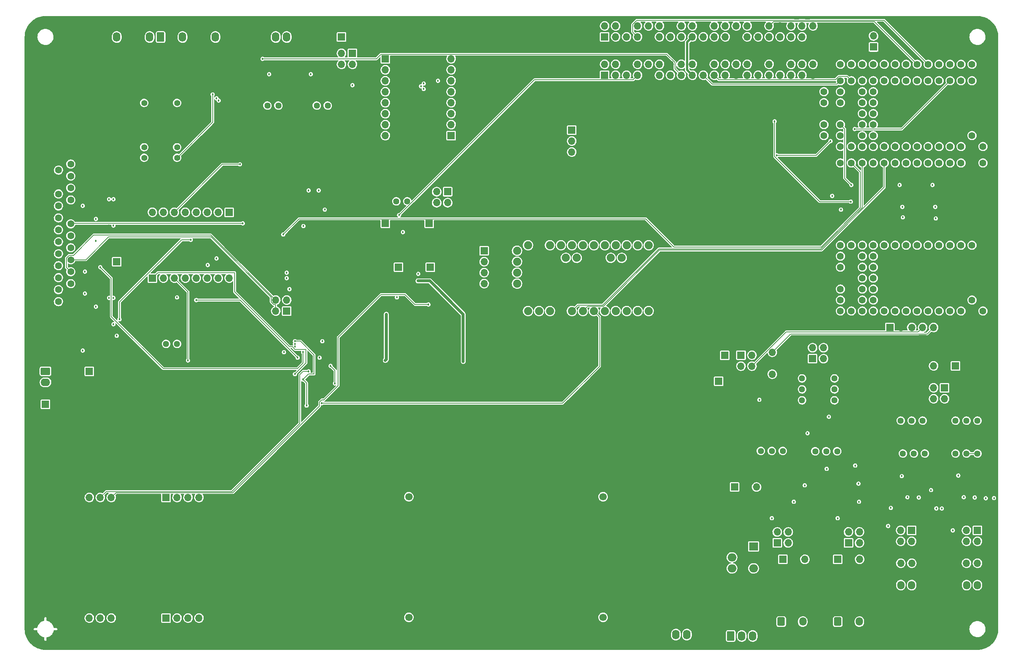
<source format=gbr>
%TF.GenerationSoftware,KiCad,Pcbnew,(6.0.5)*%
%TF.CreationDate,2022-07-10T20:23:42-07:00*%
%TF.ProjectId,main_board,6d61696e-5f62-46f6-9172-642e6b696361,rev?*%
%TF.SameCoordinates,PX5c0c740PYc1c9600*%
%TF.FileFunction,Copper,L4,Bot*%
%TF.FilePolarity,Positive*%
%FSLAX46Y46*%
G04 Gerber Fmt 4.6, Leading zero omitted, Abs format (unit mm)*
G04 Created by KiCad (PCBNEW (6.0.5)) date 2022-07-10 20:23:42*
%MOMM*%
%LPD*%
G01*
G04 APERTURE LIST*
G04 Aperture macros list*
%AMRoundRect*
0 Rectangle with rounded corners*
0 $1 Rounding radius*
0 $2 $3 $4 $5 $6 $7 $8 $9 X,Y pos of 4 corners*
0 Add a 4 corners polygon primitive as box body*
4,1,4,$2,$3,$4,$5,$6,$7,$8,$9,$2,$3,0*
0 Add four circle primitives for the rounded corners*
1,1,$1+$1,$2,$3*
1,1,$1+$1,$4,$5*
1,1,$1+$1,$6,$7*
1,1,$1+$1,$8,$9*
0 Add four rect primitives between the rounded corners*
20,1,$1+$1,$2,$3,$4,$5,0*
20,1,$1+$1,$4,$5,$6,$7,0*
20,1,$1+$1,$6,$7,$8,$9,0*
20,1,$1+$1,$8,$9,$2,$3,0*%
G04 Aperture macros list end*
%TA.AperFunction,ComponentPad*%
%ADD10C,1.440000*%
%TD*%
%TA.AperFunction,ComponentPad*%
%ADD11R,1.700000X1.700000*%
%TD*%
%TA.AperFunction,ComponentPad*%
%ADD12O,1.700000X1.700000*%
%TD*%
%TA.AperFunction,ComponentPad*%
%ADD13R,1.400000X1.400000*%
%TD*%
%TA.AperFunction,ComponentPad*%
%ADD14C,1.400000*%
%TD*%
%TA.AperFunction,ComponentPad*%
%ADD15RoundRect,0.250000X-0.620000X-0.845000X0.620000X-0.845000X0.620000X0.845000X-0.620000X0.845000X0*%
%TD*%
%TA.AperFunction,ComponentPad*%
%ADD16O,1.740000X2.190000*%
%TD*%
%TA.AperFunction,ComponentPad*%
%ADD17C,1.700000*%
%TD*%
%TA.AperFunction,ComponentPad*%
%ADD18C,1.600000*%
%TD*%
%TA.AperFunction,ComponentPad*%
%ADD19R,1.600000X1.600000*%
%TD*%
%TA.AperFunction,ComponentPad*%
%ADD20C,4.000000*%
%TD*%
%TA.AperFunction,ComponentPad*%
%ADD21C,1.879600*%
%TD*%
%TA.AperFunction,ComponentPad*%
%ADD22RoundRect,0.250000X0.620000X0.845000X-0.620000X0.845000X-0.620000X-0.845000X0.620000X-0.845000X0*%
%TD*%
%TA.AperFunction,ComponentPad*%
%ADD23R,2.000000X1.905000*%
%TD*%
%TA.AperFunction,ComponentPad*%
%ADD24O,2.000000X1.905000*%
%TD*%
%TA.AperFunction,ComponentPad*%
%ADD25RoundRect,0.250000X-0.600000X-0.725000X0.600000X-0.725000X0.600000X0.725000X-0.600000X0.725000X0*%
%TD*%
%TA.AperFunction,ComponentPad*%
%ADD26O,1.700000X1.950000*%
%TD*%
%TA.AperFunction,ComponentPad*%
%ADD27RoundRect,0.250000X-0.845000X0.620000X-0.845000X-0.620000X0.845000X-0.620000X0.845000X0.620000X0*%
%TD*%
%TA.AperFunction,ComponentPad*%
%ADD28O,2.190000X1.740000*%
%TD*%
%TA.AperFunction,ViaPad*%
%ADD29C,0.457200*%
%TD*%
%TA.AperFunction,ViaPad*%
%ADD30C,3.000000*%
%TD*%
%TA.AperFunction,Conductor*%
%ADD31C,0.127000*%
%TD*%
%TA.AperFunction,Conductor*%
%ADD32C,0.508000*%
%TD*%
%TA.AperFunction,Conductor*%
%ADD33C,0.635000*%
%TD*%
G04 APERTURE END LIST*
D10*
%TO.P,InputB_Gain1,1,1*%
%TO.N,Net-(InputB_Gain1-Pad1)*%
X182778400Y52980000D03*
%TO.P,InputB_Gain1,2,2*%
%TO.N,Net-(InputB_Gain1-Pad2)*%
X182778400Y55520000D03*
%TO.P,InputB_Gain1,3,3*%
X182778400Y58060000D03*
%TD*%
%TO.P,GalvoB_Gain1,1,1*%
%TO.N,Net-(GalvoB_Gain1-Pad1)*%
X198618000Y40640000D03*
%TO.P,GalvoB_Gain1,2,2*%
%TO.N,Net-(GalvoB_Gain1-Pad2)*%
X201158000Y40640000D03*
%TO.P,GalvoB_Gain1,3,3*%
X203698000Y40640000D03*
%TD*%
D11*
%TO.P,TP11,1,1*%
%TO.N,Net-(J13-Pad1)*%
X157380000Y63400000D03*
%TD*%
%TO.P,J3,1,3V3*%
%TO.N,+3V3*%
X129540000Y128265000D03*
D12*
%TO.P,J3,2,5V*%
%TO.N,+5V*%
X129540000Y130805000D03*
%TO.P,J3,3,I2C1_SDA*%
%TO.N,/OLED_SDA*%
X132080000Y128265000D03*
%TO.P,J3,4,5V*%
%TO.N,+5V*%
X132080000Y130805000D03*
%TO.P,J3,5,I2C1_SCL*%
%TO.N,/OLED_SCL*%
X134620000Y128265000D03*
%TO.P,J3,6,GND*%
%TO.N,GND*%
X134620000Y130805000D03*
%TO.P,J3,7,GPIO09*%
%TO.N,LED_trigger*%
X137160000Y128265000D03*
%TO.P,J3,8,UART1_TX*%
%TO.N,Jetson_TX*%
X137160000Y130805000D03*
%TO.P,J3,9,GND*%
%TO.N,GND*%
X139700000Y128265000D03*
%TO.P,J3,10,UART1_RX*%
%TO.N,Jetson_RX*%
X139700000Y130805000D03*
%TO.P,J3,11,UART1_RTS*%
%TO.N,unconnected-(J27-Pad11)*%
X142240000Y128265000D03*
%TO.P,J3,12,I2S0_SCLK*%
%TO.N,unconnected-(J27-Pad12)*%
X142240000Y130805000D03*
%TO.P,J3,13,SPI1_SCK*%
%TO.N,unconnected-(J27-Pad13)*%
X144780000Y128265000D03*
%TO.P,J3,14,GND*%
%TO.N,GND*%
X144780000Y130805000D03*
%TO.P,J3,15,GPIO12*%
%TO.N,/CAM_TRIGGER*%
X147320000Y128265000D03*
%TO.P,J3,16,SPI1_CS1*%
%TO.N,unconnected-(J27-Pad16)*%
X147320000Y130805000D03*
%TO.P,J3,17,3V3*%
%TO.N,+3V3*%
X149860000Y128265000D03*
%TO.P,J3,18,SPI1_CS0*%
%TO.N,unconnected-(J27-Pad18)*%
X149860000Y130805000D03*
%TO.P,J3,19,SPI0_MOSI*%
%TO.N,/MOSI*%
X152400000Y128265000D03*
%TO.P,J3,20,GND*%
%TO.N,GND*%
X152400000Y130805000D03*
%TO.P,J3,21,SPI0_MISO*%
%TO.N,/MISO*%
X154940000Y128265000D03*
%TO.P,J3,22,SPI1_MISO*%
%TO.N,unconnected-(J27-Pad22)*%
X154940000Y130805000D03*
%TO.P,J3,23,SPI0_SCK*%
%TO.N,/SCK*%
X157480000Y128265000D03*
%TO.P,J3,24,SPI0_CS0*%
%TO.N,/CS*%
X157480000Y130805000D03*
%TO.P,J3,25,GND*%
%TO.N,GND*%
X160020000Y128265000D03*
%TO.P,J3,26,SPI0_CS1*%
%TO.N,unconnected-(J27-Pad26)*%
X160020000Y130805000D03*
%TO.P,J3,27,I2C0_SDA*%
%TO.N,I{slash}O_SDA*%
X162560000Y128265000D03*
%TO.P,J3,28,I2C0_SCL*%
%TO.N,I{slash}O_SCL*%
X162560000Y130805000D03*
%TO.P,J3,29,GPIO01*%
%TO.N,/Prog_Reset*%
X165100000Y128265000D03*
%TO.P,J3,30,GND*%
%TO.N,GND*%
X165100000Y130805000D03*
%TO.P,J3,31,GPIO11*%
%TO.N,/Veapons_Hot*%
X167640000Y128265000D03*
%TO.P,J3,32,GPIO07*%
%TO.N,/MISC1*%
X167640000Y130805000D03*
%TO.P,J3,33,GPIO13*%
%TO.N,/MISC0*%
X170180000Y128265000D03*
%TO.P,J3,34,GND*%
%TO.N,GND*%
X170180000Y130805000D03*
%TO.P,J3,35,I2S0_FS*%
%TO.N,unconnected-(J27-Pad35)*%
X172720000Y128265000D03*
%TO.P,J3,36,UART1_CTS*%
%TO.N,unconnected-(J27-Pad36)*%
X172720000Y130805000D03*
%TO.P,J3,37,SPI1_MOSI*%
%TO.N,unconnected-(J27-Pad37)*%
X175260000Y128265000D03*
%TO.P,J3,38,I2S0_SDIN*%
%TO.N,unconnected-(J27-Pad38)*%
X175260000Y130805000D03*
%TO.P,J3,39,GND*%
%TO.N,GND*%
X177800000Y128265000D03*
%TO.P,J3,40,I2S_SDOUT*%
%TO.N,unconnected-(J27-Pad40)*%
X177800000Y130805000D03*
%TD*%
D11*
%TO.P,TP2,1,1*%
%TO.N,LED_trigger*%
X78740000Y93980000D03*
%TD*%
%TO.P,J20,1,Pin_1*%
%TO.N,/DAC (Y)*%
X210820000Y60960000D03*
D12*
%TO.P,J20,2,Pin_2*%
%TO.N,GND*%
X208280000Y60960000D03*
%TO.P,J20,3,Pin_3*%
%TO.N,/DAC (X)*%
X205740000Y60960000D03*
%TD*%
D11*
%TO.P,J21,1,Pin_1*%
%TO.N,/DAC (Y)*%
X208280000Y55880000D03*
D12*
%TO.P,J21,2,Pin_2*%
%TO.N,Net-(J21-Pad2)*%
X208280000Y53340000D03*
%TO.P,J21,3,Pin_3*%
%TO.N,/DAC (X)*%
X205740000Y55880000D03*
%TO.P,J21,4,Pin_4*%
%TO.N,Net-(J21-Pad4)*%
X205740000Y53340000D03*
%TD*%
D11*
%TO.P,TP12,1,1*%
%TO.N,Net-(J13-Pad3)*%
X155956000Y57404000D03*
%TD*%
D13*
%TO.P,K1,1*%
%TO.N,GND*%
X22870000Y124400000D03*
D14*
%TO.P,K1,2*%
%TO.N,Net-(D6-Pad1)*%
X22870000Y121860000D03*
%TO.P,K1,6*%
%TO.N,Net-(D6-Pad2)*%
X22870000Y111600000D03*
%TO.P,K1,7*%
X22870000Y109160000D03*
%TO.P,K1,8*%
X30490000Y109160000D03*
%TO.P,K1,9*%
%TO.N,N/C*%
X30490000Y111600000D03*
%TO.P,K1,13*%
X30490000Y121860000D03*
%TO.P,K1,14*%
%TO.N,GND*%
X30490000Y124400000D03*
%TD*%
D10*
%TO.P,GalvoA_Offset1,1,1*%
%TO.N,+15V*%
X210820000Y48260000D03*
%TO.P,GalvoA_Offset1,2,2*%
%TO.N,Net-(GalvoA_Offset1-Pad2)*%
X213360000Y48260000D03*
%TO.P,GalvoA_Offset1,3,3*%
%TO.N,-15V*%
X215900000Y48260000D03*
%TD*%
D11*
%TO.P,J23,1,Pin_1*%
%TO.N,Net-(J23-Pad1)*%
X200660000Y22860000D03*
D12*
%TO.P,J23,2,Pin_2*%
%TO.N,Net-(J10-Pad3)*%
X200660000Y20320000D03*
%TO.P,J23,3,Pin_3*%
%TO.N,Net-(J23-Pad3)*%
X198120000Y22860000D03*
%TO.P,J23,4,Pin_4*%
%TO.N,Net-(J10-Pad2)*%
X198120000Y20320000D03*
%TD*%
D11*
%TO.P,J42,1,Pin_1*%
%TO.N,LED_B_On*%
X24765000Y81280000D03*
D12*
%TO.P,J42,2,Pin_2*%
%TO.N,LED_A_On*%
X27305000Y81280000D03*
%TO.P,J42,3,Pin_3*%
%TO.N,LED_Open_Fault_B*%
X29845000Y81280000D03*
%TO.P,J42,4,Pin_4*%
%TO.N,LED_Open_Fault_A*%
X32385000Y81280000D03*
%TO.P,J42,5,Pin_5*%
%TO.N,LED_Temp_Fault*%
X34925000Y81280000D03*
%TO.P,J42,6,Pin_6*%
%TO.N,Net-(J42-Pad6)*%
X37465000Y81280000D03*
%TO.P,J42,7,Pin_7*%
%TO.N,Net-(J42-Pad7)*%
X40005000Y81280000D03*
%TO.P,J42,8,Pin_8*%
%TO.N,Net-(J42-Pad8)*%
X42545000Y81280000D03*
%TD*%
D11*
%TO.P,J22,1,Pin_1*%
%TO.N,-15V*%
X159655000Y32900000D03*
D12*
%TO.P,J22,2,Pin_2*%
%TO.N,GND*%
X162195000Y32900000D03*
%TO.P,J22,3,Pin_3*%
%TO.N,+15V*%
X164735000Y32900000D03*
%TD*%
D11*
%TO.P,J24,1,Pin_1*%
%TO.N,Net-(J24-Pad1)*%
X215900000Y22860000D03*
D12*
%TO.P,J24,2,Pin_2*%
%TO.N,Net-(J24-Pad2)*%
X215900000Y20320000D03*
%TO.P,J24,3,Pin_3*%
%TO.N,Net-(J24-Pad3)*%
X213360000Y22860000D03*
%TO.P,J24,4,Pin_4*%
%TO.N,Net-(J24-Pad4)*%
X213360000Y20320000D03*
%TD*%
D10*
%TO.P,Cam_Input1,1,1*%
%TO.N,+5V*%
X51425000Y121245000D03*
%TO.P,Cam_Input1,2,2*%
%TO.N,Net-(Cam_Input1-Pad2)*%
X53965000Y121245000D03*
%TO.P,Cam_Input1,3,3*%
%TO.N,GND*%
X56505000Y121245000D03*
%TD*%
D15*
%TO.P,J31,1,Pin_1*%
%TO.N,GND*%
X140970000Y-1290000D03*
D16*
%TO.P,J31,2,Pin_2*%
X143510000Y-1290000D03*
%TO.P,J31,3,Pin_3*%
%TO.N,+24V*%
X146050000Y-1290000D03*
%TO.P,J31,4,Pin_4*%
X148590000Y-1290000D03*
%TD*%
D10*
%TO.P,Cam_Output1,1,1*%
%TO.N,+3V3*%
X62855000Y121245000D03*
%TO.P,Cam_Output1,2,2*%
%TO.N,Net-(Cam_Output1-Pad2)*%
X65395000Y121245000D03*
%TO.P,Cam_Output1,3,3*%
%TO.N,GND*%
X67935000Y121245000D03*
%TD*%
%TO.P,InputA_Gain1,1,1*%
%TO.N,Net-(InputA_Gain1-Pad1)*%
X175260000Y52980000D03*
%TO.P,InputA_Gain1,2,2*%
%TO.N,Net-(InputA_Gain1-Pad2)*%
X175260000Y55520000D03*
%TO.P,InputA_Gain1,3,3*%
X175260000Y58060000D03*
%TD*%
D11*
%TO.P,J27,1,3V3*%
%TO.N,+3V3*%
X129540000Y137160000D03*
D12*
%TO.P,J27,2,5V*%
%TO.N,+5V*%
X129540000Y139700000D03*
%TO.P,J27,3,I2C1_SDA*%
%TO.N,/OLED_SDA*%
X132080000Y137160000D03*
%TO.P,J27,4,5V*%
%TO.N,+5V*%
X132080000Y139700000D03*
%TO.P,J27,5,I2C1_SCL*%
%TO.N,/OLED_SCL*%
X134620000Y137160000D03*
%TO.P,J27,6,GND*%
%TO.N,GND*%
X134620000Y139700000D03*
%TO.P,J27,7,GPIO09*%
%TO.N,LED_trigger*%
X137160000Y137160000D03*
%TO.P,J27,8,UART1_TX*%
%TO.N,Jetson_TX*%
X137160000Y139700000D03*
%TO.P,J27,9,GND*%
%TO.N,GND*%
X139700000Y137160000D03*
%TO.P,J27,10,UART1_RX*%
%TO.N,Jetson_RX*%
X139700000Y139700000D03*
%TO.P,J27,11,UART1_RTS*%
%TO.N,unconnected-(J27-Pad11)*%
X142240000Y137160000D03*
%TO.P,J27,12,I2S0_SCLK*%
%TO.N,unconnected-(J27-Pad12)*%
X142240000Y139700000D03*
%TO.P,J27,13,SPI1_SCK*%
%TO.N,unconnected-(J27-Pad13)*%
X144780000Y137160000D03*
%TO.P,J27,14,GND*%
%TO.N,GND*%
X144780000Y139700000D03*
%TO.P,J27,15,GPIO12*%
%TO.N,/CAM_TRIGGER*%
X147320000Y137160000D03*
%TO.P,J27,16,SPI1_CS1*%
%TO.N,unconnected-(J27-Pad16)*%
X147320000Y139700000D03*
%TO.P,J27,17,3V3*%
%TO.N,+3V3*%
X149860000Y137160000D03*
%TO.P,J27,18,SPI1_CS0*%
%TO.N,unconnected-(J27-Pad18)*%
X149860000Y139700000D03*
%TO.P,J27,19,SPI0_MOSI*%
%TO.N,/MOSI*%
X152400000Y137160000D03*
%TO.P,J27,20,GND*%
%TO.N,GND*%
X152400000Y139700000D03*
%TO.P,J27,21,SPI0_MISO*%
%TO.N,/MISO*%
X154940000Y137160000D03*
%TO.P,J27,22,SPI1_MISO*%
%TO.N,unconnected-(J27-Pad22)*%
X154940000Y139700000D03*
%TO.P,J27,23,SPI0_SCK*%
%TO.N,/SCK*%
X157480000Y137160000D03*
%TO.P,J27,24,SPI0_CS0*%
%TO.N,/CS*%
X157480000Y139700000D03*
%TO.P,J27,25,GND*%
%TO.N,GND*%
X160020000Y137160000D03*
%TO.P,J27,26,SPI0_CS1*%
%TO.N,unconnected-(J27-Pad26)*%
X160020000Y139700000D03*
%TO.P,J27,27,I2C0_SDA*%
%TO.N,I{slash}O_SDA*%
X162560000Y137160000D03*
%TO.P,J27,28,I2C0_SCL*%
%TO.N,I{slash}O_SCL*%
X162560000Y139700000D03*
%TO.P,J27,29,GPIO01*%
%TO.N,/Prog_Reset*%
X165100000Y137160000D03*
%TO.P,J27,30,GND*%
%TO.N,GND*%
X165100000Y139700000D03*
%TO.P,J27,31,GPIO11*%
%TO.N,/Veapons_Hot*%
X167640000Y137160000D03*
%TO.P,J27,32,GPIO07*%
%TO.N,/MISC1*%
X167640000Y139700000D03*
%TO.P,J27,33,GPIO13*%
%TO.N,/MISC0*%
X170180000Y137160000D03*
%TO.P,J27,34,GND*%
%TO.N,GND*%
X170180000Y139700000D03*
%TO.P,J27,35,I2S0_FS*%
%TO.N,unconnected-(J27-Pad35)*%
X172720000Y137160000D03*
%TO.P,J27,36,UART1_CTS*%
%TO.N,unconnected-(J27-Pad36)*%
X172720000Y139700000D03*
%TO.P,J27,37,SPI1_MOSI*%
%TO.N,unconnected-(J27-Pad37)*%
X175260000Y137160000D03*
%TO.P,J27,38,I2S0_SDIN*%
%TO.N,unconnected-(J27-Pad38)*%
X175260000Y139700000D03*
%TO.P,J27,39,GND*%
%TO.N,GND*%
X177800000Y137160000D03*
%TO.P,J27,40,I2S_SDOUT*%
%TO.N,unconnected-(J27-Pad40)*%
X177800000Y139700000D03*
%TD*%
D11*
%TO.P,TP5,1,1*%
%TO.N,LED_CTL*%
X89154000Y83820000D03*
%TD*%
%TO.P,J14,1,Pin_1*%
%TO.N,/Pos_A(+)*%
X170845000Y16150000D03*
D12*
%TO.P,J14,2,Pin_2*%
%TO.N,GND*%
X173385000Y16150000D03*
%TO.P,J14,3,Pin_3*%
%TO.N,/Pos_A(-)*%
X175925000Y16150000D03*
%TD*%
D11*
%TO.P,J43,1,Pin_1*%
%TO.N,GND*%
X27940000Y50800000D03*
D12*
%TO.P,J43,2,Pin_2*%
X30480000Y50800000D03*
%TO.P,J43,3,Pin_3*%
X33020000Y50800000D03*
%TO.P,J43,4,Pin_4*%
X35560000Y50800000D03*
%TD*%
D10*
%TO.P,GalvoB_Offset1,1,1*%
%TO.N,+15V*%
X198120000Y48260000D03*
%TO.P,GalvoB_Offset1,2,2*%
%TO.N,Net-(GalvoB_Offset1-Pad2)*%
X200660000Y48260000D03*
%TO.P,GalvoB_Offset1,3,3*%
%TO.N,-15V*%
X203200000Y48260000D03*
%TD*%
D11*
%TO.P,J13,1,Pin_1*%
%TO.N,Net-(J13-Pad1)*%
X161130000Y63440000D03*
D12*
%TO.P,J13,2,Pin_2*%
%TO.N,/ADC (X)*%
X163670000Y63440000D03*
%TO.P,J13,3,Pin_3*%
%TO.N,Net-(J13-Pad3)*%
X161130000Y60900000D03*
%TO.P,J13,4,Pin_4*%
%TO.N,/ADC (Y)*%
X163670000Y60900000D03*
%TD*%
D15*
%TO.P,J8,1,Pin_1*%
%TO.N,Net-(C28-Pad2)*%
X158750000Y-1600000D03*
D16*
%TO.P,J8,2,Pin_2*%
%TO.N,Net-(C28-Pad1)*%
X161290000Y-1600000D03*
%TO.P,J8,3,Pin_3*%
%TO.N,Net-(C29-Pad1)*%
X163830000Y-1600000D03*
%TD*%
D17*
%TO.P,DC1,1,In(+)*%
%TO.N,+24V*%
X129180000Y30640000D03*
D11*
%TO.P,DC1,2,In(-)*%
%TO.N,GND*%
X129180000Y50640000D03*
%TO.P,DC1,3,Out(-)*%
X84180000Y51140000D03*
D17*
%TO.P,DC1,4,Out(+)*%
%TO.N,Net-(DC1-Pad4)*%
X84180000Y30640000D03*
%TD*%
D11*
%TO.P,J26,1,Pin_1*%
%TO.N,GND*%
X195595000Y15240000D03*
D12*
%TO.P,J26,2,Pin_2*%
%TO.N,Net-(J10-Pad2)*%
X198135000Y15240000D03*
%TO.P,J26,3,Pin_3*%
%TO.N,Net-(J10-Pad3)*%
X200675000Y15240000D03*
%TD*%
D11*
%TO.P,J33,1,Pin_1*%
%TO.N,Net-(J33-Pad1)*%
X55885000Y73660000D03*
D12*
%TO.P,J33,2,Pin_2*%
%TO.N,Laser_RX*%
X53345000Y73660000D03*
%TO.P,J33,3,Pin_3*%
%TO.N,Net-(J33-Pad3)*%
X55885000Y76200000D03*
%TO.P,J33,4,Pin_4*%
%TO.N,Laser_TX*%
X53345000Y76200000D03*
%TD*%
D18*
%TO.P,J30,25,P25*%
%TO.N,unconnected-(J30-Pad25)*%
X3015531Y106314400D03*
%TO.P,J30,24,P24*%
%TO.N,GND*%
X3015531Y103544400D03*
%TO.P,J30,23,P23*%
%TO.N,Net-(D6-Pad2)*%
X3015531Y100774400D03*
%TO.P,J30,22,P22*%
%TO.N,Net-(J30-Pad22)*%
X3015531Y98004400D03*
%TO.P,J30,21,P21*%
%TO.N,unconnected-(J30-Pad21)*%
X3015531Y95234400D03*
%TO.P,J30,20,P20*%
%TO.N,Net-(J30-Pad20)*%
X3015531Y92464400D03*
%TO.P,J30,19,P19*%
%TO.N,Net-(J30-Pad19)*%
X3015531Y89694400D03*
%TO.P,J30,18,P18*%
%TO.N,unconnected-(J30-Pad18)*%
X3015531Y86924400D03*
%TO.P,J30,17,P17*%
%TO.N,Laser_Trigger*%
X3015531Y84154400D03*
%TO.P,J30,16,P16*%
%TO.N,unconnected-(J30-Pad16)*%
X3015531Y81384400D03*
%TO.P,J30,15,P15*%
%TO.N,Net-(J30-Pad15)*%
X3015531Y78614400D03*
%TO.P,J30,14,P14*%
%TO.N,Net-(J30-Pad14)*%
X3015531Y75844400D03*
%TO.P,J30,13,13*%
%TO.N,unconnected-(J30-Pad13)*%
X5855531Y107699400D03*
%TO.P,J30,12,12*%
%TO.N,unconnected-(J30-Pad12)*%
X5855531Y104929400D03*
%TO.P,J30,11,11*%
%TO.N,unconnected-(J30-Pad11)*%
X5855531Y102159400D03*
%TO.P,J30,10,10*%
%TO.N,unconnected-(J30-Pad10)*%
X5855531Y99389400D03*
%TO.P,J30,9,9*%
%TO.N,GND*%
X5855531Y96619400D03*
%TO.P,J30,8,8*%
%TO.N,Laser_PWM_DAC_0-5v*%
X5855531Y93849400D03*
%TO.P,J30,7,7*%
%TO.N,unconnected-(J30-Pad7)*%
X5855531Y91079400D03*
%TO.P,J30,6,6*%
%TO.N,unconnected-(J30-Pad6)*%
X5855531Y88309400D03*
%TO.P,J30,5,5*%
%TO.N,Laser_RX*%
X5855531Y85539400D03*
%TO.P,J30,4,4*%
%TO.N,Laser_TX*%
X5855531Y82769400D03*
%TO.P,J30,3,3*%
%TO.N,unconnected-(J30-Pad3)*%
X5855531Y79999400D03*
%TO.P,J30,2,2*%
%TO.N,GND*%
X5855531Y77229400D03*
D19*
%TO.P,J30,1,1*%
X5855531Y74459400D03*
D20*
%TO.P,J30,0,PAD*%
X4435531Y114629400D03*
X4435531Y67529400D03*
%TD*%
D21*
%TO.P,U16,JP1_1,DTR*%
%TO.N,Net-(J28-Pad1)*%
X109240000Y87630000D03*
%TO.P,U16,JP1_2,TXO*%
%TO.N,Net-(J28-Pad2)*%
X109240000Y85090000D03*
%TO.P,U16,JP1_3,RXI*%
%TO.N,Net-(J28-Pad3)*%
X109240000Y82550000D03*
%TO.P,U16,JP1_4,VCC*%
%TO.N,+3V3*%
X109240000Y80010000D03*
%TO.P,U16,JP1_5,GND*%
%TO.N,GND*%
X109240000Y77470000D03*
%TO.P,U16,JP1_6,GND*%
X109240000Y74930000D03*
%TO.P,U16,JP2_1,A4*%
%TO.N,unconnected-(U16-PadJP2_1)*%
X123083000Y85979000D03*
%TO.P,U16,JP2_2,A5*%
%TO.N,unconnected-(U16-PadJP2_2)*%
X120543000Y85979000D03*
%TO.P,U16,JP3_1,A6*%
%TO.N,unconnected-(U16-PadJP3_1)*%
X133497000Y85979000D03*
%TO.P,U16,JP3_2,A7*%
%TO.N,unconnected-(U16-PadJP3_2)*%
X130957000Y85979000D03*
%TO.P,U16,JP6_1,RAW*%
%TO.N,unconnected-(U16-PadJP6_1)*%
X111780000Y88900000D03*
%TO.P,U16,JP6_2,GND_1*%
%TO.N,GND*%
X114320000Y88900000D03*
%TO.P,U16,JP6_3,RST_1*%
%TO.N,unconnected-(U16-PadJP6_3)*%
X116860000Y88900000D03*
%TO.P,U16,JP6_4,VCC_1*%
%TO.N,+3V3*%
X119400000Y88900000D03*
%TO.P,U16,JP6_5,A3*%
%TO.N,unconnected-(U16-PadJP6_5)*%
X121940000Y88900000D03*
%TO.P,U16,JP6_6,A2*%
%TO.N,unconnected-(U16-PadJP6_6)*%
X124480000Y88900000D03*
%TO.P,U16,JP6_7,A1*%
%TO.N,unconnected-(U16-PadJP6_7)*%
X127020000Y88900000D03*
%TO.P,U16,JP6_8,A0*%
%TO.N,unconnected-(U16-PadJP6_8)*%
X129560000Y88900000D03*
%TO.P,U16,JP6_9,SCK*%
%TO.N,unconnected-(U16-PadJP6_9)*%
X132100000Y88900000D03*
%TO.P,U16,JP6_10,MISO*%
%TO.N,unconnected-(U16-PadJP6_10)*%
X134640000Y88900000D03*
%TO.P,U16,JP6_11,MOSI*%
%TO.N,unconnected-(U16-PadJP6_11)*%
X137180000Y88900000D03*
%TO.P,U16,JP6_12,D10*%
%TO.N,unconnected-(U16-PadJP6_12)*%
X139720000Y88900000D03*
%TO.P,U16,JP7_1,D9*%
%TO.N,unconnected-(U16-PadJP7_1)*%
X139720000Y73660000D03*
%TO.P,U16,JP7_2,D8*%
%TO.N,unconnected-(U16-PadJP7_2)*%
X137180000Y73660000D03*
%TO.P,U16,JP7_3,D7*%
%TO.N,unconnected-(U16-PadJP7_3)*%
X134640000Y73660000D03*
%TO.P,U16,JP7_4,D6*%
%TO.N,unconnected-(U16-PadJP7_4)*%
X132100000Y73660000D03*
%TO.P,U16,JP7_5,D5*%
%TO.N,/Clear_Fault*%
X129560000Y73660000D03*
%TO.P,U16,JP7_6,D4*%
%TO.N,/LAZOR!!!*%
X127020000Y73660000D03*
%TO.P,U16,JP7_7,D3*%
%TO.N,/Fault*%
X124480000Y73660000D03*
%TO.P,U16,JP7_8,D2*%
%TO.N,/Laz0r?*%
X121940000Y73660000D03*
%TO.P,U16,JP7_9,GND_2*%
%TO.N,GND*%
X119400000Y73660000D03*
%TO.P,U16,JP7_10,RST_2*%
%TO.N,unconnected-(U16-PadJP7_10)*%
X116860000Y73660000D03*
%TO.P,U16,JP7_11,RXI_2*%
%TO.N,unconnected-(U16-PadJP7_11)*%
X114320000Y73660000D03*
%TO.P,U16,JP7_12,TXO_2*%
%TO.N,unconnected-(U16-PadJP7_12)*%
X111780000Y73660000D03*
%TD*%
D11*
%TO.P,J44,1,Pin_1*%
%TO.N,GND*%
X27940000Y22860000D03*
D12*
%TO.P,J44,2,Pin_2*%
X30480000Y22860000D03*
%TO.P,J44,3,Pin_3*%
X33020000Y22860000D03*
%TO.P,J44,4,Pin_4*%
X35560000Y22860000D03*
%TD*%
D22*
%TO.P,J36,1,Pin_1*%
%TO.N,Net-(D6-Pad1)*%
X26670000Y137120000D03*
D16*
%TO.P,J36,2,Pin_2*%
%TO.N,Net-(J36-Pad2)*%
X24130000Y137120000D03*
%TD*%
D11*
%TO.P,J5,1,Pin_1*%
%TO.N,GND*%
X203200000Y67310000D03*
D12*
%TO.P,J5,2,Pin_2*%
%TO.N,/ADC (Y)*%
X203200000Y69850000D03*
%TO.P,J5,3,Pin_3*%
%TO.N,GND*%
X205740000Y67310000D03*
%TO.P,J5,4,Pin_4*%
%TO.N,/ADC (X)*%
X205740000Y69850000D03*
%TD*%
D11*
%TO.P,J18,1,Pin_1*%
%TO.N,Net-(J18-Pad1)*%
X177705000Y62625000D03*
D12*
%TO.P,J18,2,Pin_2*%
%TO.N,Net-(J18-Pad2)*%
X177705000Y65165000D03*
%TO.P,J18,3,Pin_3*%
%TO.N,Net-(J18-Pad3)*%
X180245000Y62625000D03*
%TO.P,J18,4,Pin_4*%
%TO.N,Net-(J18-Pad4)*%
X180245000Y65165000D03*
%TD*%
D11*
%TO.P,J47,1,Pin_1*%
%TO.N,GND*%
X7620000Y30480000D03*
D12*
%TO.P,J47,2,Pin_2*%
%TO.N,Net-(J47-Pad2)*%
X10160000Y30480000D03*
%TO.P,J47,3,Pin_3*%
%TO.N,Net-(J47-Pad3)*%
X12700000Y30480000D03*
%TO.P,J47,4,Pin_4*%
%TO.N,LED_CTL*%
X15240000Y30480000D03*
%TD*%
D17*
%TO.P,DC2,1,In(+)*%
%TO.N,+24V*%
X129180000Y2700000D03*
D11*
%TO.P,DC2,2,In(-)*%
%TO.N,GND*%
X129180000Y22700000D03*
%TO.P,DC2,3,Out(-)*%
X84180000Y23200000D03*
D17*
%TO.P,DC2,4,Out(+)*%
%TO.N,Net-(DC2-Pad4)*%
X84180000Y2700000D03*
%TD*%
D11*
%TO.P,J25,1,Pin_1*%
%TO.N,GND*%
X210820000Y15240000D03*
D12*
%TO.P,J25,2,Pin_2*%
%TO.N,Net-(J24-Pad4)*%
X213360000Y15240000D03*
%TO.P,J25,3,Pin_3*%
%TO.N,Net-(J24-Pad2)*%
X215900000Y15240000D03*
%TD*%
D23*
%TO.P,U25,1,GND*%
%TO.N,GND*%
X159035000Y19140000D03*
D24*
%TO.P,U25,2,VI*%
%TO.N,Net-(C19-Pad2)*%
X159035000Y16600000D03*
%TO.P,U25,3,VO*%
%TO.N,-15V*%
X159035000Y14060000D03*
%TD*%
D11*
%TO.P,J6,1,Pin_1*%
%TO.N,/DAC (Y)*%
X195595000Y69850000D03*
D12*
%TO.P,J6,2,Pin_2*%
%TO.N,GND*%
X198135000Y69850000D03*
%TO.P,J6,3,Pin_3*%
%TO.N,/DAC (X)*%
X200675000Y69850000D03*
%TD*%
D11*
%TO.P,J15,1,Pin_1*%
%TO.N,/Pos_B(+)*%
X183530000Y16150000D03*
D12*
%TO.P,J15,2,Pin_2*%
%TO.N,GND*%
X186070000Y16150000D03*
%TO.P,J15,3,Pin_3*%
%TO.N,/Pos_B(-)*%
X188610000Y16150000D03*
%TD*%
D11*
%TO.P,TP6,1,1*%
%TO.N,Net-(J32-Pad2)*%
X0Y52070000D03*
%TD*%
%TO.P,J29,1,Pin_1*%
%TO.N,Net-(DC1-Pad4)*%
X27940000Y30480000D03*
D12*
%TO.P,J29,2,Pin_2*%
X30480000Y30480000D03*
%TO.P,J29,3,Pin_3*%
X33020000Y30480000D03*
%TO.P,J29,4,Pin_4*%
X35560000Y30480000D03*
%TD*%
D11*
%TO.P,J12,1,Pin_1*%
%TO.N,GND*%
X168380000Y56500000D03*
D12*
%TO.P,J12,2,Pin_2*%
%TO.N,/ADC (Y)*%
X168380000Y59040000D03*
%TO.P,J12,3,Pin_3*%
%TO.N,GND*%
X168380000Y61580000D03*
%TO.P,J12,4,Pin_4*%
%TO.N,/ADC (X)*%
X168380000Y64120000D03*
%TD*%
D11*
%TO.P,J40,1,Pin_1*%
%TO.N,Net-(J40-Pad1)*%
X93980000Y114300000D03*
D12*
%TO.P,J40,2,Pin_2*%
%TO.N,Net-(J40-Pad2)*%
X93980000Y116840000D03*
%TO.P,J40,3,Pin_3*%
%TO.N,Net-(J40-Pad3)*%
X93980000Y119380000D03*
%TO.P,J40,4,Pin_4*%
%TO.N,Net-(J40-Pad4)*%
X93980000Y121920000D03*
%TO.P,J40,5,Pin_5*%
%TO.N,Net-(J40-Pad5)*%
X93980000Y124460000D03*
%TO.P,J40,6,Pin_6*%
%TO.N,Net-(J40-Pad6)*%
X93980000Y127000000D03*
%TO.P,J40,7,Pin_7*%
%TO.N,Net-(J40-Pad7)*%
X93980000Y129540000D03*
%TO.P,J40,8,Pin_8*%
%TO.N,Net-(J40-Pad8)*%
X93980000Y132080000D03*
%TD*%
D11*
%TO.P,J45,1,Pin_1*%
%TO.N,GND*%
X7620000Y50800000D03*
D12*
%TO.P,J45,2,Pin_2*%
X10160000Y50800000D03*
%TO.P,J45,3,Pin_3*%
X12700000Y50800000D03*
%TO.P,J45,4,Pin_4*%
X15240000Y50800000D03*
%TD*%
D10*
%TO.P,InputB_offset1,1,1*%
%TO.N,+15V*%
X183398000Y41169000D03*
%TO.P,InputB_offset1,2,2*%
%TO.N,Net-(InputB_offset1-Pad2)*%
X180858000Y41169000D03*
%TO.P,InputB_offset1,3,3*%
%TO.N,-15V*%
X178318000Y41169000D03*
%TD*%
D11*
%TO.P,TP7,1,1*%
%TO.N,LED_Temp_Fault*%
X10160000Y59690000D03*
%TD*%
%TO.P,J16,1,Pin_1*%
%TO.N,/Pos_A(+)*%
X169520006Y19954996D03*
D12*
%TO.P,J16,2,Pin_2*%
%TO.N,Net-(J16-Pad2)*%
X169520006Y22494996D03*
%TO.P,J16,3,Pin_3*%
%TO.N,/Pos_A(-)*%
X172060006Y19954996D03*
%TO.P,J16,4,Pin_4*%
%TO.N,Net-(J16-Pad4)*%
X172060006Y22494996D03*
%TD*%
D11*
%TO.P,J19,1,Pin_1*%
%TO.N,time_dilation*%
X191820800Y134823200D03*
D12*
%TO.P,J19,2,Pin_2*%
%TO.N,Net-(J19-Pad2)*%
X191820800Y137363200D03*
%TD*%
D11*
%TO.P,J28,1,Pin_1*%
%TO.N,Net-(J28-Pad1)*%
X101620000Y87630000D03*
D12*
%TO.P,J28,2,Pin_2*%
%TO.N,Net-(J28-Pad2)*%
X101620000Y85090000D03*
%TO.P,J28,3,Pin_3*%
%TO.N,Net-(J28-Pad3)*%
X101620000Y82550000D03*
%TO.P,J28,4,Pin_4*%
%TO.N,+3V3*%
X101620000Y80010000D03*
%TO.P,J28,5,Pin_5*%
%TO.N,GND*%
X101620000Y77470000D03*
%TO.P,J28,6,Pin_6*%
X101620000Y74930000D03*
%TD*%
D23*
%TO.P,U19,1,VI*%
%TO.N,Net-(C18-Pad1)*%
X164035000Y19140000D03*
D24*
%TO.P,U19,2,GND*%
%TO.N,GND*%
X164035000Y16600000D03*
%TO.P,U19,3,VO*%
%TO.N,+15V*%
X164035000Y14060000D03*
%TD*%
D11*
%TO.P,J38,1,Pin_1*%
%TO.N,Net-(DC2-Pad4)*%
X27940000Y2540000D03*
D12*
%TO.P,J38,2,Pin_2*%
X30480000Y2540000D03*
%TO.P,J38,3,Pin_3*%
X33020000Y2540000D03*
%TO.P,J38,4,Pin_4*%
X35560000Y2540000D03*
%TD*%
D10*
%TO.P,LED_Temp1,1,1*%
%TO.N,+3V3*%
X30480000Y66040000D03*
%TO.P,LED_Temp1,2,2*%
%TO.N,Net-(LED_Temp1-Pad2)*%
X27940000Y66040000D03*
%TO.P,LED_Temp1,3,3*%
%TO.N,GND*%
X25400000Y66040000D03*
%TD*%
D11*
%TO.P,J11,1,Pin_1*%
%TO.N,/OLED_SDA*%
X121920000Y115570000D03*
D12*
%TO.P,J11,2,Pin_2*%
%TO.N,/OLED_SCL*%
X121920000Y113030000D03*
%TO.P,J11,3,Pin_3*%
%TO.N,+3V3*%
X121920000Y110490000D03*
%TO.P,J11,4,Pin_4*%
%TO.N,GND*%
X121920000Y107950000D03*
%TD*%
D11*
%TO.P,TP1,1,1*%
%TO.N,/Cam_In*%
X68580000Y137120000D03*
%TD*%
%TO.P,TP3,1,1*%
%TO.N,Net-(TP3-Pad1)*%
X88900000Y93980000D03*
%TD*%
D18*
%TO.P,U11,1,GND*%
%TO.N,GND*%
X217170000Y88900000D03*
%TO.P,U11,2,0_RX1_CRX2_CS1*%
%TO.N,unconnected-(U11-Pad2)*%
X214630000Y88900000D03*
%TO.P,U11,3,1_TX1_CTX2_MISO1*%
%TO.N,unconnected-(U11-Pad3)*%
X212090000Y88900000D03*
%TO.P,U11,4,2_OUT2*%
%TO.N,unconnected-(U11-Pad4)*%
X209550000Y88900000D03*
%TO.P,U11,5,3_LRCLK2*%
%TO.N,unconnected-(U11-Pad5)*%
X207010000Y88900000D03*
%TO.P,U11,6,4_BCLK2*%
%TO.N,unconnected-(U11-Pad6)*%
X204470000Y88900000D03*
%TO.P,U11,7,5_IN2*%
%TO.N,unconnected-(U11-Pad7)*%
X201930000Y88900000D03*
%TO.P,U11,8,6_OUT1D*%
%TO.N,unconnected-(U11-Pad8)*%
X199390000Y88900000D03*
%TO.P,U11,9,7_RX2_OUT1A*%
%TO.N,SGT_TX*%
X196850000Y88900000D03*
%TO.P,U11,10,8_TX2_IN1*%
%TO.N,SGT_RX*%
X194310000Y88900000D03*
%TO.P,U11,11,9_OUT1C*%
%TO.N,unconnected-(U11-Pad11)*%
X191770000Y88900000D03*
%TO.P,U11,12,10_CS_MQSR*%
%TO.N,unconnected-(U11-Pad12)*%
X189230000Y88900000D03*
%TO.P,U11,13,11_MOSI_CTX1*%
%TO.N,unconnected-(U11-Pad13)*%
X186690000Y88900000D03*
%TO.P,U11,14,12_MISO_MQSL*%
%TO.N,unconnected-(U11-Pad14)*%
X184150000Y88900000D03*
%TO.P,U11,15,VBAT*%
%TO.N,unconnected-(U11-Pad15)*%
X184150000Y86360000D03*
%TO.P,U11,16,3V3*%
%TO.N,unconnected-(U11-Pad16)*%
X184150000Y83820000D03*
%TO.P,U11,17,GND*%
%TO.N,GND*%
X184150000Y81280000D03*
%TO.P,U11,18,PROGRAM*%
%TO.N,unconnected-(U11-Pad18)*%
X184150000Y78740000D03*
%TO.P,U11,19,ON_OFF*%
%TO.N,unconnected-(U11-Pad19)*%
X184150000Y76200000D03*
%TO.P,U11,20,13_SCK_CRX1_LED*%
%TO.N,unconnected-(U11-Pad20)*%
X184150000Y73660000D03*
%TO.P,U11,21,14_A0_TX3_SPDIF_OUT*%
%TO.N,unconnected-(U11-Pad21)*%
X186690000Y73660000D03*
%TO.P,U11,22,15_A1_RX3_SPDIF_IN*%
%TO.N,unconnected-(U11-Pad22)*%
X189230000Y73660000D03*
%TO.P,U11,23,16_A2_RX4_SCL1*%
%TO.N,unconnected-(U11-Pad23)*%
X191770000Y73660000D03*
%TO.P,U11,24,17_A3_TX4_SDA1*%
%TO.N,unconnected-(U11-Pad24)*%
X194310000Y73660000D03*
%TO.P,U11,25,18_A4_SDA0*%
%TO.N,SGT_SDA*%
X196850000Y73660000D03*
%TO.P,U11,26,19_A5_SCL0*%
%TO.N,SGT_SCL*%
X199390000Y73660000D03*
%TO.P,U11,27,20_A6_TX5_LRCLK1*%
%TO.N,SGT_LRCLK*%
X201930000Y73660000D03*
%TO.P,U11,28,21_A7_RX5_BCLK1*%
%TO.N,SGT_BCLK*%
X204470000Y73660000D03*
%TO.P,U11,29,22_A8_CTX1*%
%TO.N,unconnected-(U11-Pad29)*%
X207010000Y73660000D03*
%TO.P,U11,30,23_A9_CRX1_MCLK1*%
%TO.N,SGT_MCLK*%
X209550000Y73660000D03*
%TO.P,U11,31,3V3*%
%TO.N,SGT_3.3*%
X212090000Y73660000D03*
%TO.P,U11,32,GND*%
%TO.N,GND*%
X214630000Y73660000D03*
%TO.P,U11,33,VIN*%
%TO.N,unconnected-(U11-Pad33)*%
X217170000Y73660000D03*
%TO.P,U11,34,VUSB*%
%TO.N,unconnected-(U11-Pad34)*%
X214630000Y76200000D03*
%TO.P,U11,35,24_A10_TX6_SCL2*%
%TO.N,unconnected-(U11-Pad35)*%
X189230000Y76200000D03*
%TO.P,U11,36,25_A11_RX6_SDA2*%
%TO.N,unconnected-(U11-Pad36)*%
X191770000Y76200000D03*
%TO.P,U11,37,26_A12_MOSI1*%
%TO.N,unconnected-(U11-Pad37)*%
X189230000Y78740000D03*
%TO.P,U11,38,27_A13_SCK1*%
%TO.N,unconnected-(U11-Pad38)*%
X191770000Y78740000D03*
%TO.P,U11,39,28_RX7*%
%TO.N,unconnected-(U11-Pad39)*%
X189230000Y81280000D03*
%TO.P,U11,40,29_TX7*%
%TO.N,unconnected-(U11-Pad40)*%
X191770000Y81280000D03*
%TO.P,U11,41,30_CRX3*%
%TO.N,unconnected-(U11-Pad41)*%
X189230000Y83820000D03*
%TO.P,U11,42,31_CTX3*%
%TO.N,unconnected-(U11-Pad42)*%
X191770000Y83820000D03*
%TO.P,U11,43,32_OUT1B*%
%TO.N,unconnected-(U11-Pad43)*%
X189230000Y86360000D03*
%TO.P,U11,44,33_MCLK2*%
%TO.N,unconnected-(U11-Pad44)*%
X191770000Y86360000D03*
%TD*%
D22*
%TO.P,J34,1,Pin_1*%
%TO.N,GND*%
X41910000Y137120000D03*
D16*
%TO.P,J34,2,Pin_2*%
%TO.N,Net-(D6-Pad2)*%
X39370000Y137120000D03*
%TD*%
D11*
%TO.P,J48,1,Pin_1*%
%TO.N,GND*%
X7620000Y2540000D03*
D12*
%TO.P,J48,2,Pin_2*%
%TO.N,Net-(J48-Pad2)*%
X10160000Y2540000D03*
%TO.P,J48,3,Pin_3*%
%TO.N,Net-(J48-Pad3)*%
X12700000Y2540000D03*
%TO.P,J48,4,Pin_4*%
%TO.N,LED_CTL*%
X15240000Y2540000D03*
%TD*%
D25*
%TO.P,J9,1,Pin_1*%
%TO.N,GND*%
X210900000Y10160000D03*
D26*
%TO.P,J9,2,Pin_2*%
%TO.N,Net-(J24-Pad4)*%
X213400000Y10160000D03*
%TO.P,J9,3,Pin_3*%
%TO.N,Net-(J24-Pad2)*%
X215900000Y10160000D03*
%TD*%
D11*
%TO.P,J7,1,Pin_1*%
%TO.N,/Cam_Out*%
X71120000Y133355000D03*
D12*
%TO.P,J7,2,Pin_2*%
%TO.N,Net-(J7-Pad2)*%
X71120000Y130815000D03*
%TO.P,J7,3,Pin_3*%
%TO.N,/Cam_Out*%
X68580000Y133355000D03*
%TO.P,J7,4,Pin_4*%
%TO.N,Net-(J7-Pad4)*%
X68580000Y130815000D03*
%TD*%
D11*
%TO.P,J17,1,Pin_1*%
%TO.N,/Pos_B(+)*%
X186030006Y19960000D03*
D12*
%TO.P,J17,2,Pin_2*%
%TO.N,Net-(J17-Pad2)*%
X186030006Y22500000D03*
%TO.P,J17,3,Pin_3*%
%TO.N,/Pos_B(-)*%
X188570006Y19960000D03*
%TO.P,J17,4,Pin_4*%
%TO.N,Net-(J17-Pad4)*%
X188570006Y22500000D03*
%TD*%
D10*
%TO.P,LED_Trigger1,1,1*%
%TO.N,+5V*%
X83820000Y99060000D03*
%TO.P,LED_Trigger1,2,2*%
%TO.N,Net-(LED_Trigger1-Pad2)*%
X81280000Y99060000D03*
%TO.P,LED_Trigger1,3,3*%
%TO.N,GND*%
X78740000Y99060000D03*
%TD*%
D11*
%TO.P,J46,1,Pin_1*%
%TO.N,GND*%
X7620000Y22860000D03*
D12*
%TO.P,J46,2,Pin_2*%
X10160000Y22860000D03*
%TO.P,J46,3,Pin_3*%
X12700000Y22860000D03*
%TO.P,J46,4,Pin_4*%
X15240000Y22860000D03*
%TD*%
D11*
%TO.P,J49,1,Pin_1*%
%TO.N,LED_trigger_teensy*%
X93167200Y101295200D03*
D12*
%TO.P,J49,2,Pin_2*%
%TO.N,LED_PWM*%
X93167200Y98755200D03*
%TO.P,J49,3,Pin_3*%
%TO.N,Net-(TP3-Pad1)*%
X90627200Y101295200D03*
%TO.P,J49,4,Pin_4*%
%TO.N,LED_PWM*%
X90627200Y98755200D03*
%TD*%
D10*
%TO.P,InputA_offset1,1,1*%
%TO.N,+15V*%
X170799600Y41245200D03*
%TO.P,InputA_offset1,2,2*%
%TO.N,Net-(InputA_offset1-Pad2)*%
X168259600Y41245200D03*
%TO.P,InputA_offset1,3,3*%
%TO.N,-15V*%
X165719600Y41245200D03*
%TD*%
D11*
%TO.P,TP4,1,1*%
%TO.N,Net-(C7-Pad1)*%
X81788000Y83818430D03*
%TD*%
%TO.P,J39,1,Pin_1*%
%TO.N,Net-(J39-Pad1)*%
X78740000Y132065000D03*
D12*
%TO.P,J39,2,Pin_2*%
%TO.N,Net-(J39-Pad2)*%
X78740000Y129525000D03*
%TO.P,J39,3,Pin_3*%
%TO.N,Net-(J39-Pad3)*%
X78740000Y126985000D03*
%TO.P,J39,4,Pin_4*%
%TO.N,Net-(J39-Pad4)*%
X78740000Y124445000D03*
%TO.P,J39,5,Pin_5*%
%TO.N,Net-(J39-Pad5)*%
X78740000Y121905000D03*
%TO.P,J39,6,Pin_6*%
%TO.N,Net-(J39-Pad6)*%
X78740000Y119365000D03*
%TO.P,J39,7,Pin_7*%
%TO.N,Net-(J39-Pad7)*%
X78740000Y116825000D03*
%TO.P,J39,8,Pin_8*%
%TO.N,Net-(J39-Pad8)*%
X78740000Y114285000D03*
%TD*%
D18*
%TO.P,U10,1,GND*%
%TO.N,GND*%
X217170000Y130810000D03*
X217170000Y127000000D03*
%TO.P,U10,2,0_RX1_CRX2_CS1*%
%TO.N,unconnected-(U10-Pad2)*%
X214630000Y127000000D03*
X214630000Y130810000D03*
%TO.P,U10,3,1_TX1_CTX2_MISO1*%
%TO.N,LED_trigger_teensy*%
X212090000Y127000000D03*
X212090000Y130810000D03*
%TO.P,U10,4,2_OUT2*%
%TO.N,LED_PWM_DAC*%
X209550000Y130810000D03*
X209550000Y127000000D03*
%TO.P,U10,5,3_LRCLK2*%
%TO.N,/CAM_TRIGGER*%
X207010000Y127000000D03*
X207010000Y130810000D03*
%TO.P,U10,6,4_BCLK2*%
%TO.N,LED_trigger*%
X204470000Y130810000D03*
X204470000Y127000000D03*
%TO.P,U10,7,5_IN2*%
%TO.N,/MISC1*%
X201930000Y130810000D03*
X201930000Y127000000D03*
%TO.P,U10,8,6_OUT1D*%
%TO.N,/MISC0*%
X199390000Y130810000D03*
X199390000Y127000000D03*
%TO.P,U10,9,7_RX2_OUT1A*%
%TO.N,SGT_TX*%
X196850000Y130810000D03*
X196850000Y127000000D03*
%TO.P,U10,10,8_TX2_IN1*%
%TO.N,SGT_RX*%
X194310000Y130810000D03*
X194310000Y127000000D03*
%TO.P,U10,11,9_OUT1C*%
%TO.N,time_dilation*%
X191770000Y127000000D03*
X191770000Y130810000D03*
%TO.P,U10,12,10_CS_MQSR*%
%TO.N,/CS*%
X189230000Y127000000D03*
X189230000Y130810000D03*
%TO.P,U10,13,11_MOSI_CTX1*%
%TO.N,/MISO*%
X186690000Y127000000D03*
X186690000Y130810000D03*
%TO.P,U10,14,12_MISO_MQSL*%
%TO.N,/MOSI*%
X184150000Y127000000D03*
X184150000Y130810000D03*
%TO.P,U10,15,VBAT*%
%TO.N,unconnected-(U10-Pad15)*%
X180340000Y124460000D03*
X184150000Y124460000D03*
%TO.P,U10,16,3V3*%
%TO.N,unconnected-(U10-Pad16)*%
X180340000Y121920000D03*
X184150000Y121920000D03*
%TO.P,U10,17,GND*%
%TO.N,GND*%
X184150000Y119380000D03*
X180340000Y119380000D03*
%TO.P,U10,18,PROGRAM*%
%TO.N,Net-(Q1-Pad3)*%
X180340000Y116840000D03*
X184150000Y116840000D03*
%TO.P,U10,19,ON_OFF*%
%TO.N,unconnected-(U10-Pad19)*%
X180340000Y114300000D03*
X184150000Y114300000D03*
%TO.P,U10,20,13_SCK_CRX1_LED*%
%TO.N,/SCK*%
X184150000Y107950000D03*
X184150000Y111760000D03*
%TO.P,U10,21,14_A0_TX3_SPDIF_OUT*%
%TO.N,Laser_PWM_DAC*%
X186690000Y111760000D03*
X186690000Y107950000D03*
%TO.P,U10,22,15_A1_RX3_SPDIF_IN*%
%TO.N,/Laz0r?*%
X189230000Y111760000D03*
X189230000Y107950000D03*
%TO.P,U10,23,16_A2_RX4_SCL1*%
%TO.N,/Clear_Fault*%
X191770000Y107950000D03*
X191770000Y111760000D03*
%TO.P,U10,24,17_A3_TX4_SDA1*%
%TO.N,/Fault*%
X194310000Y107950000D03*
X194310000Y111760000D03*
%TO.P,U10,25,18_A4_SDA0*%
%TO.N,SGT_SDA*%
X196850000Y107950000D03*
X196850000Y111760000D03*
%TO.P,U10,26,19_A5_SCL0*%
%TO.N,SGT_SCL*%
X199390000Y107950000D03*
X199390000Y111760000D03*
%TO.P,U10,27,20_A6_TX5_LRCLK1*%
%TO.N,SGT_LRCLK*%
X201930000Y111760000D03*
X201930000Y107950000D03*
%TO.P,U10,28,21_A7_RX5_BCLK1*%
%TO.N,SGT_BCLK*%
X204470000Y107950000D03*
X204470000Y111760000D03*
%TO.P,U10,29,22_A8_CTX1*%
%TO.N,Red_Laser_Trigger*%
X207010000Y107950000D03*
X207010000Y111760000D03*
%TO.P,U10,30,23_A9_CRX1_MCLK1*%
%TO.N,SGT_MCLK*%
X209550000Y107950000D03*
X209550000Y111760000D03*
%TO.P,U10,31,3V3*%
%TO.N,SGT_3.3*%
X212090000Y111760000D03*
X212090000Y107950000D03*
%TO.P,U10,32,GND*%
%TO.N,GND*%
X214630000Y111760000D03*
X214630000Y107950000D03*
%TO.P,U10,33,VIN*%
%TO.N,+5V*%
X217170000Y111760000D03*
X217170000Y107950000D03*
%TO.P,U10,34,VUSB*%
%TO.N,unconnected-(U10-Pad34)*%
X214630000Y114300000D03*
%TO.P,U10,35,24_A10_TX6_SCL2*%
%TO.N,unconnected-(U10-Pad35)*%
X189230000Y114300000D03*
%TO.P,U10,36,25_A11_RX6_SDA2*%
%TO.N,unconnected-(U10-Pad36)*%
X191770000Y114300000D03*
%TO.P,U10,37,26_A12_MOSI1*%
%TO.N,unconnected-(U10-Pad37)*%
X189230000Y116840000D03*
%TO.P,U10,38,27_A13_SCK1*%
%TO.N,unconnected-(U10-Pad38)*%
X191770000Y116840000D03*
%TO.P,U10,39,28_RX7*%
%TO.N,unconnected-(U10-Pad39)*%
X189230000Y119380000D03*
%TO.P,U10,40,29_TX7*%
%TO.N,unconnected-(U10-Pad40)*%
X191770000Y119380000D03*
%TO.P,U10,41,30_CRX3*%
%TO.N,unconnected-(U10-Pad41)*%
X189230000Y121920000D03*
%TO.P,U10,42,31_CTX3*%
%TO.N,unconnected-(U10-Pad42)*%
X191770000Y121920000D03*
%TO.P,U10,43,32_OUT1B*%
%TO.N,unconnected-(U10-Pad43)*%
X189230000Y124460000D03*
%TO.P,U10,44,33_MCLK2*%
%TO.N,unconnected-(U10-Pad44)*%
X191770000Y124460000D03*
%TD*%
D10*
%TO.P,GalvoA_Gain1,1,1*%
%TO.N,Net-(GalvoA_Gain1-Pad1)*%
X210810000Y40640000D03*
%TO.P,GalvoA_Gain1,2,2*%
%TO.N,Net-(GalvoA_Gain1-Pad2)*%
X213350000Y40640000D03*
%TO.P,GalvoA_Gain1,3,3*%
X215890000Y40640000D03*
%TD*%
D11*
%TO.P,TP8,1,1*%
%TO.N,Laser_Trigger*%
X16510000Y85090000D03*
%TD*%
D22*
%TO.P,J37,1,Pin_1*%
%TO.N,GND*%
X34290000Y137120000D03*
D16*
%TO.P,J37,2,Pin_2*%
%TO.N,Net-(J37-Pad2)*%
X31750000Y137120000D03*
%TD*%
D11*
%TO.P,J41,1,Pin_1*%
%TO.N,Net-(J41-Pad1)*%
X42545000Y96520000D03*
D12*
%TO.P,J41,2,Pin_2*%
%TO.N,Net-(J41-Pad2)*%
X40005000Y96520000D03*
%TO.P,J41,3,Pin_3*%
%TO.N,Net-(J41-Pad3)*%
X37465000Y96520000D03*
%TO.P,J41,4,Pin_4*%
%TO.N,Net-(J41-Pad4)*%
X34925000Y96520000D03*
%TO.P,J41,5,Pin_5*%
%TO.N,Net-(J41-Pad5)*%
X32385000Y96520000D03*
%TO.P,J41,6,Pin_6*%
%TO.N,Net-(J19-Pad2)*%
X29845000Y96520000D03*
%TO.P,J41,7,Pin_7*%
%TO.N,Net-(J41-Pad7)*%
X27305000Y96520000D03*
%TO.P,J41,8,Pin_8*%
%TO.N,Net-(J41-Pad8)*%
X24765000Y96520000D03*
%TD*%
D27*
%TO.P,J32,1,Pin_1*%
%TO.N,+3V3*%
X0Y59690000D03*
D28*
%TO.P,J32,2,Pin_2*%
%TO.N,Net-(J32-Pad2)*%
X0Y57150000D03*
%TD*%
D22*
%TO.P,J4,1,Pin_1*%
%TO.N,GND*%
X60960000Y137120000D03*
D16*
%TO.P,J4,2,Pin_2*%
X58420000Y137120000D03*
%TO.P,J4,3,Pin_3*%
%TO.N,/Cam_Out*%
X55880000Y137120000D03*
%TO.P,J4,4,Pin_4*%
%TO.N,/Cam_In*%
X53340000Y137120000D03*
%TD*%
D22*
%TO.P,J35,1,Pin_1*%
%TO.N,GND*%
X19050000Y137120000D03*
D16*
%TO.P,J35,2,Pin_2*%
%TO.N,Net-(J35-Pad2)*%
X16510000Y137120000D03*
%TD*%
D25*
%TO.P,J1,1,Pin_1*%
%TO.N,/Pos_B(+)*%
X183555000Y1725000D03*
D26*
%TO.P,J1,2,Pin_2*%
%TO.N,GND*%
X186055000Y1725000D03*
%TO.P,J1,3,Pin_3*%
%TO.N,/Pos_B(-)*%
X188555000Y1725000D03*
%TD*%
D25*
%TO.P,J10,1,Pin_1*%
%TO.N,GND*%
X195660000Y10177000D03*
D26*
%TO.P,J10,2,Pin_2*%
%TO.N,Net-(J10-Pad2)*%
X198160000Y10177000D03*
%TO.P,J10,3,Pin_3*%
%TO.N,Net-(J10-Pad3)*%
X200660000Y10177000D03*
%TD*%
D25*
%TO.P,J2,1,Pin_1*%
%TO.N,/Pos_A(+)*%
X170440000Y1725000D03*
D26*
%TO.P,J2,2,Pin_2*%
%TO.N,GND*%
X172940000Y1725000D03*
%TO.P,J2,3,Pin_3*%
%TO.N,/Pos_A(-)*%
X175440000Y1725000D03*
%TD*%
D29*
%TO.N,+3V3*%
X55245000Y64135000D03*
X61468000Y128524000D03*
X90932000Y127000000D03*
X37592000Y84328000D03*
X8636000Y64516000D03*
X40132000Y122428000D03*
X198628000Y95377000D03*
X16510000Y67945000D03*
X198501000Y97790000D03*
X15748000Y99568000D03*
X15748000Y93472000D03*
X15748000Y76708000D03*
X56515000Y78740000D03*
X39624000Y85852000D03*
X15748000Y70612000D03*
X64135000Y66675000D03*
X57785000Y66040000D03*
X197866000Y102870000D03*
%TO.N,+15V*%
X210185000Y22860000D03*
X202311000Y30480000D03*
X215265000Y30480000D03*
X188468000Y29485000D03*
X81407000Y76833430D03*
X60960000Y101600000D03*
X188341000Y33676000D03*
X78740000Y62230000D03*
X180975000Y37105000D03*
X165380000Y53100000D03*
X173355000Y29485000D03*
X187579000Y37867000D03*
X181483000Y49170000D03*
X78945000Y72898000D03*
X59755000Y93345000D03*
%TO.N,-15V*%
X168275000Y25675000D03*
X211455000Y35560000D03*
X198374000Y35433000D03*
X206375000Y27940000D03*
X183515000Y25675000D03*
X63295000Y101600000D03*
X195199000Y23876000D03*
X64705000Y97155000D03*
X175895000Y33295000D03*
X86295000Y80643430D03*
X176530000Y45360000D03*
X96774000Y61976000D03*
X195834000Y28067000D03*
X86360000Y82281430D03*
X96774000Y72898000D03*
%TO.N,+5V*%
X184277000Y97155000D03*
X8636000Y98044000D03*
X11684000Y94996000D03*
X71120000Y125984000D03*
X9144000Y77724000D03*
X51816000Y128524000D03*
X206121000Y97790000D03*
X57785000Y65405000D03*
X14732000Y76708000D03*
X82804000Y91948000D03*
X206248000Y95123000D03*
X9144000Y82804000D03*
X14732000Y99568000D03*
X182245000Y100330000D03*
X39624000Y122936000D03*
X11684000Y74676000D03*
X11684000Y89916000D03*
X205486000Y102870000D03*
%TO.N,/CAM_TRIGGER*%
X50292000Y132080000D03*
%TO.N,LED_trigger*%
X81915000Y95885000D03*
%TO.N,Net-(R24-Pad2)*%
X219735400Y30327600D03*
X212725000Y30545000D03*
%TO.N,Net-(R30-Pad2)*%
X205155800Y32181800D03*
X199669400Y30530800D03*
%TO.N,Net-(R25-Pad2)*%
X217830400Y30302200D03*
X207645000Y27914600D03*
D30*
%TO.N,GND*%
X135890000Y16510000D03*
D29*
X10160000Y65405000D03*
X171980000Y6450000D03*
X55372000Y127000000D03*
X185230000Y6700000D03*
X192786000Y27940000D03*
X164230000Y8950000D03*
X14732000Y93472000D03*
X60960000Y81280000D03*
X129560000Y65278000D03*
X161480000Y6950000D03*
X190119000Y33676000D03*
D30*
X139700000Y11430000D03*
X139700000Y41910000D03*
D29*
X121940000Y65278000D03*
X193548000Y23876000D03*
X196215000Y33782000D03*
X164230000Y10450000D03*
X64135000Y65405000D03*
X168980000Y8950000D03*
D30*
X135890000Y41910000D03*
D29*
X50800000Y130556000D03*
X127020000Y65278000D03*
X162480000Y8950000D03*
D30*
X139700000Y36830000D03*
D29*
X124480000Y65278000D03*
X157980000Y8950000D03*
X173980000Y6450000D03*
X187960000Y61616000D03*
X204470000Y26797000D03*
X217805000Y34671000D03*
X64770000Y55880000D03*
D30*
X139700000Y16510000D03*
D29*
X190627000Y37740000D03*
X12700000Y67310000D03*
X88646000Y77087430D03*
X208915000Y36957000D03*
X200914000Y102870000D03*
X187230000Y6700000D03*
X200152000Y95250000D03*
X162480000Y10450000D03*
D30*
X135890000Y36830000D03*
X135890000Y11430000D03*
D29*
X207010000Y36957000D03*
X207772000Y97790000D03*
X206883000Y33909000D03*
X207772000Y95250000D03*
X186563000Y98044000D03*
X57925000Y132675000D03*
X208915000Y33909000D03*
X14732000Y70612000D03*
X132100000Y65278000D03*
X194437000Y33782000D03*
X208534000Y102997000D03*
X134640000Y65405000D03*
X200152000Y97790000D03*
%TO.N,/LAZOR!!!*%
X64008000Y52324000D03*
%TO.N,/Prog_Reset*%
X186557500Y98994000D03*
X168910000Y117602000D03*
%TO.N,Net-(R44-Pad2)*%
X59690000Y57785000D03*
X60502800Y51765200D03*
X57785000Y66675000D03*
%TO.N,Net-(U17-Pad2)*%
X12700000Y83820000D03*
X59690000Y64135000D03*
%TO.N,Net-(Q1-Pad3)*%
X186690000Y102870000D03*
%TO.N,LED_PWM*%
X63500000Y62865000D03*
%TO.N,LED_CTL*%
X88710991Y75184000D03*
%TO.N,Net-(J47-Pad3)*%
X60960000Y59690002D03*
%TO.N,Net-(J48-Pad3)*%
X66040000Y60960000D03*
X67056000Y56896000D03*
%TO.N,Jetson_TX*%
X55880000Y82550000D03*
%TO.N,Jetson_RX*%
X55880000Y81280000D03*
%TO.N,I{slash}O_SDA*%
X87630000Y126365000D03*
X87630000Y125095000D03*
%TO.N,I{slash}O_SCL*%
X86995000Y125730000D03*
%TO.N,Laser_PWM_DAC_0-5v*%
X45720000Y93980000D03*
%TO.N,LED_PWM_DAC*%
X187452000Y115824000D03*
X169418000Y109728000D03*
X181864000Y113030000D03*
%TO.N,Laser_PWM_DAC*%
X55080000Y91400000D03*
%TO.N,LED_Temp_Fault*%
X30480000Y76835000D03*
%TO.N,LED_Open_Fault_B*%
X33020000Y62230000D03*
%TO.N,LED_B_On*%
X57785000Y59055000D03*
%TO.N,LED_A_On*%
X34925000Y76200000D03*
X58420000Y62865000D03*
%TO.N,Net-(D6-Pad2)*%
X38740000Y123830000D03*
%TO.N,Net-(J41-Pad5)*%
X17145000Y71755000D03*
X33655000Y90170000D03*
%TO.N,Net-(J19-Pad2)*%
X45059600Y107645200D03*
%TD*%
D31*
%TO.N,Net-(GalvoA_Gain1-Pad2)*%
X213350000Y40640000D02*
X215890000Y40640000D01*
D32*
%TO.N,+3V3*%
X148629489Y129495511D02*
X149860000Y128265000D01*
X148629489Y135929489D02*
X148629489Y129495511D01*
X149860000Y137160000D02*
X148629489Y135929489D01*
D33*
%TO.N,+15V*%
X78945000Y72898000D02*
X78945000Y62435000D01*
X78945000Y62435000D02*
X78740000Y62230000D01*
%TO.N,-15V*%
X86295000Y80643430D02*
X89028570Y80643430D01*
X89028570Y80643430D02*
X96774000Y72898000D01*
X96774000Y72898000D02*
X96774000Y61976000D01*
D31*
%TO.N,/CAM_TRIGGER*%
X143935788Y133120011D02*
X77714989Y133120011D01*
X145820011Y131235788D02*
X143935788Y133120011D01*
X145820011Y129764989D02*
X145820011Y131235788D01*
X77714989Y133120011D02*
X76674978Y132080000D01*
X147320000Y128265000D02*
X145820011Y129764989D01*
X76674978Y132080000D02*
X50292000Y132080000D01*
%TO.N,LED_trigger*%
X136042400Y140053199D02*
X136042400Y138277600D01*
X174649883Y140919200D02*
X173330117Y140919200D01*
X113271940Y127224989D02*
X136119989Y127224989D01*
X81915000Y95885000D02*
X81931951Y95885000D01*
X175585780Y140993521D02*
X174724204Y140993521D01*
X136042400Y138277600D02*
X137160000Y137160000D01*
X194286478Y140993522D02*
X177264204Y140993521D01*
X177189883Y140919200D02*
X175870117Y140919200D01*
X136119989Y127224989D02*
X137160000Y128265000D01*
X136982723Y140993522D02*
X136042400Y140053199D01*
X204470000Y130810000D02*
X194286478Y140993522D01*
X174724204Y140993521D02*
X174649883Y140919200D01*
X175795795Y140993522D02*
X175585780Y140993521D01*
X81931951Y95885000D02*
X113271940Y127224989D01*
X173330117Y140919200D02*
X173255795Y140993522D01*
X175870117Y140919200D02*
X175795795Y140993522D01*
X177264204Y140993521D02*
X177189883Y140919200D01*
X173255795Y140993522D02*
X136982723Y140993522D01*
%TO.N,/MISC1*%
X191999989Y140740011D02*
X177369212Y140740011D01*
X173225109Y140665690D02*
X173150788Y140740011D01*
X201930000Y130810000D02*
X191999989Y140740011D01*
X168680011Y140740011D02*
X167640000Y139700000D01*
X175765109Y140665690D02*
X175690788Y140740011D01*
X173150788Y140740011D02*
X168680011Y140740011D01*
X177294891Y140665690D02*
X175765109Y140665690D01*
X174754891Y140665690D02*
X173225109Y140665690D01*
X174829212Y140740011D02*
X174754891Y140665690D01*
X175690788Y140740011D02*
X174829212Y140740011D01*
X177369212Y140740011D02*
X177294891Y140665690D01*
%TO.N,/LAZOR!!!*%
X128380000Y72300000D02*
X127020000Y73660000D01*
X119804000Y52324000D02*
X128380000Y60900000D01*
X64008000Y52324000D02*
X119804000Y52324000D01*
X128380000Y60900000D02*
X128380000Y72300000D01*
%TO.N,/Prog_Reset*%
X186557500Y98994000D02*
X179390000Y98994000D01*
X179390000Y98994000D02*
X168910000Y109474000D01*
X168910000Y109474000D02*
X168910000Y117602000D01*
%TO.N,/Fault*%
X194310000Y102330000D02*
X179780000Y87800000D01*
X194310000Y107950000D02*
X194310000Y102330000D01*
X125609811Y74789811D02*
X124480000Y73660000D01*
X179780000Y87800000D02*
X142238518Y87800000D01*
X142238518Y87800000D02*
X129228329Y74789811D01*
X129228329Y74789811D02*
X125609811Y74789811D01*
%TO.N,Net-(R44-Pad2)*%
X60502800Y51765200D02*
X60502800Y56972200D01*
X62230000Y63500000D02*
X59055000Y66675000D01*
X59055000Y66675000D02*
X57785000Y66675000D01*
X62230000Y59055000D02*
X62230000Y63500000D01*
X60502800Y56972200D02*
X59690000Y57785000D01*
X59690000Y57785000D02*
X60960000Y59055000D01*
X60960000Y59055000D02*
X62230000Y59055000D01*
%TO.N,Net-(U17-Pad2)*%
X15240000Y81280000D02*
X15240000Y72390000D01*
X27305000Y60325000D02*
X58420000Y60325000D01*
X59690000Y61595000D02*
X59690000Y64135000D01*
X58420000Y60325000D02*
X59690000Y61595000D01*
X15240000Y72390000D02*
X27305000Y60325000D01*
X12700000Y83820000D02*
X15240000Y81280000D01*
%TO.N,/MOSI*%
X154464999Y126200001D02*
X152400000Y128265000D01*
X183350001Y126200001D02*
X154464999Y126200001D01*
X184150000Y127000000D02*
X183350001Y126200001D01*
%TO.N,/MISO*%
X155980011Y127224989D02*
X154940000Y128265000D01*
X182974901Y127224989D02*
X155980011Y127224989D01*
X185699989Y127990011D02*
X183739923Y127990011D01*
X186690000Y127000000D02*
X185699989Y127990011D01*
X183739923Y127990011D02*
X182974901Y127224989D01*
%TO.N,/Laz0r?*%
X129123322Y75043322D02*
X123323322Y75043322D01*
X123323322Y75043322D02*
X121940000Y73660000D01*
X179633511Y88053511D02*
X142133511Y88053511D01*
X189230000Y107950000D02*
X189230000Y97650000D01*
X142133511Y88053511D02*
X129123322Y75043322D01*
X189230000Y97650000D02*
X179633511Y88053511D01*
%TO.N,Net-(Q1-Pad3)*%
X185140011Y104419989D02*
X186690000Y102870000D01*
X184150000Y116840000D02*
X185140011Y115849989D01*
X185140011Y115849989D02*
X185140011Y104419989D01*
%TO.N,LED_CTL*%
X15240000Y30480000D02*
X16360000Y31600000D01*
X63500000Y51676256D02*
X63500000Y52578000D01*
X64008000Y53086000D02*
X64516000Y53086000D01*
X83312000Y77470000D02*
X85598000Y75184000D01*
X67818000Y56388000D02*
X67818000Y67564000D01*
X67818000Y67564000D02*
X77724000Y77470000D01*
X64516000Y53086000D02*
X67818000Y56388000D01*
X77724000Y77470000D02*
X83312000Y77470000D01*
X43423744Y31600000D02*
X63500000Y51676256D01*
X16360000Y31600000D02*
X43423744Y31600000D01*
X85598000Y75184000D02*
X88710991Y75184000D01*
X63500000Y52578000D02*
X64008000Y53086000D01*
%TO.N,Net-(J47-Pad3)*%
X59690000Y59690000D02*
X60960000Y59690000D01*
X14073511Y31853511D02*
X43178993Y31853511D01*
X58928000Y58928000D02*
X59690000Y59690000D01*
X12700000Y30480000D02*
X14073511Y31853511D01*
X43178993Y31853511D02*
X58928000Y47602518D01*
X58928000Y47602518D02*
X58928000Y58928000D01*
%TO.N,Net-(J48-Pad3)*%
X66040000Y60960000D02*
X67056000Y59944000D01*
X67056000Y59944000D02*
X67056000Y56896000D01*
%TO.N,Laser_TX*%
X4865520Y83759411D02*
X5855531Y82769400D01*
X6444742Y86529411D02*
X5445454Y86529411D01*
X5445454Y86529411D02*
X4865520Y85949477D01*
X53345000Y76200000D02*
X38299999Y91245001D01*
X4865520Y85949477D02*
X4865520Y83759411D01*
X11160332Y91245001D02*
X6444742Y86529411D01*
X38299999Y91245001D02*
X11160332Y91245001D01*
%TO.N,Laser_RX*%
X52914212Y75159989D02*
X52304989Y75769212D01*
X52304989Y76881479D02*
X38381468Y90805000D01*
X38381468Y90805000D02*
X14605000Y90805000D01*
X53345000Y75159989D02*
X52914212Y75159989D01*
X53345000Y73660000D02*
X53345000Y75159989D01*
X9339400Y85539400D02*
X5855531Y85539400D01*
X52304989Y75769212D02*
X52304989Y76881479D01*
X14605000Y90805000D02*
X9339400Y85539400D01*
%TO.N,Laser_PWM_DAC_0-5v*%
X45720000Y93980000D02*
X5986131Y93980000D01*
X5986131Y93980000D02*
X5855531Y93849400D01*
%TO.N,LED_PWM_DAC*%
X198374000Y115824000D02*
X209550000Y127000000D01*
X169418000Y109728000D02*
X178562000Y109728000D01*
X178562000Y109728000D02*
X181864000Y113030000D01*
X187452000Y115824000D02*
X198374000Y115824000D01*
%TO.N,Laser_PWM_DAC*%
X186690000Y107950000D02*
X188780000Y105860000D01*
X58700011Y95020011D02*
X55080000Y91400000D01*
X145580000Y88500000D02*
X139059989Y95020011D01*
X188780000Y105860000D02*
X188780000Y97600000D01*
X179680000Y88500000D02*
X145580000Y88500000D01*
X188780000Y97600000D02*
X179680000Y88500000D01*
X139059989Y95020011D02*
X58700011Y95020011D01*
%TO.N,LED_Open_Fault_B*%
X33020000Y78105000D02*
X29845000Y81280000D01*
X33020000Y62230000D02*
X33020000Y78105000D01*
%TO.N,LED_B_On*%
X43815000Y78105000D02*
X43815000Y82550000D01*
X57162744Y65405000D02*
X56515000Y65405000D01*
X57785000Y59055000D02*
X60325000Y61595000D01*
X43815000Y82550000D02*
X26035000Y82550000D01*
X57797744Y64770000D02*
X57162744Y65405000D01*
X56515000Y65405000D02*
X43815000Y78105000D01*
X26035000Y82550000D02*
X24765000Y81280000D01*
X60325000Y64770000D02*
X57797744Y64770000D01*
X60325000Y61595000D02*
X60325000Y64770000D01*
%TO.N,LED_A_On*%
X45085000Y76200000D02*
X34925000Y76200000D01*
X58420000Y62865000D02*
X45085000Y76200000D01*
%TO.N,Net-(D6-Pad2)*%
X38740000Y117410000D02*
X30490000Y109160000D01*
X38740000Y123830000D02*
X38740000Y117410000D01*
%TO.N,Net-(J41-Pad5)*%
X17145000Y75740022D02*
X31574978Y90170000D01*
X17145000Y71755000D02*
X17145000Y75740022D01*
X31574978Y90170000D02*
X33655000Y90170000D01*
%TO.N,/ADC (Y)*%
X202159989Y68809989D02*
X171579989Y68809989D01*
X203200000Y69850000D02*
X202159989Y68809989D01*
X171579989Y68809989D02*
X163670000Y60900000D01*
%TO.N,/ADC (X)*%
X204240011Y68350011D02*
X205740000Y69850000D01*
X168380000Y64120000D02*
X172610011Y68350011D01*
X172610011Y68350011D02*
X204240011Y68350011D01*
%TO.N,Net-(J19-Pad2)*%
X45059600Y107645200D02*
X40970200Y107645200D01*
X40970200Y107645200D02*
X29845000Y96520000D01*
%TD*%
%TA.AperFunction,Conductor*%
%TO.N,GND*%
G36*
X215882196Y141984055D02*
G01*
X215900000Y141980514D01*
X215907264Y141981959D01*
X215907267Y141981959D01*
X215911666Y141982834D01*
X215929616Y141984207D01*
X216132079Y141975368D01*
X216317288Y141967281D01*
X216323808Y141966712D01*
X216577426Y141933322D01*
X216734694Y141912617D01*
X216741154Y141911477D01*
X217145715Y141821788D01*
X217152052Y141820091D01*
X217547288Y141695474D01*
X217553453Y141693230D01*
X217936319Y141534641D01*
X217942264Y141531868D01*
X218309833Y141340524D01*
X218315515Y141337244D01*
X218665024Y141114582D01*
X218670398Y141110819D01*
X218999171Y140858543D01*
X219004196Y140854326D01*
X219309723Y140574362D01*
X219314362Y140569723D01*
X219336924Y140545101D01*
X219593598Y140264991D01*
X219594326Y140264196D01*
X219598541Y140259174D01*
X219662727Y140175525D01*
X219850819Y139930398D01*
X219854582Y139925024D01*
X220077244Y139575515D01*
X220080524Y139569833D01*
X220271868Y139202264D01*
X220274641Y139196319D01*
X220419495Y138846613D01*
X220433230Y138813453D01*
X220435473Y138807290D01*
X220552786Y138435219D01*
X220560091Y138412052D01*
X220561788Y138405715D01*
X220651477Y138001154D01*
X220652617Y137994694D01*
X220664500Y137904433D01*
X220706222Y137587532D01*
X220706711Y137583816D01*
X220707281Y137577288D01*
X220712729Y137452520D01*
X220724207Y137189616D01*
X220722834Y137171666D01*
X220721959Y137167267D01*
X220721959Y137167264D01*
X220720514Y137160000D01*
X220721959Y137152736D01*
X220724055Y137142199D01*
X220725500Y137127528D01*
X220725500Y32472D01*
X220724055Y17804D01*
X220720514Y0D01*
X220721959Y-7264D01*
X220721959Y-7267D01*
X220722834Y-11666D01*
X220724207Y-29616D01*
X220721482Y-92038D01*
X220708413Y-391386D01*
X220707282Y-417280D01*
X220706712Y-423808D01*
X220699446Y-478995D01*
X220652617Y-834694D01*
X220651477Y-841154D01*
X220561788Y-1245715D01*
X220560091Y-1252051D01*
X220442429Y-1625231D01*
X220435474Y-1647288D01*
X220433231Y-1653450D01*
X220334720Y-1891276D01*
X220274641Y-2036319D01*
X220271868Y-2042264D01*
X220080524Y-2409833D01*
X220077244Y-2415515D01*
X219854582Y-2765024D01*
X219850819Y-2770398D01*
X219826425Y-2802189D01*
X219718112Y-2943346D01*
X219598543Y-3099171D01*
X219594326Y-3104196D01*
X219314362Y-3409723D01*
X219309723Y-3414362D01*
X219004196Y-3694326D01*
X218999171Y-3698543D01*
X218670398Y-3950819D01*
X218665024Y-3954582D01*
X218315515Y-4177244D01*
X218309833Y-4180524D01*
X217942264Y-4371868D01*
X217936319Y-4374641D01*
X217553453Y-4533230D01*
X217547288Y-4535474D01*
X217152052Y-4660091D01*
X217145715Y-4661788D01*
X216741154Y-4751477D01*
X216734694Y-4752617D01*
X216577426Y-4773322D01*
X216323808Y-4806712D01*
X216317288Y-4807281D01*
X216132079Y-4815368D01*
X215929616Y-4824207D01*
X215911666Y-4822834D01*
X215907267Y-4821959D01*
X215907264Y-4821959D01*
X215900000Y-4820514D01*
X215882196Y-4824055D01*
X215867528Y-4825500D01*
X32472Y-4825500D01*
X17804Y-4824055D01*
X0Y-4820514D01*
X-7264Y-4821959D01*
X-7267Y-4821959D01*
X-11666Y-4822834D01*
X-29616Y-4824207D01*
X-232079Y-4815368D01*
X-417288Y-4807281D01*
X-423808Y-4806712D01*
X-677426Y-4773322D01*
X-834694Y-4752617D01*
X-841154Y-4751477D01*
X-1245715Y-4661788D01*
X-1252052Y-4660091D01*
X-1647288Y-4535474D01*
X-1653453Y-4533230D01*
X-2036319Y-4374641D01*
X-2042264Y-4371868D01*
X-2409833Y-4180524D01*
X-2415515Y-4177244D01*
X-2765024Y-3954582D01*
X-2770398Y-3950819D01*
X-3099171Y-3698543D01*
X-3104196Y-3694326D01*
X-3409723Y-3414362D01*
X-3414362Y-3409723D01*
X-3694326Y-3104196D01*
X-3698543Y-3099171D01*
X-3818111Y-2943346D01*
X-3926425Y-2802189D01*
X-3950819Y-2770398D01*
X-3954582Y-2765024D01*
X-4177244Y-2415515D01*
X-4180524Y-2409833D01*
X-4371868Y-2042264D01*
X-4374641Y-2036319D01*
X-4434720Y-1891276D01*
X-4533231Y-1653450D01*
X-4535474Y-1647288D01*
X-4542428Y-1625231D01*
X-4660091Y-1252051D01*
X-4661788Y-1245715D01*
X-4751477Y-841154D01*
X-4752617Y-834694D01*
X-4799446Y-478995D01*
X-4806712Y-423808D01*
X-4807282Y-417280D01*
X-4808412Y-391386D01*
X-4821482Y-92038D01*
X-4824207Y-29616D01*
X-4822834Y-11666D01*
X-4821959Y-7267D01*
X-4821959Y-7264D01*
X-4820514Y0D01*
X-2759486Y0D01*
X-2758041Y-7265D01*
X-2742019Y-87811D01*
X-2739734Y-99301D01*
X-2683484Y-183484D01*
X-2677327Y-187598D01*
X-2605460Y-235619D01*
X-2605459Y-235620D01*
X-2599301Y-239734D01*
X-2592037Y-241179D01*
X-2528692Y-253779D01*
X-2525067Y-254500D01*
X-1969271Y-254500D01*
X-1920933Y-272093D01*
X-1895296Y-316189D01*
X-1885852Y-367896D01*
X-1869992Y-454736D01*
X-1865562Y-478995D01*
X-1779459Y-737076D01*
X-1778274Y-739447D01*
X-1778273Y-739450D01*
X-1775783Y-744433D01*
X-1657852Y-980451D01*
X-1503166Y-1204263D01*
X-1318488Y-1404047D01*
X-1107502Y-1575816D01*
X-874419Y-1716144D01*
X-871970Y-1717181D01*
X-871968Y-1717182D01*
X-665302Y-1804693D01*
X-623889Y-1822229D01*
X-621322Y-1822910D01*
X-621315Y-1822912D01*
X-502179Y-1854500D01*
X-360910Y-1891957D01*
X-324096Y-1896314D01*
X-320861Y-1896697D01*
X-274926Y-1919850D01*
X-254500Y-1971376D01*
X-254500Y-2525067D01*
X-253779Y-2528691D01*
X-253779Y-2528692D01*
X-242795Y-2583910D01*
X-239734Y-2599301D01*
X-235620Y-2605459D01*
X-235619Y-2605460D01*
X-210357Y-2643266D01*
X-183484Y-2683484D01*
X-177327Y-2687598D01*
X-105460Y-2735619D01*
X-105459Y-2735620D01*
X-99301Y-2739734D01*
X-92039Y-2741178D01*
X-92038Y-2741179D01*
X-7265Y-2758041D01*
X0Y-2759486D01*
X7265Y-2758041D01*
X92038Y-2741179D01*
X92039Y-2741178D01*
X99301Y-2739734D01*
X105459Y-2735620D01*
X105460Y-2735619D01*
X177327Y-2687598D01*
X183484Y-2683484D01*
X210357Y-2643266D01*
X235619Y-2605460D01*
X235620Y-2605459D01*
X239734Y-2599301D01*
X242796Y-2583910D01*
X253779Y-2528692D01*
X253779Y-2528691D01*
X254500Y-2525067D01*
X254500Y-1969051D01*
X272093Y-1920713D01*
X317350Y-1894873D01*
X449633Y-1872855D01*
X452154Y-1872058D01*
X452161Y-1872056D01*
X706500Y-1791619D01*
X706504Y-1791618D01*
X709035Y-1790817D01*
X711425Y-1789670D01*
X711431Y-1789667D01*
X951896Y-1674198D01*
X951901Y-1674195D01*
X954290Y-1673048D01*
X1110590Y-1568611D01*
X144925500Y-1568611D01*
X144925670Y-1570392D01*
X144925670Y-1570394D01*
X144936851Y-1687578D01*
X144940765Y-1728605D01*
X145001168Y-1934503D01*
X145099417Y-2125264D01*
X145231965Y-2294005D01*
X145234666Y-2296348D01*
X145234668Y-2296351D01*
X145294019Y-2347853D01*
X145394029Y-2434637D01*
X145579763Y-2542087D01*
X145670220Y-2573499D01*
X145779082Y-2611302D01*
X145779086Y-2611303D01*
X145782464Y-2612476D01*
X145786004Y-2612989D01*
X145786007Y-2612990D01*
X145918359Y-2632180D01*
X145994819Y-2643266D01*
X145998387Y-2643101D01*
X145998389Y-2643101D01*
X146062070Y-2640154D01*
X146209164Y-2633346D01*
X146417767Y-2583072D01*
X146421022Y-2581592D01*
X146421025Y-2581591D01*
X146609838Y-2495743D01*
X146609841Y-2495741D01*
X146613099Y-2494260D01*
X146788114Y-2370113D01*
X146809424Y-2347853D01*
X146934019Y-2217698D01*
X146936495Y-2215112D01*
X146938434Y-2212109D01*
X146938438Y-2212104D01*
X147048250Y-2042035D01*
X147052890Y-2034849D01*
X147133097Y-1835828D01*
X147174224Y-1625231D01*
X147174500Y-1619588D01*
X147174500Y-1568611D01*
X147465500Y-1568611D01*
X147465670Y-1570392D01*
X147465670Y-1570394D01*
X147476851Y-1687578D01*
X147480765Y-1728605D01*
X147541168Y-1934503D01*
X147639417Y-2125264D01*
X147771965Y-2294005D01*
X147774666Y-2296348D01*
X147774668Y-2296351D01*
X147834019Y-2347853D01*
X147934029Y-2434637D01*
X148119763Y-2542087D01*
X148210220Y-2573499D01*
X148319082Y-2611302D01*
X148319086Y-2611303D01*
X148322464Y-2612476D01*
X148326004Y-2612989D01*
X148326007Y-2612990D01*
X148458359Y-2632180D01*
X148534819Y-2643266D01*
X148538387Y-2643101D01*
X148538389Y-2643101D01*
X148602070Y-2640154D01*
X148749164Y-2633346D01*
X148957767Y-2583072D01*
X148961022Y-2581592D01*
X148961025Y-2581591D01*
X149149838Y-2495743D01*
X149149841Y-2495741D01*
X149153099Y-2494260D01*
X149155219Y-2492756D01*
X157625500Y-2492756D01*
X157632202Y-2554448D01*
X157633856Y-2558861D01*
X157633857Y-2558864D01*
X157646293Y-2592037D01*
X157682929Y-2689764D01*
X157769596Y-2805404D01*
X157885236Y-2892071D01*
X157936026Y-2911111D01*
X158016136Y-2941143D01*
X158016139Y-2941144D01*
X158020552Y-2942798D01*
X158061409Y-2947237D01*
X158080217Y-2949280D01*
X158080221Y-2949280D01*
X158082244Y-2949500D01*
X159417756Y-2949500D01*
X159419779Y-2949280D01*
X159419783Y-2949280D01*
X159438591Y-2947237D01*
X159479448Y-2942798D01*
X159483861Y-2941144D01*
X159483864Y-2941143D01*
X159563974Y-2911111D01*
X159614764Y-2892071D01*
X159730404Y-2805404D01*
X159817071Y-2689764D01*
X159853707Y-2592037D01*
X159866143Y-2558864D01*
X159866144Y-2558861D01*
X159867798Y-2554448D01*
X159874500Y-2492756D01*
X159874500Y-1878611D01*
X160165500Y-1878611D01*
X160165670Y-1880392D01*
X160165670Y-1880394D01*
X160180407Y-2034849D01*
X160180765Y-2038605D01*
X160241168Y-2244503D01*
X160305862Y-2370113D01*
X160329246Y-2415515D01*
X160339417Y-2435264D01*
X160471965Y-2604005D01*
X160474666Y-2606348D01*
X160474668Y-2606351D01*
X160516618Y-2642753D01*
X160634029Y-2744637D01*
X160819763Y-2852087D01*
X160910220Y-2883499D01*
X161019082Y-2921302D01*
X161019086Y-2921303D01*
X161022464Y-2922476D01*
X161026004Y-2922989D01*
X161026007Y-2922990D01*
X161151208Y-2941143D01*
X161234819Y-2953266D01*
X161238387Y-2953101D01*
X161238389Y-2953101D01*
X161302070Y-2950154D01*
X161449164Y-2943346D01*
X161657767Y-2893072D01*
X161661022Y-2891592D01*
X161661025Y-2891591D01*
X161849838Y-2805743D01*
X161849841Y-2805741D01*
X161853099Y-2804260D01*
X161857525Y-2801121D01*
X162025196Y-2682183D01*
X162025197Y-2682182D01*
X162028114Y-2680113D01*
X162063879Y-2642753D01*
X162103664Y-2601192D01*
X162176495Y-2525112D01*
X162178434Y-2522109D01*
X162178438Y-2522104D01*
X162256448Y-2401287D01*
X162292890Y-2344849D01*
X162373097Y-2145828D01*
X162414224Y-1935231D01*
X162414500Y-1929588D01*
X162414500Y-1878611D01*
X162705500Y-1878611D01*
X162705670Y-1880392D01*
X162705670Y-1880394D01*
X162720407Y-2034849D01*
X162720765Y-2038605D01*
X162781168Y-2244503D01*
X162845862Y-2370113D01*
X162869246Y-2415515D01*
X162879417Y-2435264D01*
X163011965Y-2604005D01*
X163014666Y-2606348D01*
X163014668Y-2606351D01*
X163056618Y-2642753D01*
X163174029Y-2744637D01*
X163359763Y-2852087D01*
X163450220Y-2883499D01*
X163559082Y-2921302D01*
X163559086Y-2921303D01*
X163562464Y-2922476D01*
X163566004Y-2922989D01*
X163566007Y-2922990D01*
X163691208Y-2941143D01*
X163774819Y-2953266D01*
X163778387Y-2953101D01*
X163778389Y-2953101D01*
X163842070Y-2950154D01*
X163989164Y-2943346D01*
X164197767Y-2893072D01*
X164201022Y-2891592D01*
X164201025Y-2891591D01*
X164389838Y-2805743D01*
X164389841Y-2805741D01*
X164393099Y-2804260D01*
X164397525Y-2801121D01*
X164565196Y-2682183D01*
X164565197Y-2682182D01*
X164568114Y-2680113D01*
X164603879Y-2642753D01*
X164643664Y-2601192D01*
X164716495Y-2525112D01*
X164718434Y-2522109D01*
X164718438Y-2522104D01*
X164796448Y-2401287D01*
X164832890Y-2344849D01*
X164913097Y-2145828D01*
X164954224Y-1935231D01*
X164954500Y-1929588D01*
X164954500Y-1321389D01*
X164953477Y-1310662D01*
X164939575Y-1164954D01*
X164939574Y-1164950D01*
X164939235Y-1161395D01*
X164931245Y-1134157D01*
X164895229Y-1011389D01*
X164878832Y-955497D01*
X164780583Y-764736D01*
X164648035Y-595995D01*
X164645334Y-593652D01*
X164645332Y-593649D01*
X164553707Y-514141D01*
X164485971Y-455363D01*
X164300237Y-347913D01*
X164191346Y-310100D01*
X164100918Y-278698D01*
X164100914Y-278697D01*
X164097536Y-277524D01*
X164093996Y-277011D01*
X164093993Y-277010D01*
X163959385Y-257493D01*
X163885181Y-246734D01*
X163881613Y-246899D01*
X163881611Y-246899D01*
X163817930Y-249846D01*
X163670836Y-256654D01*
X163462233Y-306928D01*
X163458978Y-308408D01*
X163458975Y-308409D01*
X163270162Y-394257D01*
X163270159Y-394259D01*
X163266901Y-395740D01*
X163263983Y-397810D01*
X163263981Y-397811D01*
X163111531Y-505952D01*
X163091886Y-519887D01*
X163089415Y-522468D01*
X163089413Y-522470D01*
X163067701Y-545151D01*
X162943505Y-674888D01*
X162941566Y-677891D01*
X162941562Y-677896D01*
X162883437Y-767916D01*
X162827110Y-855151D01*
X162746903Y-1054172D01*
X162705776Y-1264769D01*
X162705500Y-1270412D01*
X162705500Y-1878611D01*
X162414500Y-1878611D01*
X162414500Y-1321389D01*
X162413477Y-1310662D01*
X162399575Y-1164954D01*
X162399574Y-1164950D01*
X162399235Y-1161395D01*
X162391245Y-1134157D01*
X162355229Y-1011389D01*
X162338832Y-955497D01*
X162240583Y-764736D01*
X162108035Y-595995D01*
X162105334Y-593652D01*
X162105332Y-593649D01*
X162013707Y-514141D01*
X161945971Y-455363D01*
X161760237Y-347913D01*
X161651346Y-310100D01*
X161560918Y-278698D01*
X161560914Y-278697D01*
X161557536Y-277524D01*
X161553996Y-277011D01*
X161553993Y-277010D01*
X161419385Y-257493D01*
X161345181Y-246734D01*
X161341613Y-246899D01*
X161341611Y-246899D01*
X161277930Y-249846D01*
X161130836Y-256654D01*
X160922233Y-306928D01*
X160918978Y-308408D01*
X160918975Y-308409D01*
X160730162Y-394257D01*
X160730159Y-394259D01*
X160726901Y-395740D01*
X160723983Y-397810D01*
X160723981Y-397811D01*
X160571531Y-505952D01*
X160551886Y-519887D01*
X160549415Y-522468D01*
X160549413Y-522470D01*
X160527701Y-545151D01*
X160403505Y-674888D01*
X160401566Y-677891D01*
X160401562Y-677896D01*
X160343437Y-767916D01*
X160287110Y-855151D01*
X160206903Y-1054172D01*
X160165776Y-1264769D01*
X160165500Y-1270412D01*
X160165500Y-1878611D01*
X159874500Y-1878611D01*
X159874500Y-707244D01*
X159867798Y-645552D01*
X159817071Y-510236D01*
X159730404Y-394596D01*
X159725050Y-390583D01*
X159694778Y-367896D01*
X159614764Y-307929D01*
X159549996Y-283649D01*
X159483864Y-258857D01*
X159483861Y-258856D01*
X159479448Y-257202D01*
X159438591Y-252763D01*
X159419783Y-250720D01*
X159419779Y-250720D01*
X159417756Y-250500D01*
X158082244Y-250500D01*
X158080221Y-250720D01*
X158080217Y-250720D01*
X158061409Y-252763D01*
X158020552Y-257202D01*
X158016139Y-258856D01*
X158016136Y-258857D01*
X157950004Y-283649D01*
X157885236Y-307929D01*
X157805222Y-367896D01*
X157774951Y-390583D01*
X157769596Y-394596D01*
X157682929Y-510236D01*
X157632202Y-645552D01*
X157625500Y-707244D01*
X157625500Y-2492756D01*
X149155219Y-2492756D01*
X149328114Y-2370113D01*
X149349424Y-2347853D01*
X149474019Y-2217698D01*
X149476495Y-2215112D01*
X149478434Y-2212109D01*
X149478438Y-2212104D01*
X149588250Y-2042035D01*
X149592890Y-2034849D01*
X149673097Y-1835828D01*
X149714224Y-1625231D01*
X149714500Y-1619588D01*
X149714500Y-1011389D01*
X149714330Y-1009606D01*
X149699575Y-854954D01*
X149699574Y-854950D01*
X149699235Y-851395D01*
X149695288Y-837939D01*
X149656352Y-705217D01*
X149638832Y-645497D01*
X149540583Y-454736D01*
X149408035Y-285995D01*
X149405334Y-283652D01*
X149405332Y-283649D01*
X149313707Y-204141D01*
X149245971Y-145363D01*
X149067623Y-42186D01*
X214041018Y-42186D01*
X214041277Y-44900D01*
X214041277Y-44904D01*
X214066196Y-306090D01*
X214066579Y-310100D01*
X214067226Y-312742D01*
X214067226Y-312745D01*
X214088303Y-398879D01*
X214130547Y-571518D01*
X214131566Y-574033D01*
X214131567Y-574037D01*
X214210097Y-767916D01*
X214231583Y-820963D01*
X214232958Y-823311D01*
X214344131Y-1013180D01*
X214367569Y-1053210D01*
X214535658Y-1263395D01*
X214537652Y-1265257D01*
X214537655Y-1265261D01*
X214671950Y-1390712D01*
X214732327Y-1447113D01*
X214953457Y-1600516D01*
X214955891Y-1601727D01*
X214955898Y-1601731D01*
X215191969Y-1719174D01*
X215191973Y-1719176D01*
X215194416Y-1720391D01*
X215450156Y-1804227D01*
X215715319Y-1850267D01*
X215800348Y-1854500D01*
X215968374Y-1854500D01*
X216168425Y-1839985D01*
X216431226Y-1781963D01*
X216433768Y-1781000D01*
X216433771Y-1780999D01*
X216680354Y-1687578D01*
X216680359Y-1687576D01*
X216682900Y-1686613D01*
X216788616Y-1627893D01*
X216915796Y-1557251D01*
X216915799Y-1557249D01*
X216918172Y-1555931D01*
X216920328Y-1554286D01*
X216920332Y-1554283D01*
X217129960Y-1394300D01*
X217129965Y-1394296D01*
X217132116Y-1392654D01*
X217320249Y-1200203D01*
X217478630Y-982610D01*
X217494679Y-952107D01*
X217602674Y-746842D01*
X217602676Y-746837D01*
X217603941Y-744433D01*
X217693557Y-490662D01*
X217745601Y-226611D01*
X217747544Y-187598D01*
X217756520Y-7265D01*
X217758982Y42186D01*
X217757998Y52507D01*
X217733680Y307388D01*
X217733679Y307391D01*
X217733421Y310100D01*
X217727638Y333736D01*
X217688000Y495720D01*
X217669453Y571518D01*
X217661964Y590009D01*
X217569437Y818445D01*
X217569436Y818446D01*
X217568417Y820963D01*
X217473769Y982610D01*
X217433809Y1050857D01*
X217433807Y1050860D01*
X217432431Y1053210D01*
X217400841Y1092712D01*
X217274347Y1250884D01*
X217264342Y1263395D01*
X217262348Y1265257D01*
X217262345Y1265261D01*
X217083543Y1432288D01*
X217067673Y1447113D01*
X216846543Y1600516D01*
X216844109Y1601727D01*
X216844102Y1601731D01*
X216608031Y1719174D01*
X216608027Y1719176D01*
X216605584Y1720391D01*
X216349844Y1804227D01*
X216084681Y1850267D01*
X215999652Y1854500D01*
X215831626Y1854500D01*
X215631575Y1839985D01*
X215368774Y1781963D01*
X215366232Y1781000D01*
X215366229Y1780999D01*
X215119646Y1687578D01*
X215119641Y1687576D01*
X215117100Y1686613D01*
X215071541Y1661307D01*
X214898494Y1565188D01*
X214881828Y1555931D01*
X214879672Y1554286D01*
X214879668Y1554283D01*
X214670040Y1394300D01*
X214670035Y1394296D01*
X214667884Y1392654D01*
X214479751Y1200203D01*
X214321370Y982610D01*
X214320103Y980202D01*
X214320100Y980197D01*
X214197326Y746842D01*
X214196059Y744433D01*
X214106443Y490662D01*
X214054399Y226611D01*
X214054264Y223896D01*
X214054263Y223889D01*
X214046259Y63101D01*
X214041018Y-42186D01*
X149067623Y-42186D01*
X149060237Y-37913D01*
X148969780Y-6501D01*
X148860918Y31302D01*
X148860914Y31303D01*
X148857536Y32476D01*
X148853996Y32989D01*
X148853993Y32990D01*
X148712460Y53511D01*
X148645181Y63266D01*
X148641613Y63101D01*
X148641611Y63101D01*
X148577930Y60154D01*
X148430836Y53346D01*
X148222233Y3072D01*
X148218978Y1592D01*
X148218975Y1591D01*
X148030162Y-84257D01*
X148030159Y-84259D01*
X148026901Y-85740D01*
X148023983Y-87810D01*
X148023981Y-87811D01*
X147854804Y-207817D01*
X147851886Y-209887D01*
X147849415Y-212468D01*
X147849413Y-212470D01*
X147809178Y-254500D01*
X147703505Y-364888D01*
X147701566Y-367891D01*
X147701562Y-367896D01*
X147624020Y-487988D01*
X147587110Y-545151D01*
X147506903Y-744172D01*
X147465776Y-954769D01*
X147465500Y-960412D01*
X147465500Y-1568611D01*
X147174500Y-1568611D01*
X147174500Y-1011389D01*
X147174330Y-1009606D01*
X147159575Y-854954D01*
X147159574Y-854950D01*
X147159235Y-851395D01*
X147155288Y-837939D01*
X147116352Y-705217D01*
X147098832Y-645497D01*
X147000583Y-454736D01*
X146868035Y-285995D01*
X146865334Y-283652D01*
X146865332Y-283649D01*
X146773707Y-204141D01*
X146705971Y-145363D01*
X146520237Y-37913D01*
X146429780Y-6501D01*
X146320918Y31302D01*
X146320914Y31303D01*
X146317536Y32476D01*
X146313996Y32989D01*
X146313993Y32990D01*
X146172460Y53511D01*
X146105181Y63266D01*
X146101613Y63101D01*
X146101611Y63101D01*
X146037930Y60154D01*
X145890836Y53346D01*
X145682233Y3072D01*
X145678978Y1592D01*
X145678975Y1591D01*
X145490162Y-84257D01*
X145490159Y-84259D01*
X145486901Y-85740D01*
X145483983Y-87810D01*
X145483981Y-87811D01*
X145314804Y-207817D01*
X145311886Y-209887D01*
X145309415Y-212468D01*
X145309413Y-212470D01*
X145269178Y-254500D01*
X145163505Y-364888D01*
X145161566Y-367891D01*
X145161562Y-367896D01*
X145084020Y-487988D01*
X145047110Y-545151D01*
X144966903Y-744172D01*
X144925776Y-954769D01*
X144925500Y-960412D01*
X144925500Y-1568611D01*
X1110590Y-1568611D01*
X1180504Y-1521896D01*
X1383164Y-1340379D01*
X1384866Y-1338354D01*
X1384872Y-1338348D01*
X1533615Y-1161395D01*
X1558226Y-1132117D01*
X1702197Y-901267D01*
X1812205Y-652434D01*
X1886055Y-390583D01*
X1895577Y-319690D01*
X1919449Y-274124D01*
X1970108Y-254500D01*
X2525067Y-254500D01*
X2528692Y-253779D01*
X2592037Y-241179D01*
X2599301Y-239734D01*
X2605459Y-235620D01*
X2605460Y-235619D01*
X2677327Y-187598D01*
X2683484Y-183484D01*
X2739734Y-99301D01*
X2742020Y-87811D01*
X2758041Y-7265D01*
X2759486Y0D01*
X2739734Y99301D01*
X2683484Y183484D01*
X2672141Y191063D01*
X2605460Y235619D01*
X2605459Y235620D01*
X2599301Y239734D01*
X2592037Y241179D01*
X2528692Y253779D01*
X2528691Y253779D01*
X2525067Y254500D01*
X1971227Y254500D01*
X1922889Y272093D01*
X1897711Y313872D01*
X1893434Y333736D01*
X1849596Y537357D01*
X1844045Y552405D01*
X1773201Y744433D01*
X1755429Y792607D01*
X1754170Y794940D01*
X1754167Y794947D01*
X1670387Y950217D01*
X1669293Y952244D01*
X169335500Y952244D01*
X169342202Y890552D01*
X169343856Y886139D01*
X169343857Y886136D01*
X169367409Y823311D01*
X169392929Y755236D01*
X169479596Y639596D01*
X169595236Y552929D01*
X169636775Y537357D01*
X169726136Y503857D01*
X169726139Y503856D01*
X169730552Y502202D01*
X169771409Y497763D01*
X169790217Y495720D01*
X169790221Y495720D01*
X169792244Y495500D01*
X171087756Y495500D01*
X171089779Y495720D01*
X171089783Y495720D01*
X171108591Y497763D01*
X171149448Y502202D01*
X171153861Y503856D01*
X171153864Y503857D01*
X171243225Y537357D01*
X171284764Y552929D01*
X171400404Y639596D01*
X171487071Y755236D01*
X171512591Y823311D01*
X171536143Y886136D01*
X171536144Y886139D01*
X171537798Y890552D01*
X171544500Y952244D01*
X171544500Y1547341D01*
X174335500Y1547341D01*
X174335670Y1545560D01*
X174335670Y1545558D01*
X174346430Y1432782D01*
X174350493Y1390194D01*
X174409823Y1187958D01*
X174411464Y1184772D01*
X174465268Y1080306D01*
X174506324Y1000590D01*
X174636514Y834851D01*
X174639215Y832508D01*
X174639217Y832505D01*
X174688071Y790112D01*
X174795696Y696719D01*
X174798793Y694928D01*
X174798792Y694928D01*
X174966946Y597649D01*
X174978126Y591181D01*
X175042355Y568877D01*
X175173840Y523217D01*
X175173844Y523216D01*
X175177222Y522043D01*
X175180762Y521530D01*
X175180765Y521529D01*
X175302650Y503857D01*
X175385800Y491801D01*
X175389368Y491966D01*
X175389370Y491966D01*
X175452640Y494895D01*
X175596333Y501545D01*
X175599813Y502384D01*
X175599815Y502384D01*
X175797749Y550086D01*
X175801226Y550924D01*
X175804481Y552404D01*
X175804484Y552405D01*
X175989823Y636674D01*
X175989826Y636675D01*
X175993084Y638157D01*
X176073117Y694928D01*
X176162068Y758026D01*
X176162069Y758027D01*
X176164986Y760096D01*
X176310728Y912340D01*
X176336494Y952244D01*
X182450500Y952244D01*
X182457202Y890552D01*
X182458856Y886139D01*
X182458857Y886136D01*
X182482409Y823311D01*
X182507929Y755236D01*
X182594596Y639596D01*
X182710236Y552929D01*
X182751775Y537357D01*
X182841136Y503857D01*
X182841139Y503856D01*
X182845552Y502202D01*
X182886409Y497763D01*
X182905217Y495720D01*
X182905221Y495720D01*
X182907244Y495500D01*
X184202756Y495500D01*
X184204779Y495720D01*
X184204783Y495720D01*
X184223591Y497763D01*
X184264448Y502202D01*
X184268861Y503856D01*
X184268864Y503857D01*
X184358225Y537357D01*
X184399764Y552929D01*
X184515404Y639596D01*
X184602071Y755236D01*
X184627591Y823311D01*
X184651143Y886136D01*
X184651144Y886139D01*
X184652798Y890552D01*
X184659500Y952244D01*
X184659500Y1547341D01*
X187450500Y1547341D01*
X187450670Y1545560D01*
X187450670Y1545558D01*
X187461430Y1432782D01*
X187465493Y1390194D01*
X187524823Y1187958D01*
X187526464Y1184772D01*
X187580268Y1080306D01*
X187621324Y1000590D01*
X187751514Y834851D01*
X187754215Y832508D01*
X187754217Y832505D01*
X187803071Y790112D01*
X187910696Y696719D01*
X187913793Y694928D01*
X187913792Y694928D01*
X188081946Y597649D01*
X188093126Y591181D01*
X188157355Y568877D01*
X188288840Y523217D01*
X188288844Y523216D01*
X188292222Y522043D01*
X188295762Y521530D01*
X188295765Y521529D01*
X188417650Y503857D01*
X188500800Y491801D01*
X188504368Y491966D01*
X188504370Y491966D01*
X188567640Y494895D01*
X188711333Y501545D01*
X188714813Y502384D01*
X188714815Y502384D01*
X188912749Y550086D01*
X188916226Y550924D01*
X188919481Y552404D01*
X188919484Y552405D01*
X189104823Y636674D01*
X189104826Y636675D01*
X189108084Y638157D01*
X189188117Y694928D01*
X189277068Y758026D01*
X189277069Y758027D01*
X189279986Y760096D01*
X189425728Y912340D01*
X189540052Y1089397D01*
X189618834Y1284878D01*
X189620652Y1294184D01*
X189658709Y1489067D01*
X189659229Y1491729D01*
X189659500Y1497270D01*
X189659500Y1902659D01*
X189657688Y1921656D01*
X189644847Y2056247D01*
X189644846Y2056252D01*
X189644507Y2059806D01*
X189585177Y2262042D01*
X189488676Y2449410D01*
X189358486Y2615149D01*
X189355785Y2617492D01*
X189355783Y2617495D01*
X189261802Y2699048D01*
X189199304Y2753281D01*
X189016874Y2858819D01*
X188901309Y2898950D01*
X188821160Y2926783D01*
X188821156Y2926784D01*
X188817778Y2927957D01*
X188814238Y2928470D01*
X188814235Y2928471D01*
X188675266Y2948620D01*
X188609200Y2958199D01*
X188605632Y2958034D01*
X188605630Y2958034D01*
X188542360Y2955105D01*
X188398667Y2948455D01*
X188395187Y2947616D01*
X188395185Y2947616D01*
X188206492Y2902141D01*
X188193774Y2899076D01*
X188190519Y2897596D01*
X188190516Y2897595D01*
X188005177Y2813326D01*
X188005174Y2813325D01*
X188001916Y2811843D01*
X187998998Y2809773D01*
X187998996Y2809772D01*
X187841121Y2697783D01*
X187830014Y2689904D01*
X187684272Y2537660D01*
X187569948Y2360603D01*
X187491166Y2165122D01*
X187490480Y2161610D01*
X187490479Y2161606D01*
X187476905Y2092098D01*
X187450771Y1958271D01*
X187450500Y1952730D01*
X187450500Y1547341D01*
X184659500Y1547341D01*
X184659500Y2497756D01*
X184652798Y2559448D01*
X184650493Y2565599D01*
X184608608Y2677327D01*
X184602071Y2694764D01*
X184515404Y2810404D01*
X184399764Y2897071D01*
X184348974Y2916111D01*
X184268864Y2946143D01*
X184268861Y2946144D01*
X184264448Y2947798D01*
X184223591Y2952237D01*
X184204783Y2954280D01*
X184204779Y2954280D01*
X184202756Y2954500D01*
X182907244Y2954500D01*
X182905221Y2954280D01*
X182905217Y2954280D01*
X182886409Y2952237D01*
X182845552Y2947798D01*
X182841139Y2946144D01*
X182841136Y2946143D01*
X182761026Y2916111D01*
X182710236Y2897071D01*
X182594596Y2810404D01*
X182507929Y2694764D01*
X182501392Y2677327D01*
X182459508Y2565599D01*
X182457202Y2559448D01*
X182450500Y2497756D01*
X182450500Y952244D01*
X176336494Y952244D01*
X176425052Y1089397D01*
X176503834Y1284878D01*
X176505652Y1294184D01*
X176543709Y1489067D01*
X176544229Y1491729D01*
X176544500Y1497270D01*
X176544500Y1902659D01*
X176542688Y1921656D01*
X176529847Y2056247D01*
X176529846Y2056252D01*
X176529507Y2059806D01*
X176470177Y2262042D01*
X176373676Y2449410D01*
X176243486Y2615149D01*
X176240785Y2617492D01*
X176240783Y2617495D01*
X176146802Y2699048D01*
X176084304Y2753281D01*
X175901874Y2858819D01*
X175786309Y2898950D01*
X175706160Y2926783D01*
X175706156Y2926784D01*
X175702778Y2927957D01*
X175699238Y2928470D01*
X175699235Y2928471D01*
X175560266Y2948620D01*
X175494200Y2958199D01*
X175490632Y2958034D01*
X175490630Y2958034D01*
X175427360Y2955105D01*
X175283667Y2948455D01*
X175280187Y2947616D01*
X175280185Y2947616D01*
X175091492Y2902141D01*
X175078774Y2899076D01*
X175075519Y2897596D01*
X175075516Y2897595D01*
X174890177Y2813326D01*
X174890174Y2813325D01*
X174886916Y2811843D01*
X174883998Y2809773D01*
X174883996Y2809772D01*
X174726121Y2697783D01*
X174715014Y2689904D01*
X174569272Y2537660D01*
X174454948Y2360603D01*
X174376166Y2165122D01*
X174375480Y2161610D01*
X174375479Y2161606D01*
X174361905Y2092098D01*
X174335771Y1958271D01*
X174335500Y1952730D01*
X174335500Y1547341D01*
X171544500Y1547341D01*
X171544500Y2497756D01*
X171537798Y2559448D01*
X171535493Y2565599D01*
X171493608Y2677327D01*
X171487071Y2694764D01*
X171400404Y2810404D01*
X171284764Y2897071D01*
X171233974Y2916111D01*
X171153864Y2946143D01*
X171153861Y2946144D01*
X171149448Y2947798D01*
X171108591Y2952237D01*
X171089783Y2954280D01*
X171089779Y2954280D01*
X171087756Y2954500D01*
X169792244Y2954500D01*
X169790221Y2954280D01*
X169790217Y2954280D01*
X169771409Y2952237D01*
X169730552Y2947798D01*
X169726139Y2946144D01*
X169726136Y2946143D01*
X169646026Y2916111D01*
X169595236Y2897071D01*
X169479596Y2810404D01*
X169392929Y2694764D01*
X169386392Y2677327D01*
X169344508Y2565599D01*
X169342202Y2559448D01*
X169335500Y2497756D01*
X169335500Y952244D01*
X1669293Y952244D01*
X1626237Y1032042D01*
X1502031Y1200203D01*
X1466177Y1248745D01*
X1466176Y1248746D01*
X1464597Y1250884D01*
X1450445Y1265261D01*
X1365952Y1351092D01*
X1273735Y1444769D01*
X1268632Y1448664D01*
X1130237Y1554283D01*
X1057458Y1609826D01*
X1055142Y1611123D01*
X1055136Y1611127D01*
X822405Y1741462D01*
X822406Y1741462D01*
X820082Y1742763D01*
X566343Y1840927D01*
X563755Y1841527D01*
X563748Y1841529D01*
X312720Y1899714D01*
X269603Y1927768D01*
X254500Y1972972D01*
X254500Y2525067D01*
X251481Y2540246D01*
X245754Y2569036D01*
X9051148Y2569036D01*
X9051373Y2565602D01*
X9051373Y2565599D01*
X9053712Y2529917D01*
X9064424Y2366478D01*
X9114392Y2169731D01*
X9199377Y1985384D01*
X9316533Y1819611D01*
X9318996Y1817212D01*
X9319000Y1817207D01*
X9459468Y1680371D01*
X9461938Y1677965D01*
X9464807Y1676048D01*
X9627852Y1567104D01*
X9627855Y1567103D01*
X9630720Y1565188D01*
X9633884Y1563829D01*
X9633887Y1563827D01*
X9814062Y1486418D01*
X9814064Y1486417D01*
X9817228Y1485058D01*
X9935043Y1458399D01*
X10011852Y1441019D01*
X10011854Y1441019D01*
X10015216Y1440258D01*
X10131722Y1435680D01*
X10214609Y1432423D01*
X10214613Y1432423D01*
X10218053Y1432288D01*
X10221458Y1432782D01*
X10221463Y1432782D01*
X10364551Y1453529D01*
X10418945Y1461416D01*
X10488592Y1485058D01*
X10607902Y1525558D01*
X10607905Y1525560D01*
X10611165Y1526666D01*
X10788276Y1625853D01*
X10944345Y1755655D01*
X11074147Y1911724D01*
X11173334Y2088835D01*
X11193593Y2148514D01*
X11237474Y2277785D01*
X11238584Y2281055D01*
X11267712Y2481947D01*
X11268791Y2523137D01*
X11269174Y2537783D01*
X11269174Y2537784D01*
X11269232Y2540000D01*
X11267040Y2563864D01*
X11266565Y2569036D01*
X11591148Y2569036D01*
X11591373Y2565602D01*
X11591373Y2565599D01*
X11593712Y2529917D01*
X11604424Y2366478D01*
X11654392Y2169731D01*
X11739377Y1985384D01*
X11856533Y1819611D01*
X11858996Y1817212D01*
X11859000Y1817207D01*
X11999468Y1680371D01*
X12001938Y1677965D01*
X12004807Y1676048D01*
X12167852Y1567104D01*
X12167855Y1567103D01*
X12170720Y1565188D01*
X12173884Y1563829D01*
X12173887Y1563827D01*
X12354062Y1486418D01*
X12354064Y1486417D01*
X12357228Y1485058D01*
X12475043Y1458399D01*
X12551852Y1441019D01*
X12551854Y1441019D01*
X12555216Y1440258D01*
X12671722Y1435680D01*
X12754609Y1432423D01*
X12754613Y1432423D01*
X12758053Y1432288D01*
X12761458Y1432782D01*
X12761463Y1432782D01*
X12904551Y1453529D01*
X12958945Y1461416D01*
X13028592Y1485058D01*
X13147902Y1525558D01*
X13147905Y1525560D01*
X13151165Y1526666D01*
X13328276Y1625853D01*
X13484345Y1755655D01*
X13614147Y1911724D01*
X13713334Y2088835D01*
X13733593Y2148514D01*
X13777474Y2277785D01*
X13778584Y2281055D01*
X13807712Y2481947D01*
X13808791Y2523137D01*
X13809174Y2537783D01*
X13809174Y2537784D01*
X13809232Y2540000D01*
X13807040Y2563864D01*
X13806565Y2569036D01*
X14131148Y2569036D01*
X14131373Y2565602D01*
X14131373Y2565599D01*
X14133712Y2529917D01*
X14144424Y2366478D01*
X14194392Y2169731D01*
X14279377Y1985384D01*
X14396533Y1819611D01*
X14398996Y1817212D01*
X14399000Y1817207D01*
X14539468Y1680371D01*
X14541938Y1677965D01*
X14544807Y1676048D01*
X14707852Y1567104D01*
X14707855Y1567103D01*
X14710720Y1565188D01*
X14713884Y1563829D01*
X14713887Y1563827D01*
X14894062Y1486418D01*
X14894064Y1486417D01*
X14897228Y1485058D01*
X15015043Y1458399D01*
X15091852Y1441019D01*
X15091854Y1441019D01*
X15095216Y1440258D01*
X15211722Y1435680D01*
X15294609Y1432423D01*
X15294613Y1432423D01*
X15298053Y1432288D01*
X15301458Y1432782D01*
X15301463Y1432782D01*
X15444551Y1453529D01*
X15498945Y1461416D01*
X15568592Y1485058D01*
X15687902Y1525558D01*
X15687905Y1525560D01*
X15691165Y1526666D01*
X15868276Y1625853D01*
X16024345Y1755655D01*
X16154147Y1911724D01*
X16253334Y2088835D01*
X16273593Y2148514D01*
X16317474Y2277785D01*
X16318584Y2281055D01*
X16347712Y2481947D01*
X16348791Y2523137D01*
X16349174Y2537783D01*
X16349174Y2537784D01*
X16349232Y2540000D01*
X16347040Y2563864D01*
X16339661Y2644158D01*
X16330658Y2742141D01*
X16275557Y2937513D01*
X16267289Y2954280D01*
X16187301Y3116479D01*
X16185776Y3119572D01*
X16064320Y3282221D01*
X15920609Y3415067D01*
X26835500Y3415067D01*
X26835501Y1664934D01*
X26850266Y1590699D01*
X26906516Y1506516D01*
X26912673Y1502402D01*
X26984540Y1454381D01*
X26984541Y1454380D01*
X26990699Y1450266D01*
X26997963Y1448821D01*
X27061303Y1436222D01*
X27064933Y1435500D01*
X27939881Y1435500D01*
X28815066Y1435501D01*
X28818689Y1436222D01*
X28818693Y1436222D01*
X28861663Y1444769D01*
X28889301Y1450266D01*
X28973484Y1506516D01*
X28988073Y1528349D01*
X29025619Y1584540D01*
X29025620Y1584541D01*
X29029734Y1590699D01*
X29031180Y1597966D01*
X29043779Y1661308D01*
X29043779Y1661309D01*
X29044500Y1664933D01*
X29044499Y2569036D01*
X29371148Y2569036D01*
X29371373Y2565602D01*
X29371373Y2565599D01*
X29373712Y2529917D01*
X29384424Y2366478D01*
X29434392Y2169731D01*
X29519377Y1985384D01*
X29636533Y1819611D01*
X29638996Y1817212D01*
X29639000Y1817207D01*
X29779468Y1680371D01*
X29781938Y1677965D01*
X29784807Y1676048D01*
X29947852Y1567104D01*
X29947855Y1567103D01*
X29950720Y1565188D01*
X29953884Y1563829D01*
X29953887Y1563827D01*
X30134062Y1486418D01*
X30134064Y1486417D01*
X30137228Y1485058D01*
X30255043Y1458399D01*
X30331852Y1441019D01*
X30331854Y1441019D01*
X30335216Y1440258D01*
X30451722Y1435680D01*
X30534609Y1432423D01*
X30534613Y1432423D01*
X30538053Y1432288D01*
X30541458Y1432782D01*
X30541463Y1432782D01*
X30684551Y1453529D01*
X30738945Y1461416D01*
X30808592Y1485058D01*
X30927902Y1525558D01*
X30927905Y1525560D01*
X30931165Y1526666D01*
X31108276Y1625853D01*
X31264345Y1755655D01*
X31394147Y1911724D01*
X31493334Y2088835D01*
X31513593Y2148514D01*
X31557474Y2277785D01*
X31558584Y2281055D01*
X31587712Y2481947D01*
X31588791Y2523137D01*
X31589174Y2537783D01*
X31589174Y2537784D01*
X31589232Y2540000D01*
X31587040Y2563864D01*
X31586565Y2569036D01*
X31911148Y2569036D01*
X31911373Y2565602D01*
X31911373Y2565599D01*
X31913712Y2529917D01*
X31924424Y2366478D01*
X31974392Y2169731D01*
X32059377Y1985384D01*
X32176533Y1819611D01*
X32178996Y1817212D01*
X32179000Y1817207D01*
X32319468Y1680371D01*
X32321938Y1677965D01*
X32324807Y1676048D01*
X32487852Y1567104D01*
X32487855Y1567103D01*
X32490720Y1565188D01*
X32493884Y1563829D01*
X32493887Y1563827D01*
X32674062Y1486418D01*
X32674064Y1486417D01*
X32677228Y1485058D01*
X32795043Y1458399D01*
X32871852Y1441019D01*
X32871854Y1441019D01*
X32875216Y1440258D01*
X32991722Y1435680D01*
X33074609Y1432423D01*
X33074613Y1432423D01*
X33078053Y1432288D01*
X33081458Y1432782D01*
X33081463Y1432782D01*
X33224551Y1453529D01*
X33278945Y1461416D01*
X33348592Y1485058D01*
X33467902Y1525558D01*
X33467905Y1525560D01*
X33471165Y1526666D01*
X33648276Y1625853D01*
X33804345Y1755655D01*
X33934147Y1911724D01*
X34033334Y2088835D01*
X34053593Y2148514D01*
X34097474Y2277785D01*
X34098584Y2281055D01*
X34127712Y2481947D01*
X34128791Y2523137D01*
X34129174Y2537783D01*
X34129174Y2537784D01*
X34129232Y2540000D01*
X34127040Y2563864D01*
X34126565Y2569036D01*
X34451148Y2569036D01*
X34451373Y2565602D01*
X34451373Y2565599D01*
X34453712Y2529917D01*
X34464424Y2366478D01*
X34514392Y2169731D01*
X34599377Y1985384D01*
X34716533Y1819611D01*
X34718996Y1817212D01*
X34719000Y1817207D01*
X34859468Y1680371D01*
X34861938Y1677965D01*
X34864807Y1676048D01*
X35027852Y1567104D01*
X35027855Y1567103D01*
X35030720Y1565188D01*
X35033884Y1563829D01*
X35033887Y1563827D01*
X35214062Y1486418D01*
X35214064Y1486417D01*
X35217228Y1485058D01*
X35335043Y1458399D01*
X35411852Y1441019D01*
X35411854Y1441019D01*
X35415216Y1440258D01*
X35531722Y1435680D01*
X35614609Y1432423D01*
X35614613Y1432423D01*
X35618053Y1432288D01*
X35621458Y1432782D01*
X35621463Y1432782D01*
X35764551Y1453529D01*
X35818945Y1461416D01*
X35888592Y1485058D01*
X36007902Y1525558D01*
X36007905Y1525560D01*
X36011165Y1526666D01*
X36188276Y1625853D01*
X36344345Y1755655D01*
X36474147Y1911724D01*
X36573334Y2088835D01*
X36593593Y2148514D01*
X36637474Y2277785D01*
X36638584Y2281055D01*
X36667712Y2481947D01*
X36668791Y2523137D01*
X36669174Y2537783D01*
X36669174Y2537784D01*
X36669232Y2540000D01*
X36667040Y2563864D01*
X36659661Y2644158D01*
X36651862Y2729036D01*
X83071148Y2729036D01*
X83071373Y2725602D01*
X83071373Y2725599D01*
X83074537Y2677327D01*
X83084424Y2526478D01*
X83134392Y2329731D01*
X83219377Y2145384D01*
X83336533Y1979611D01*
X83338996Y1977212D01*
X83339000Y1977207D01*
X83469714Y1849873D01*
X83481938Y1837965D01*
X83484807Y1836048D01*
X83647852Y1727104D01*
X83647855Y1727103D01*
X83650720Y1725188D01*
X83653884Y1723829D01*
X83653887Y1723827D01*
X83834062Y1646418D01*
X83834064Y1646417D01*
X83837228Y1645058D01*
X83955043Y1618399D01*
X84031852Y1601019D01*
X84031854Y1601019D01*
X84035216Y1600258D01*
X84151722Y1595680D01*
X84234609Y1592423D01*
X84234613Y1592423D01*
X84238053Y1592288D01*
X84241458Y1592782D01*
X84241463Y1592782D01*
X84384551Y1613529D01*
X84438945Y1621416D01*
X84508592Y1645058D01*
X84627902Y1685558D01*
X84627905Y1685560D01*
X84631165Y1686666D01*
X84808276Y1785853D01*
X84964345Y1915655D01*
X85094147Y2071724D01*
X85193334Y2248835D01*
X85197818Y2262042D01*
X85257474Y2437785D01*
X85258584Y2441055D01*
X85287712Y2641947D01*
X85289232Y2700000D01*
X85286565Y2729036D01*
X128071148Y2729036D01*
X128071373Y2725602D01*
X128071373Y2725599D01*
X128074537Y2677327D01*
X128084424Y2526478D01*
X128134392Y2329731D01*
X128219377Y2145384D01*
X128336533Y1979611D01*
X128338996Y1977212D01*
X128339000Y1977207D01*
X128469714Y1849873D01*
X128481938Y1837965D01*
X128484807Y1836048D01*
X128647852Y1727104D01*
X128647855Y1727103D01*
X128650720Y1725188D01*
X128653884Y1723829D01*
X128653887Y1723827D01*
X128834062Y1646418D01*
X128834064Y1646417D01*
X128837228Y1645058D01*
X128955043Y1618399D01*
X129031852Y1601019D01*
X129031854Y1601019D01*
X129035216Y1600258D01*
X129151722Y1595680D01*
X129234609Y1592423D01*
X129234613Y1592423D01*
X129238053Y1592288D01*
X129241458Y1592782D01*
X129241463Y1592782D01*
X129384551Y1613529D01*
X129438945Y1621416D01*
X129508592Y1645058D01*
X129627902Y1685558D01*
X129627905Y1685560D01*
X129631165Y1686666D01*
X129808276Y1785853D01*
X129964345Y1915655D01*
X130094147Y2071724D01*
X130193334Y2248835D01*
X130197818Y2262042D01*
X130257474Y2437785D01*
X130258584Y2441055D01*
X130287712Y2641947D01*
X130289232Y2700000D01*
X130285676Y2738708D01*
X130274803Y2857028D01*
X130270658Y2902141D01*
X130215557Y3097513D01*
X130200754Y3127532D01*
X130127301Y3276479D01*
X130125776Y3279572D01*
X130004320Y3442221D01*
X129855258Y3580013D01*
X129831325Y3595114D01*
X129776455Y3629734D01*
X129683581Y3688333D01*
X129680384Y3689609D01*
X129680379Y3689611D01*
X129498248Y3762274D01*
X129498245Y3762275D01*
X129495039Y3763554D01*
X129491658Y3764227D01*
X129491653Y3764228D01*
X129299329Y3802483D01*
X129299330Y3802483D01*
X129295946Y3803156D01*
X129172942Y3804766D01*
X129096414Y3805768D01*
X129096413Y3805768D01*
X129092971Y3805813D01*
X129089580Y3805230D01*
X129089576Y3805230D01*
X128896302Y3772019D01*
X128896301Y3772019D01*
X128892910Y3771436D01*
X128702463Y3701176D01*
X128528010Y3597388D01*
X128525417Y3595114D01*
X128396475Y3482034D01*
X128375392Y3463545D01*
X128373258Y3460838D01*
X128373256Y3460836D01*
X128334260Y3411369D01*
X128249720Y3304131D01*
X128248117Y3301083D01*
X128248115Y3301081D01*
X128165539Y3144131D01*
X128155203Y3124485D01*
X128154183Y3121200D01*
X128096117Y2934196D01*
X128095007Y2930622D01*
X128094602Y2927202D01*
X128094602Y2927201D01*
X128091273Y2899076D01*
X128071148Y2729036D01*
X85286565Y2729036D01*
X85285676Y2738708D01*
X85274803Y2857028D01*
X85270658Y2902141D01*
X85215557Y3097513D01*
X85200754Y3127532D01*
X85127301Y3276479D01*
X85125776Y3279572D01*
X85004320Y3442221D01*
X84855258Y3580013D01*
X84831325Y3595114D01*
X84776455Y3629734D01*
X84683581Y3688333D01*
X84680384Y3689609D01*
X84680379Y3689611D01*
X84498248Y3762274D01*
X84498245Y3762275D01*
X84495039Y3763554D01*
X84491658Y3764227D01*
X84491653Y3764228D01*
X84299329Y3802483D01*
X84299330Y3802483D01*
X84295946Y3803156D01*
X84172942Y3804766D01*
X84096414Y3805768D01*
X84096413Y3805768D01*
X84092971Y3805813D01*
X84089580Y3805230D01*
X84089576Y3805230D01*
X83896302Y3772019D01*
X83896301Y3772019D01*
X83892910Y3771436D01*
X83702463Y3701176D01*
X83528010Y3597388D01*
X83525417Y3595114D01*
X83396475Y3482034D01*
X83375392Y3463545D01*
X83373258Y3460838D01*
X83373256Y3460836D01*
X83334260Y3411369D01*
X83249720Y3304131D01*
X83248117Y3301083D01*
X83248115Y3301081D01*
X83165539Y3144131D01*
X83155203Y3124485D01*
X83154183Y3121200D01*
X83096117Y2934196D01*
X83095007Y2930622D01*
X83094602Y2927202D01*
X83094602Y2927201D01*
X83091273Y2899076D01*
X83071148Y2729036D01*
X36651862Y2729036D01*
X36650658Y2742141D01*
X36595557Y2937513D01*
X36587289Y2954280D01*
X36507301Y3116479D01*
X36505776Y3119572D01*
X36384320Y3282221D01*
X36235258Y3420013D01*
X36211325Y3435114D01*
X36166264Y3463545D01*
X36063581Y3528333D01*
X36060384Y3529609D01*
X36060379Y3529611D01*
X35878248Y3602274D01*
X35878245Y3602275D01*
X35875039Y3603554D01*
X35871658Y3604227D01*
X35871653Y3604228D01*
X35679329Y3642483D01*
X35679330Y3642483D01*
X35675946Y3643156D01*
X35552942Y3644766D01*
X35476414Y3645768D01*
X35476413Y3645768D01*
X35472971Y3645813D01*
X35469580Y3645230D01*
X35469576Y3645230D01*
X35276302Y3612019D01*
X35276301Y3612019D01*
X35272910Y3611436D01*
X35082463Y3541176D01*
X34908010Y3437388D01*
X34905417Y3435114D01*
X34759145Y3306836D01*
X34755392Y3303545D01*
X34753258Y3300838D01*
X34753256Y3300836D01*
X34734055Y3276479D01*
X34629720Y3144131D01*
X34628117Y3141083D01*
X34628115Y3141081D01*
X34536806Y2967532D01*
X34535203Y2964485D01*
X34534183Y2961200D01*
X34487360Y2810404D01*
X34475007Y2770622D01*
X34474602Y2767202D01*
X34474602Y2767201D01*
X34472955Y2753281D01*
X34451148Y2569036D01*
X34126565Y2569036D01*
X34119661Y2644158D01*
X34110658Y2742141D01*
X34055557Y2937513D01*
X34047289Y2954280D01*
X33967301Y3116479D01*
X33965776Y3119572D01*
X33844320Y3282221D01*
X33695258Y3420013D01*
X33671325Y3435114D01*
X33626264Y3463545D01*
X33523581Y3528333D01*
X33520384Y3529609D01*
X33520379Y3529611D01*
X33338248Y3602274D01*
X33338245Y3602275D01*
X33335039Y3603554D01*
X33331658Y3604227D01*
X33331653Y3604228D01*
X33139329Y3642483D01*
X33139330Y3642483D01*
X33135946Y3643156D01*
X33012942Y3644766D01*
X32936414Y3645768D01*
X32936413Y3645768D01*
X32932971Y3645813D01*
X32929580Y3645230D01*
X32929576Y3645230D01*
X32736302Y3612019D01*
X32736301Y3612019D01*
X32732910Y3611436D01*
X32542463Y3541176D01*
X32368010Y3437388D01*
X32365417Y3435114D01*
X32219145Y3306836D01*
X32215392Y3303545D01*
X32213258Y3300838D01*
X32213256Y3300836D01*
X32194055Y3276479D01*
X32089720Y3144131D01*
X32088117Y3141083D01*
X32088115Y3141081D01*
X31996806Y2967532D01*
X31995203Y2964485D01*
X31994183Y2961200D01*
X31947360Y2810404D01*
X31935007Y2770622D01*
X31934602Y2767202D01*
X31934602Y2767201D01*
X31932955Y2753281D01*
X31911148Y2569036D01*
X31586565Y2569036D01*
X31579661Y2644158D01*
X31570658Y2742141D01*
X31515557Y2937513D01*
X31507289Y2954280D01*
X31427301Y3116479D01*
X31425776Y3119572D01*
X31304320Y3282221D01*
X31155258Y3420013D01*
X31131325Y3435114D01*
X31086264Y3463545D01*
X30983581Y3528333D01*
X30980384Y3529609D01*
X30980379Y3529611D01*
X30798248Y3602274D01*
X30798245Y3602275D01*
X30795039Y3603554D01*
X30791658Y3604227D01*
X30791653Y3604228D01*
X30599329Y3642483D01*
X30599330Y3642483D01*
X30595946Y3643156D01*
X30472942Y3644766D01*
X30396414Y3645768D01*
X30396413Y3645768D01*
X30392971Y3645813D01*
X30389580Y3645230D01*
X30389576Y3645230D01*
X30196302Y3612019D01*
X30196301Y3612019D01*
X30192910Y3611436D01*
X30002463Y3541176D01*
X29828010Y3437388D01*
X29825417Y3435114D01*
X29679145Y3306836D01*
X29675392Y3303545D01*
X29673258Y3300838D01*
X29673256Y3300836D01*
X29654055Y3276479D01*
X29549720Y3144131D01*
X29548117Y3141083D01*
X29548115Y3141081D01*
X29456806Y2967532D01*
X29455203Y2964485D01*
X29454183Y2961200D01*
X29407360Y2810404D01*
X29395007Y2770622D01*
X29394602Y2767202D01*
X29394602Y2767201D01*
X29392955Y2753281D01*
X29371148Y2569036D01*
X29044499Y2569036D01*
X29044499Y3415066D01*
X29039709Y3439152D01*
X29037308Y3451221D01*
X29029734Y3489301D01*
X28973484Y3573484D01*
X28935070Y3599152D01*
X28895460Y3625619D01*
X28895459Y3625620D01*
X28889301Y3629734D01*
X28882037Y3631179D01*
X28818692Y3643779D01*
X28818691Y3643779D01*
X28815067Y3644500D01*
X27940119Y3644500D01*
X27064934Y3644499D01*
X27061311Y3643778D01*
X27061307Y3643778D01*
X27028779Y3637308D01*
X26990699Y3629734D01*
X26906516Y3573484D01*
X26902402Y3567327D01*
X26854383Y3495462D01*
X26850266Y3489301D01*
X26848821Y3482037D01*
X26845143Y3463545D01*
X26835500Y3415067D01*
X15920609Y3415067D01*
X15915258Y3420013D01*
X15891325Y3435114D01*
X15846264Y3463545D01*
X15743581Y3528333D01*
X15740384Y3529609D01*
X15740379Y3529611D01*
X15558248Y3602274D01*
X15558245Y3602275D01*
X15555039Y3603554D01*
X15551658Y3604227D01*
X15551653Y3604228D01*
X15359329Y3642483D01*
X15359330Y3642483D01*
X15355946Y3643156D01*
X15232942Y3644766D01*
X15156414Y3645768D01*
X15156413Y3645768D01*
X15152971Y3645813D01*
X15149580Y3645230D01*
X15149576Y3645230D01*
X14956302Y3612019D01*
X14956301Y3612019D01*
X14952910Y3611436D01*
X14762463Y3541176D01*
X14588010Y3437388D01*
X14585417Y3435114D01*
X14439145Y3306836D01*
X14435392Y3303545D01*
X14433258Y3300838D01*
X14433256Y3300836D01*
X14414055Y3276479D01*
X14309720Y3144131D01*
X14308117Y3141083D01*
X14308115Y3141081D01*
X14216806Y2967532D01*
X14215203Y2964485D01*
X14214183Y2961200D01*
X14167360Y2810404D01*
X14155007Y2770622D01*
X14154602Y2767202D01*
X14154602Y2767201D01*
X14152955Y2753281D01*
X14131148Y2569036D01*
X13806565Y2569036D01*
X13799661Y2644158D01*
X13790658Y2742141D01*
X13735557Y2937513D01*
X13727289Y2954280D01*
X13647301Y3116479D01*
X13645776Y3119572D01*
X13524320Y3282221D01*
X13375258Y3420013D01*
X13351325Y3435114D01*
X13306264Y3463545D01*
X13203581Y3528333D01*
X13200384Y3529609D01*
X13200379Y3529611D01*
X13018248Y3602274D01*
X13018245Y3602275D01*
X13015039Y3603554D01*
X13011658Y3604227D01*
X13011653Y3604228D01*
X12819329Y3642483D01*
X12819330Y3642483D01*
X12815946Y3643156D01*
X12692942Y3644766D01*
X12616414Y3645768D01*
X12616413Y3645768D01*
X12612971Y3645813D01*
X12609580Y3645230D01*
X12609576Y3645230D01*
X12416302Y3612019D01*
X12416301Y3612019D01*
X12412910Y3611436D01*
X12222463Y3541176D01*
X12048010Y3437388D01*
X12045417Y3435114D01*
X11899145Y3306836D01*
X11895392Y3303545D01*
X11893258Y3300838D01*
X11893256Y3300836D01*
X11874055Y3276479D01*
X11769720Y3144131D01*
X11768117Y3141083D01*
X11768115Y3141081D01*
X11676806Y2967532D01*
X11675203Y2964485D01*
X11674183Y2961200D01*
X11627360Y2810404D01*
X11615007Y2770622D01*
X11614602Y2767202D01*
X11614602Y2767201D01*
X11612955Y2753281D01*
X11591148Y2569036D01*
X11266565Y2569036D01*
X11259661Y2644158D01*
X11250658Y2742141D01*
X11195557Y2937513D01*
X11187289Y2954280D01*
X11107301Y3116479D01*
X11105776Y3119572D01*
X10984320Y3282221D01*
X10835258Y3420013D01*
X10811325Y3435114D01*
X10766264Y3463545D01*
X10663581Y3528333D01*
X10660384Y3529609D01*
X10660379Y3529611D01*
X10478248Y3602274D01*
X10478245Y3602275D01*
X10475039Y3603554D01*
X10471658Y3604227D01*
X10471653Y3604228D01*
X10279329Y3642483D01*
X10279330Y3642483D01*
X10275946Y3643156D01*
X10152942Y3644766D01*
X10076414Y3645768D01*
X10076413Y3645768D01*
X10072971Y3645813D01*
X10069580Y3645230D01*
X10069576Y3645230D01*
X9876302Y3612019D01*
X9876301Y3612019D01*
X9872910Y3611436D01*
X9682463Y3541176D01*
X9508010Y3437388D01*
X9505417Y3435114D01*
X9359145Y3306836D01*
X9355392Y3303545D01*
X9353258Y3300838D01*
X9353256Y3300836D01*
X9334055Y3276479D01*
X9229720Y3144131D01*
X9228117Y3141083D01*
X9228115Y3141081D01*
X9136806Y2967532D01*
X9135203Y2964485D01*
X9134183Y2961200D01*
X9087360Y2810404D01*
X9075007Y2770622D01*
X9074602Y2767202D01*
X9074602Y2767201D01*
X9072955Y2753281D01*
X9051148Y2569036D01*
X245754Y2569036D01*
X241179Y2592037D01*
X239734Y2599301D01*
X231025Y2612336D01*
X187598Y2677327D01*
X183484Y2683484D01*
X158766Y2700000D01*
X105460Y2735619D01*
X105459Y2735620D01*
X99301Y2739734D01*
X92039Y2741178D01*
X92038Y2741179D01*
X7265Y2758041D01*
X0Y2759486D01*
X-7265Y2758041D01*
X-92038Y2741179D01*
X-92039Y2741178D01*
X-99301Y2739734D01*
X-105459Y2735620D01*
X-105460Y2735619D01*
X-158766Y2700000D01*
X-183484Y2683484D01*
X-187598Y2677327D01*
X-231024Y2612336D01*
X-239734Y2599301D01*
X-241179Y2592037D01*
X-251481Y2540246D01*
X-254500Y2525067D01*
X-254500Y1969994D01*
X-272093Y1921656D01*
X-315030Y1896239D01*
X-505626Y1858328D01*
X-505629Y1858327D01*
X-508239Y1857808D01*
X-564743Y1837965D01*
X-762434Y1768541D01*
X-762438Y1768539D01*
X-764936Y1767662D01*
X-767289Y1766440D01*
X-767293Y1766438D01*
X-1004005Y1643476D01*
X-1004010Y1643473D01*
X-1006370Y1642247D01*
X-1008535Y1640700D01*
X-1008538Y1640698D01*
X-1169661Y1525558D01*
X-1227725Y1484065D01*
X-1229643Y1482235D01*
X-1229647Y1482232D01*
X-1278633Y1435501D01*
X-1424583Y1296271D01*
X-1593018Y1082614D01*
X-1729667Y847355D01*
X-1763964Y762679D01*
X-1814400Y638157D01*
X-1831804Y595189D01*
X-1897392Y331148D01*
X-1897664Y328498D01*
X-1897664Y328495D01*
X-1898326Y322033D01*
X-1920756Y275741D01*
X-1967694Y254697D01*
X-1973134Y254500D01*
X-2525067Y254500D01*
X-2528691Y253779D01*
X-2528692Y253779D01*
X-2592037Y241179D01*
X-2599301Y239734D01*
X-2605459Y235620D01*
X-2605460Y235619D01*
X-2672141Y191063D01*
X-2683484Y183484D01*
X-2739734Y99301D01*
X-2759486Y0D01*
X-4820514Y0D01*
X-4824055Y17804D01*
X-4825500Y32472D01*
X-4825500Y9999341D01*
X197055500Y9999341D01*
X197055670Y9997560D01*
X197055670Y9997558D01*
X197062682Y9924067D01*
X197070493Y9842194D01*
X197129823Y9639958D01*
X197163568Y9574438D01*
X197190888Y9521394D01*
X197226324Y9452590D01*
X197356514Y9286851D01*
X197359215Y9284508D01*
X197359217Y9284505D01*
X197378808Y9267505D01*
X197515696Y9148719D01*
X197698126Y9043181D01*
X197747081Y9026181D01*
X197893840Y8975217D01*
X197893844Y8975216D01*
X197897222Y8974043D01*
X197900762Y8973530D01*
X197900765Y8973529D01*
X198006373Y8958217D01*
X198105800Y8943801D01*
X198109368Y8943966D01*
X198109370Y8943966D01*
X198172640Y8946895D01*
X198316333Y8953545D01*
X198319813Y8954384D01*
X198319815Y8954384D01*
X198517749Y9002086D01*
X198521226Y9002924D01*
X198524481Y9004404D01*
X198524484Y9004405D01*
X198709823Y9088674D01*
X198709826Y9088675D01*
X198713084Y9090157D01*
X198774982Y9134064D01*
X198882068Y9210026D01*
X198882069Y9210027D01*
X198884986Y9212096D01*
X199030728Y9364340D01*
X199145052Y9541397D01*
X199223834Y9736878D01*
X199264229Y9943729D01*
X199264500Y9949270D01*
X199264500Y9999341D01*
X199555500Y9999341D01*
X199555670Y9997560D01*
X199555670Y9997558D01*
X199562682Y9924067D01*
X199570493Y9842194D01*
X199629823Y9639958D01*
X199663568Y9574438D01*
X199690888Y9521394D01*
X199726324Y9452590D01*
X199856514Y9286851D01*
X199859215Y9284508D01*
X199859217Y9284505D01*
X199878808Y9267505D01*
X200015696Y9148719D01*
X200198126Y9043181D01*
X200247081Y9026181D01*
X200393840Y8975217D01*
X200393844Y8975216D01*
X200397222Y8974043D01*
X200400762Y8973530D01*
X200400765Y8973529D01*
X200506373Y8958217D01*
X200605800Y8943801D01*
X200609368Y8943966D01*
X200609370Y8943966D01*
X200672640Y8946895D01*
X200816333Y8953545D01*
X200819813Y8954384D01*
X200819815Y8954384D01*
X201017749Y9002086D01*
X201021226Y9002924D01*
X201024481Y9004404D01*
X201024484Y9004405D01*
X201209823Y9088674D01*
X201209826Y9088675D01*
X201213084Y9090157D01*
X201274982Y9134064D01*
X201382068Y9210026D01*
X201382069Y9210027D01*
X201384986Y9212096D01*
X201530728Y9364340D01*
X201645052Y9541397D01*
X201723834Y9736878D01*
X201764229Y9943729D01*
X201764500Y9949270D01*
X201764500Y9982341D01*
X212295500Y9982341D01*
X212295670Y9980560D01*
X212295670Y9980558D01*
X212308532Y9845753D01*
X212310493Y9825194D01*
X212369823Y9622958D01*
X212371464Y9619772D01*
X212455931Y9455770D01*
X212466324Y9435590D01*
X212596514Y9269851D01*
X212599215Y9267508D01*
X212599217Y9267505D01*
X212660094Y9214679D01*
X212755696Y9131719D01*
X212938126Y9026181D01*
X213000834Y9004405D01*
X213133840Y8958217D01*
X213133844Y8958216D01*
X213137222Y8957043D01*
X213140762Y8956530D01*
X213140765Y8956529D01*
X213269909Y8937805D01*
X213345800Y8926801D01*
X213349368Y8926966D01*
X213349370Y8926966D01*
X213412640Y8929895D01*
X213556333Y8936545D01*
X213559813Y8937384D01*
X213559815Y8937384D01*
X213757749Y8985086D01*
X213761226Y8985924D01*
X213764481Y8987404D01*
X213764484Y8987405D01*
X213949823Y9071674D01*
X213949826Y9071675D01*
X213953084Y9073157D01*
X213979970Y9092228D01*
X214122068Y9193026D01*
X214122069Y9193027D01*
X214124986Y9195096D01*
X214139279Y9210026D01*
X214199241Y9272664D01*
X214270728Y9347340D01*
X214385052Y9524397D01*
X214463834Y9719878D01*
X214466506Y9733557D01*
X214503709Y9924067D01*
X214504229Y9926729D01*
X214504500Y9932270D01*
X214504500Y9982341D01*
X214795500Y9982341D01*
X214795670Y9980560D01*
X214795670Y9980558D01*
X214808532Y9845753D01*
X214810493Y9825194D01*
X214869823Y9622958D01*
X214871464Y9619772D01*
X214955931Y9455770D01*
X214966324Y9435590D01*
X215096514Y9269851D01*
X215099215Y9267508D01*
X215099217Y9267505D01*
X215160094Y9214679D01*
X215255696Y9131719D01*
X215438126Y9026181D01*
X215500834Y9004405D01*
X215633840Y8958217D01*
X215633844Y8958216D01*
X215637222Y8957043D01*
X215640762Y8956530D01*
X215640765Y8956529D01*
X215769909Y8937805D01*
X215845800Y8926801D01*
X215849368Y8926966D01*
X215849370Y8926966D01*
X215912640Y8929895D01*
X216056333Y8936545D01*
X216059813Y8937384D01*
X216059815Y8937384D01*
X216257749Y8985086D01*
X216261226Y8985924D01*
X216264481Y8987404D01*
X216264484Y8987405D01*
X216449823Y9071674D01*
X216449826Y9071675D01*
X216453084Y9073157D01*
X216479970Y9092228D01*
X216622068Y9193026D01*
X216622069Y9193027D01*
X216624986Y9195096D01*
X216639279Y9210026D01*
X216699241Y9272664D01*
X216770728Y9347340D01*
X216885052Y9524397D01*
X216963834Y9719878D01*
X216966506Y9733557D01*
X217003709Y9924067D01*
X217004229Y9926729D01*
X217004500Y9932270D01*
X217004500Y10337659D01*
X216999723Y10387730D01*
X216989847Y10491247D01*
X216989846Y10491252D01*
X216989507Y10494806D01*
X216930177Y10697042D01*
X216877868Y10798606D01*
X216835314Y10881230D01*
X216835313Y10881231D01*
X216833676Y10884410D01*
X216703486Y11050149D01*
X216700785Y11052492D01*
X216700783Y11052495D01*
X216547006Y11185936D01*
X216544304Y11188281D01*
X216361874Y11293819D01*
X216250211Y11332595D01*
X216166160Y11361783D01*
X216166156Y11361784D01*
X216162778Y11362957D01*
X216159238Y11363470D01*
X216159235Y11363471D01*
X216020266Y11383620D01*
X215954200Y11393199D01*
X215950632Y11393034D01*
X215950630Y11393034D01*
X215887360Y11390105D01*
X215743667Y11383455D01*
X215740187Y11382616D01*
X215740185Y11382616D01*
X215603168Y11349595D01*
X215538774Y11334076D01*
X215535519Y11332596D01*
X215535516Y11332595D01*
X215350177Y11248326D01*
X215350174Y11248325D01*
X215346916Y11246843D01*
X215343998Y11244773D01*
X215343996Y11244772D01*
X215195338Y11139321D01*
X215175014Y11124904D01*
X215029272Y10972660D01*
X214914948Y10795603D01*
X214836166Y10600122D01*
X214795771Y10393271D01*
X214795500Y10387730D01*
X214795500Y9982341D01*
X214504500Y9982341D01*
X214504500Y10337659D01*
X214499723Y10387730D01*
X214489847Y10491247D01*
X214489846Y10491252D01*
X214489507Y10494806D01*
X214430177Y10697042D01*
X214377868Y10798606D01*
X214335314Y10881230D01*
X214335313Y10881231D01*
X214333676Y10884410D01*
X214203486Y11050149D01*
X214200785Y11052492D01*
X214200783Y11052495D01*
X214047006Y11185936D01*
X214044304Y11188281D01*
X213861874Y11293819D01*
X213750211Y11332595D01*
X213666160Y11361783D01*
X213666156Y11361784D01*
X213662778Y11362957D01*
X213659238Y11363470D01*
X213659235Y11363471D01*
X213520266Y11383620D01*
X213454200Y11393199D01*
X213450632Y11393034D01*
X213450630Y11393034D01*
X213387360Y11390105D01*
X213243667Y11383455D01*
X213240187Y11382616D01*
X213240185Y11382616D01*
X213103168Y11349595D01*
X213038774Y11334076D01*
X213035519Y11332596D01*
X213035516Y11332595D01*
X212850177Y11248326D01*
X212850174Y11248325D01*
X212846916Y11246843D01*
X212843998Y11244773D01*
X212843996Y11244772D01*
X212695338Y11139321D01*
X212675014Y11124904D01*
X212529272Y10972660D01*
X212414948Y10795603D01*
X212336166Y10600122D01*
X212295771Y10393271D01*
X212295500Y10387730D01*
X212295500Y9982341D01*
X201764500Y9982341D01*
X201764500Y10354659D01*
X201761345Y10387730D01*
X201749847Y10508247D01*
X201749846Y10508252D01*
X201749507Y10511806D01*
X201690177Y10714042D01*
X201637868Y10815606D01*
X201595314Y10898230D01*
X201595313Y10898231D01*
X201593676Y10901410D01*
X201463486Y11067149D01*
X201460785Y11069492D01*
X201460783Y11069495D01*
X201326597Y11185936D01*
X201304304Y11205281D01*
X201121874Y11310819D01*
X201010211Y11349595D01*
X200926160Y11378783D01*
X200926156Y11378784D01*
X200922778Y11379957D01*
X200919238Y11380470D01*
X200919235Y11380471D01*
X200780266Y11400620D01*
X200714200Y11410199D01*
X200710632Y11410034D01*
X200710630Y11410034D01*
X200647360Y11407105D01*
X200503667Y11400455D01*
X200500187Y11399616D01*
X200500185Y11399616D01*
X200302251Y11351914D01*
X200298774Y11351076D01*
X200295519Y11349596D01*
X200295516Y11349595D01*
X200110177Y11265326D01*
X200110174Y11265325D01*
X200106916Y11263843D01*
X200103998Y11261773D01*
X200103996Y11261772D01*
X199937932Y11143974D01*
X199935014Y11141904D01*
X199932543Y11139323D01*
X199932541Y11139321D01*
X199918740Y11124904D01*
X199789272Y10989660D01*
X199674948Y10812603D01*
X199596166Y10617122D01*
X199595480Y10613610D01*
X199595479Y10613606D01*
X199576269Y10515235D01*
X199555771Y10410271D01*
X199555500Y10404730D01*
X199555500Y9999341D01*
X199264500Y9999341D01*
X199264500Y10354659D01*
X199261345Y10387730D01*
X199249847Y10508247D01*
X199249846Y10508252D01*
X199249507Y10511806D01*
X199190177Y10714042D01*
X199137868Y10815606D01*
X199095314Y10898230D01*
X199095313Y10898231D01*
X199093676Y10901410D01*
X198963486Y11067149D01*
X198960785Y11069492D01*
X198960783Y11069495D01*
X198826597Y11185936D01*
X198804304Y11205281D01*
X198621874Y11310819D01*
X198510211Y11349595D01*
X198426160Y11378783D01*
X198426156Y11378784D01*
X198422778Y11379957D01*
X198419238Y11380470D01*
X198419235Y11380471D01*
X198280266Y11400620D01*
X198214200Y11410199D01*
X198210632Y11410034D01*
X198210630Y11410034D01*
X198147360Y11407105D01*
X198003667Y11400455D01*
X198000187Y11399616D01*
X198000185Y11399616D01*
X197802251Y11351914D01*
X197798774Y11351076D01*
X197795519Y11349596D01*
X197795516Y11349595D01*
X197610177Y11265326D01*
X197610174Y11265325D01*
X197606916Y11263843D01*
X197603998Y11261773D01*
X197603996Y11261772D01*
X197437932Y11143974D01*
X197435014Y11141904D01*
X197432543Y11139323D01*
X197432541Y11139321D01*
X197418740Y11124904D01*
X197289272Y10989660D01*
X197174948Y10812603D01*
X197096166Y10617122D01*
X197095480Y10613610D01*
X197095479Y10613606D01*
X197076269Y10515235D01*
X197055771Y10410271D01*
X197055500Y10404730D01*
X197055500Y9999341D01*
X-4825500Y9999341D01*
X-4825500Y14021934D01*
X157776219Y14021934D01*
X157802103Y13808036D01*
X157803089Y13804832D01*
X157844449Y13670391D01*
X157865457Y13602103D01*
X157964277Y13410643D01*
X157966311Y13407992D01*
X157966315Y13407986D01*
X158045316Y13305030D01*
X158095439Y13239708D01*
X158254799Y13094702D01*
X158437318Y12980208D01*
X158637228Y12899845D01*
X158640499Y12899168D01*
X158640501Y12899167D01*
X158845519Y12856709D01*
X158845523Y12856708D01*
X158848210Y12856152D01*
X158878479Y12854407D01*
X158901778Y12853063D01*
X158901793Y12853063D01*
X158902878Y12853000D01*
X159137168Y12853000D01*
X159138822Y12853148D01*
X159138831Y12853148D01*
X159293768Y12866976D01*
X159293770Y12866976D01*
X159297105Y12867274D01*
X159300330Y12868156D01*
X159300334Y12868157D01*
X159501700Y12923245D01*
X159501702Y12923246D01*
X159504927Y12924128D01*
X159626234Y12981988D01*
X159696366Y13015439D01*
X159696369Y13015441D01*
X159699397Y13016885D01*
X159702118Y13018840D01*
X159702121Y13018842D01*
X159871643Y13140656D01*
X159871647Y13140660D01*
X159874367Y13142614D01*
X160024307Y13297340D01*
X160144478Y13476173D01*
X160198451Y13599127D01*
X160229734Y13670391D01*
X160229735Y13670393D01*
X160231081Y13673460D01*
X160281378Y13882965D01*
X160289391Y14021934D01*
X162776219Y14021934D01*
X162802103Y13808036D01*
X162803089Y13804832D01*
X162844449Y13670391D01*
X162865457Y13602103D01*
X162964277Y13410643D01*
X162966311Y13407992D01*
X162966315Y13407986D01*
X163045316Y13305030D01*
X163095439Y13239708D01*
X163254799Y13094702D01*
X163437318Y12980208D01*
X163637228Y12899845D01*
X163640499Y12899168D01*
X163640501Y12899167D01*
X163845519Y12856709D01*
X163845523Y12856708D01*
X163848210Y12856152D01*
X163878479Y12854407D01*
X163901778Y12853063D01*
X163901793Y12853063D01*
X163902878Y12853000D01*
X164137168Y12853000D01*
X164138822Y12853148D01*
X164138831Y12853148D01*
X164293768Y12866976D01*
X164293770Y12866976D01*
X164297105Y12867274D01*
X164300330Y12868156D01*
X164300334Y12868157D01*
X164501700Y12923245D01*
X164501702Y12923246D01*
X164504927Y12924128D01*
X164626234Y12981988D01*
X164696366Y13015439D01*
X164696369Y13015441D01*
X164699397Y13016885D01*
X164702118Y13018840D01*
X164702121Y13018842D01*
X164871643Y13140656D01*
X164871647Y13140660D01*
X164874367Y13142614D01*
X165024307Y13297340D01*
X165144478Y13476173D01*
X165198451Y13599127D01*
X165229734Y13670391D01*
X165229735Y13670393D01*
X165231081Y13673460D01*
X165281378Y13882965D01*
X165293781Y14098066D01*
X165267897Y14311964D01*
X165226496Y14446540D01*
X165205527Y14514700D01*
X165205525Y14514705D01*
X165204543Y14517897D01*
X165105723Y14709357D01*
X165103689Y14712008D01*
X165103685Y14712014D01*
X164985069Y14866597D01*
X164974561Y14880292D01*
X164815201Y15025298D01*
X164632682Y15139792D01*
X164463101Y15207963D01*
X164435877Y15218907D01*
X164435875Y15218908D01*
X164432772Y15220155D01*
X164429501Y15220832D01*
X164429499Y15220833D01*
X164224481Y15263291D01*
X164224477Y15263292D01*
X164221790Y15263848D01*
X164191421Y15265599D01*
X164168222Y15266937D01*
X164168207Y15266937D01*
X164167122Y15267000D01*
X163932832Y15267000D01*
X163931178Y15266852D01*
X163931169Y15266852D01*
X163776232Y15253024D01*
X163776230Y15253024D01*
X163772895Y15252726D01*
X163769670Y15251844D01*
X163769666Y15251843D01*
X163568300Y15196755D01*
X163568298Y15196754D01*
X163565073Y15195872D01*
X163510844Y15170006D01*
X163373634Y15104561D01*
X163373631Y15104559D01*
X163370603Y15103115D01*
X163367882Y15101160D01*
X163367879Y15101158D01*
X163198357Y14979344D01*
X163198353Y14979340D01*
X163195633Y14977386D01*
X163045693Y14822660D01*
X162925522Y14643827D01*
X162924177Y14640762D01*
X162924176Y14640761D01*
X162869940Y14517207D01*
X162838919Y14446540D01*
X162788622Y14237035D01*
X162788429Y14233695D01*
X162788429Y14233692D01*
X162782590Y14132423D01*
X162776219Y14021934D01*
X160289391Y14021934D01*
X160293781Y14098066D01*
X160267897Y14311964D01*
X160226496Y14446540D01*
X160205527Y14514700D01*
X160205525Y14514705D01*
X160204543Y14517897D01*
X160105723Y14709357D01*
X160103689Y14712008D01*
X160103685Y14712014D01*
X159985069Y14866597D01*
X159974561Y14880292D01*
X159815201Y15025298D01*
X159632682Y15139792D01*
X159463101Y15207963D01*
X159435877Y15218907D01*
X159435875Y15218908D01*
X159432772Y15220155D01*
X159429501Y15220832D01*
X159429499Y15220833D01*
X159259150Y15256111D01*
X159215385Y15283142D01*
X159199233Y15331980D01*
X159218253Y15379775D01*
X159267715Y15404651D01*
X159293768Y15406976D01*
X159293770Y15406976D01*
X159297105Y15407274D01*
X159300330Y15408156D01*
X159300334Y15408157D01*
X159501700Y15463245D01*
X159501702Y15463246D01*
X159504927Y15464128D01*
X159631989Y15524733D01*
X159696366Y15555439D01*
X159696369Y15555441D01*
X159699397Y15556885D01*
X159702118Y15558840D01*
X159702121Y15558842D01*
X159871643Y15680656D01*
X159871647Y15680660D01*
X159874367Y15682614D01*
X159887175Y15695830D01*
X159971030Y15782362D01*
X160024307Y15837340D01*
X160144478Y16016173D01*
X160176781Y16089762D01*
X160229734Y16210391D01*
X160229735Y16210393D01*
X160231081Y16213460D01*
X160234959Y16229611D01*
X160262218Y16343156D01*
X160281378Y16422965D01*
X160289926Y16571200D01*
X160293588Y16634718D01*
X160293588Y16634719D01*
X160293781Y16638066D01*
X160267897Y16851964D01*
X160226496Y16986540D01*
X160214643Y17025067D01*
X169740500Y17025067D01*
X169740501Y15274934D01*
X169741222Y15271311D01*
X169741222Y15271307D01*
X169744245Y15256111D01*
X169755266Y15200699D01*
X169811516Y15116516D01*
X169817673Y15112402D01*
X169889540Y15064381D01*
X169889541Y15064380D01*
X169895699Y15060266D01*
X169902963Y15058821D01*
X169966303Y15046222D01*
X169969933Y15045500D01*
X170844881Y15045500D01*
X171720066Y15045501D01*
X171723689Y15046222D01*
X171723693Y15046222D01*
X171756221Y15052692D01*
X171794301Y15060266D01*
X171878484Y15116516D01*
X171894872Y15141042D01*
X171930619Y15194540D01*
X171930620Y15194541D01*
X171934734Y15200699D01*
X171936180Y15207966D01*
X171948779Y15271308D01*
X171948779Y15271309D01*
X171949500Y15274933D01*
X171949499Y16179036D01*
X174816148Y16179036D01*
X174816373Y16175602D01*
X174816373Y16175599D01*
X174818762Y16139152D01*
X174829424Y15976478D01*
X174879392Y15779731D01*
X174964377Y15595384D01*
X175081533Y15429611D01*
X175083996Y15427212D01*
X175084000Y15427207D01*
X175181755Y15331980D01*
X175226938Y15287965D01*
X175229807Y15286048D01*
X175392852Y15177104D01*
X175392855Y15177103D01*
X175395720Y15175188D01*
X175398884Y15173829D01*
X175398887Y15173827D01*
X175579062Y15096418D01*
X175579064Y15096417D01*
X175582228Y15095058D01*
X175693336Y15069917D01*
X175776852Y15051019D01*
X175776854Y15051019D01*
X175780216Y15050258D01*
X175896722Y15045680D01*
X175979609Y15042423D01*
X175979613Y15042423D01*
X175983053Y15042288D01*
X175986458Y15042782D01*
X175986463Y15042782D01*
X176129551Y15063529D01*
X176183945Y15071416D01*
X176253592Y15095058D01*
X176372902Y15135558D01*
X176372905Y15135560D01*
X176376165Y15136666D01*
X176553276Y15235853D01*
X176709345Y15365655D01*
X176839147Y15521724D01*
X176938334Y15698835D01*
X176966930Y15783074D01*
X177002474Y15887785D01*
X177003584Y15891055D01*
X177032712Y16091947D01*
X177034232Y16150000D01*
X177015658Y16352141D01*
X176960557Y16547513D01*
X176953446Y16561934D01*
X176872301Y16726479D01*
X176870776Y16729572D01*
X176749320Y16892221D01*
X176605609Y17025067D01*
X182425500Y17025067D01*
X182425501Y15274934D01*
X182426222Y15271311D01*
X182426222Y15271307D01*
X182429245Y15256111D01*
X182440266Y15200699D01*
X182496516Y15116516D01*
X182502673Y15112402D01*
X182574540Y15064381D01*
X182574541Y15064380D01*
X182580699Y15060266D01*
X182587963Y15058821D01*
X182651303Y15046222D01*
X182654933Y15045500D01*
X183529881Y15045500D01*
X184405066Y15045501D01*
X184408689Y15046222D01*
X184408693Y15046222D01*
X184441221Y15052692D01*
X184479301Y15060266D01*
X184563484Y15116516D01*
X184579872Y15141042D01*
X184615619Y15194540D01*
X184615620Y15194541D01*
X184619734Y15200699D01*
X184621180Y15207966D01*
X184633779Y15271308D01*
X184633779Y15271309D01*
X184634500Y15274933D01*
X184634499Y16179036D01*
X187501148Y16179036D01*
X187501373Y16175602D01*
X187501373Y16175599D01*
X187503762Y16139152D01*
X187514424Y15976478D01*
X187564392Y15779731D01*
X187649377Y15595384D01*
X187766533Y15429611D01*
X187768996Y15427212D01*
X187769000Y15427207D01*
X187866755Y15331980D01*
X187911938Y15287965D01*
X187914807Y15286048D01*
X188077852Y15177104D01*
X188077855Y15177103D01*
X188080720Y15175188D01*
X188083884Y15173829D01*
X188083887Y15173827D01*
X188264062Y15096418D01*
X188264064Y15096417D01*
X188267228Y15095058D01*
X188378336Y15069917D01*
X188461852Y15051019D01*
X188461854Y15051019D01*
X188465216Y15050258D01*
X188581722Y15045680D01*
X188664609Y15042423D01*
X188664613Y15042423D01*
X188668053Y15042288D01*
X188671458Y15042782D01*
X188671463Y15042782D01*
X188814551Y15063529D01*
X188868945Y15071416D01*
X188938592Y15095058D01*
X189057902Y15135558D01*
X189057905Y15135560D01*
X189061165Y15136666D01*
X189238276Y15235853D01*
X189278174Y15269036D01*
X197026148Y15269036D01*
X197026373Y15265602D01*
X197026373Y15265599D01*
X197030151Y15207966D01*
X197039424Y15066478D01*
X197089392Y14869731D01*
X197174377Y14685384D01*
X197291533Y14519611D01*
X197293996Y14517212D01*
X197294000Y14517207D01*
X197434468Y14380371D01*
X197436938Y14377965D01*
X197439807Y14376048D01*
X197602852Y14267104D01*
X197602855Y14267103D01*
X197605720Y14265188D01*
X197608884Y14263829D01*
X197608887Y14263827D01*
X197789062Y14186418D01*
X197789064Y14186417D01*
X197792228Y14185058D01*
X197910043Y14158399D01*
X197986852Y14141019D01*
X197986854Y14141019D01*
X197990216Y14140258D01*
X198106722Y14135680D01*
X198189609Y14132423D01*
X198189613Y14132423D01*
X198193053Y14132288D01*
X198196458Y14132782D01*
X198196463Y14132782D01*
X198339551Y14153529D01*
X198393945Y14161416D01*
X198463592Y14185058D01*
X198582902Y14225558D01*
X198582905Y14225560D01*
X198586165Y14226666D01*
X198763276Y14325853D01*
X198919345Y14455655D01*
X199049147Y14611724D01*
X199148334Y14788835D01*
X199160633Y14825065D01*
X199212474Y14977785D01*
X199213584Y14981055D01*
X199242712Y15181947D01*
X199244232Y15240000D01*
X199243036Y15253024D01*
X199241565Y15269036D01*
X199566148Y15269036D01*
X199566373Y15265602D01*
X199566373Y15265599D01*
X199570151Y15207966D01*
X199579424Y15066478D01*
X199629392Y14869731D01*
X199714377Y14685384D01*
X199831533Y14519611D01*
X199833996Y14517212D01*
X199834000Y14517207D01*
X199974468Y14380371D01*
X199976938Y14377965D01*
X199979807Y14376048D01*
X200142852Y14267104D01*
X200142855Y14267103D01*
X200145720Y14265188D01*
X200148884Y14263829D01*
X200148887Y14263827D01*
X200329062Y14186418D01*
X200329064Y14186417D01*
X200332228Y14185058D01*
X200450043Y14158399D01*
X200526852Y14141019D01*
X200526854Y14141019D01*
X200530216Y14140258D01*
X200646722Y14135680D01*
X200729609Y14132423D01*
X200729613Y14132423D01*
X200733053Y14132288D01*
X200736458Y14132782D01*
X200736463Y14132782D01*
X200879551Y14153529D01*
X200933945Y14161416D01*
X201003592Y14185058D01*
X201122902Y14225558D01*
X201122905Y14225560D01*
X201126165Y14226666D01*
X201303276Y14325853D01*
X201459345Y14455655D01*
X201589147Y14611724D01*
X201688334Y14788835D01*
X201700633Y14825065D01*
X201752474Y14977785D01*
X201753584Y14981055D01*
X201782712Y15181947D01*
X201784232Y15240000D01*
X201783036Y15253024D01*
X201781565Y15269036D01*
X212251148Y15269036D01*
X212251373Y15265602D01*
X212251373Y15265599D01*
X212255151Y15207966D01*
X212264424Y15066478D01*
X212314392Y14869731D01*
X212399377Y14685384D01*
X212516533Y14519611D01*
X212518996Y14517212D01*
X212519000Y14517207D01*
X212659468Y14380371D01*
X212661938Y14377965D01*
X212664807Y14376048D01*
X212827852Y14267104D01*
X212827855Y14267103D01*
X212830720Y14265188D01*
X212833884Y14263829D01*
X212833887Y14263827D01*
X213014062Y14186418D01*
X213014064Y14186417D01*
X213017228Y14185058D01*
X213135043Y14158399D01*
X213211852Y14141019D01*
X213211854Y14141019D01*
X213215216Y14140258D01*
X213331722Y14135680D01*
X213414609Y14132423D01*
X213414613Y14132423D01*
X213418053Y14132288D01*
X213421458Y14132782D01*
X213421463Y14132782D01*
X213564551Y14153529D01*
X213618945Y14161416D01*
X213688592Y14185058D01*
X213807902Y14225558D01*
X213807905Y14225560D01*
X213811165Y14226666D01*
X213988276Y14325853D01*
X214144345Y14455655D01*
X214274147Y14611724D01*
X214373334Y14788835D01*
X214385633Y14825065D01*
X214437474Y14977785D01*
X214438584Y14981055D01*
X214467712Y15181947D01*
X214469232Y15240000D01*
X214468036Y15253024D01*
X214466565Y15269036D01*
X214791148Y15269036D01*
X214791373Y15265602D01*
X214791373Y15265599D01*
X214795151Y15207966D01*
X214804424Y15066478D01*
X214854392Y14869731D01*
X214939377Y14685384D01*
X215056533Y14519611D01*
X215058996Y14517212D01*
X215059000Y14517207D01*
X215199468Y14380371D01*
X215201938Y14377965D01*
X215204807Y14376048D01*
X215367852Y14267104D01*
X215367855Y14267103D01*
X215370720Y14265188D01*
X215373884Y14263829D01*
X215373887Y14263827D01*
X215554062Y14186418D01*
X215554064Y14186417D01*
X215557228Y14185058D01*
X215675043Y14158399D01*
X215751852Y14141019D01*
X215751854Y14141019D01*
X215755216Y14140258D01*
X215871722Y14135680D01*
X215954609Y14132423D01*
X215954613Y14132423D01*
X215958053Y14132288D01*
X215961458Y14132782D01*
X215961463Y14132782D01*
X216104551Y14153529D01*
X216158945Y14161416D01*
X216228592Y14185058D01*
X216347902Y14225558D01*
X216347905Y14225560D01*
X216351165Y14226666D01*
X216528276Y14325853D01*
X216684345Y14455655D01*
X216814147Y14611724D01*
X216913334Y14788835D01*
X216925633Y14825065D01*
X216977474Y14977785D01*
X216978584Y14981055D01*
X217007712Y15181947D01*
X217009232Y15240000D01*
X217008036Y15253024D01*
X216997443Y15368299D01*
X216990658Y15442141D01*
X216935557Y15637513D01*
X216920754Y15667532D01*
X216866546Y15777455D01*
X216845776Y15819572D01*
X216724320Y15982221D01*
X216575258Y16120013D01*
X216551325Y16135114D01*
X216432017Y16210391D01*
X216403581Y16228333D01*
X216400384Y16229609D01*
X216400379Y16229611D01*
X216218248Y16302274D01*
X216218245Y16302275D01*
X216215039Y16303554D01*
X216211658Y16304227D01*
X216211653Y16304228D01*
X216019329Y16342483D01*
X216019330Y16342483D01*
X216015946Y16343156D01*
X215887912Y16344832D01*
X215816414Y16345768D01*
X215816413Y16345768D01*
X215812971Y16345813D01*
X215809580Y16345230D01*
X215809576Y16345230D01*
X215616302Y16312019D01*
X215616301Y16312019D01*
X215612910Y16311436D01*
X215422463Y16241176D01*
X215248010Y16137388D01*
X215245417Y16135114D01*
X215106623Y16013394D01*
X215095392Y16003545D01*
X215093258Y16000838D01*
X215093256Y16000836D01*
X215051593Y15947986D01*
X214969720Y15844131D01*
X214968117Y15841083D01*
X214968115Y15841081D01*
X214886008Y15685022D01*
X214875203Y15664485D01*
X214874183Y15661200D01*
X214830875Y15521724D01*
X214815007Y15470622D01*
X214791148Y15269036D01*
X214466565Y15269036D01*
X214457443Y15368299D01*
X214450658Y15442141D01*
X214395557Y15637513D01*
X214380754Y15667532D01*
X214326546Y15777455D01*
X214305776Y15819572D01*
X214184320Y15982221D01*
X214035258Y16120013D01*
X214011325Y16135114D01*
X213892017Y16210391D01*
X213863581Y16228333D01*
X213860384Y16229609D01*
X213860379Y16229611D01*
X213678248Y16302274D01*
X213678245Y16302275D01*
X213675039Y16303554D01*
X213671658Y16304227D01*
X213671653Y16304228D01*
X213479329Y16342483D01*
X213479330Y16342483D01*
X213475946Y16343156D01*
X213347912Y16344832D01*
X213276414Y16345768D01*
X213276413Y16345768D01*
X213272971Y16345813D01*
X213269580Y16345230D01*
X213269576Y16345230D01*
X213076302Y16312019D01*
X213076301Y16312019D01*
X213072910Y16311436D01*
X212882463Y16241176D01*
X212708010Y16137388D01*
X212705417Y16135114D01*
X212566623Y16013394D01*
X212555392Y16003545D01*
X212553258Y16000838D01*
X212553256Y16000836D01*
X212511593Y15947986D01*
X212429720Y15844131D01*
X212428117Y15841083D01*
X212428115Y15841081D01*
X212346008Y15685022D01*
X212335203Y15664485D01*
X212334183Y15661200D01*
X212290875Y15521724D01*
X212275007Y15470622D01*
X212251148Y15269036D01*
X201781565Y15269036D01*
X201772443Y15368299D01*
X201765658Y15442141D01*
X201710557Y15637513D01*
X201695754Y15667532D01*
X201641546Y15777455D01*
X201620776Y15819572D01*
X201499320Y15982221D01*
X201350258Y16120013D01*
X201326325Y16135114D01*
X201207017Y16210391D01*
X201178581Y16228333D01*
X201175384Y16229609D01*
X201175379Y16229611D01*
X200993248Y16302274D01*
X200993245Y16302275D01*
X200990039Y16303554D01*
X200986658Y16304227D01*
X200986653Y16304228D01*
X200794329Y16342483D01*
X200794330Y16342483D01*
X200790946Y16343156D01*
X200662912Y16344832D01*
X200591414Y16345768D01*
X200591413Y16345768D01*
X200587971Y16345813D01*
X200584580Y16345230D01*
X200584576Y16345230D01*
X200391302Y16312019D01*
X200391301Y16312019D01*
X200387910Y16311436D01*
X200197463Y16241176D01*
X200023010Y16137388D01*
X200020417Y16135114D01*
X199881623Y16013394D01*
X199870392Y16003545D01*
X199868258Y16000838D01*
X199868256Y16000836D01*
X199826593Y15947986D01*
X199744720Y15844131D01*
X199743117Y15841083D01*
X199743115Y15841081D01*
X199661008Y15685022D01*
X199650203Y15664485D01*
X199649183Y15661200D01*
X199605875Y15521724D01*
X199590007Y15470622D01*
X199566148Y15269036D01*
X199241565Y15269036D01*
X199232443Y15368299D01*
X199225658Y15442141D01*
X199170557Y15637513D01*
X199155754Y15667532D01*
X199101546Y15777455D01*
X199080776Y15819572D01*
X198959320Y15982221D01*
X198810258Y16120013D01*
X198786325Y16135114D01*
X198667017Y16210391D01*
X198638581Y16228333D01*
X198635384Y16229609D01*
X198635379Y16229611D01*
X198453248Y16302274D01*
X198453245Y16302275D01*
X198450039Y16303554D01*
X198446658Y16304227D01*
X198446653Y16304228D01*
X198254329Y16342483D01*
X198254330Y16342483D01*
X198250946Y16343156D01*
X198122912Y16344832D01*
X198051414Y16345768D01*
X198051413Y16345768D01*
X198047971Y16345813D01*
X198044580Y16345230D01*
X198044576Y16345230D01*
X197851302Y16312019D01*
X197851301Y16312019D01*
X197847910Y16311436D01*
X197657463Y16241176D01*
X197483010Y16137388D01*
X197480417Y16135114D01*
X197341623Y16013394D01*
X197330392Y16003545D01*
X197328258Y16000838D01*
X197328256Y16000836D01*
X197286593Y15947986D01*
X197204720Y15844131D01*
X197203117Y15841083D01*
X197203115Y15841081D01*
X197121008Y15685022D01*
X197110203Y15664485D01*
X197109183Y15661200D01*
X197065875Y15521724D01*
X197050007Y15470622D01*
X197026148Y15269036D01*
X189278174Y15269036D01*
X189394345Y15365655D01*
X189524147Y15521724D01*
X189623334Y15698835D01*
X189651930Y15783074D01*
X189687474Y15887785D01*
X189688584Y15891055D01*
X189717712Y16091947D01*
X189719232Y16150000D01*
X189700658Y16352141D01*
X189645557Y16547513D01*
X189638446Y16561934D01*
X189557301Y16726479D01*
X189555776Y16729572D01*
X189434320Y16892221D01*
X189285258Y17030013D01*
X189261325Y17045114D01*
X189231144Y17064156D01*
X189113581Y17138333D01*
X189110384Y17139609D01*
X189110379Y17139611D01*
X188928248Y17212274D01*
X188928245Y17212275D01*
X188925039Y17213554D01*
X188921658Y17214227D01*
X188921653Y17214228D01*
X188729329Y17252483D01*
X188729330Y17252483D01*
X188725946Y17253156D01*
X188602942Y17254766D01*
X188526414Y17255768D01*
X188526413Y17255768D01*
X188522971Y17255813D01*
X188519580Y17255230D01*
X188519576Y17255230D01*
X188326302Y17222019D01*
X188326301Y17222019D01*
X188322910Y17221436D01*
X188132463Y17151176D01*
X187958010Y17047388D01*
X187955417Y17045114D01*
X187936693Y17028693D01*
X187805392Y16913545D01*
X187803258Y16910838D01*
X187803256Y16910836D01*
X187695141Y16773692D01*
X187679720Y16754131D01*
X187678117Y16751083D01*
X187678115Y16751081D01*
X187666799Y16729572D01*
X187585203Y16574485D01*
X187525007Y16380622D01*
X187501148Y16179036D01*
X184634499Y16179036D01*
X184634499Y17025066D01*
X184629709Y17049152D01*
X184621179Y17092034D01*
X184619734Y17099301D01*
X184563484Y17183484D01*
X184552141Y17191063D01*
X184485460Y17235619D01*
X184485459Y17235620D01*
X184479301Y17239734D01*
X184472037Y17241179D01*
X184408692Y17253779D01*
X184408691Y17253779D01*
X184405067Y17254500D01*
X183530119Y17254500D01*
X182654934Y17254499D01*
X182651311Y17253778D01*
X182651307Y17253778D01*
X182629081Y17249357D01*
X182580699Y17239734D01*
X182496516Y17183484D01*
X182492402Y17177327D01*
X182444383Y17105462D01*
X182440266Y17099301D01*
X182438821Y17092037D01*
X182432622Y17060873D01*
X182425500Y17025067D01*
X176605609Y17025067D01*
X176600258Y17030013D01*
X176576325Y17045114D01*
X176546144Y17064156D01*
X176428581Y17138333D01*
X176425384Y17139609D01*
X176425379Y17139611D01*
X176243248Y17212274D01*
X176243245Y17212275D01*
X176240039Y17213554D01*
X176236658Y17214227D01*
X176236653Y17214228D01*
X176044329Y17252483D01*
X176044330Y17252483D01*
X176040946Y17253156D01*
X175917942Y17254766D01*
X175841414Y17255768D01*
X175841413Y17255768D01*
X175837971Y17255813D01*
X175834580Y17255230D01*
X175834576Y17255230D01*
X175641302Y17222019D01*
X175641301Y17222019D01*
X175637910Y17221436D01*
X175447463Y17151176D01*
X175273010Y17047388D01*
X175270417Y17045114D01*
X175251693Y17028693D01*
X175120392Y16913545D01*
X175118258Y16910838D01*
X175118256Y16910836D01*
X175010141Y16773692D01*
X174994720Y16754131D01*
X174993117Y16751083D01*
X174993115Y16751081D01*
X174981799Y16729572D01*
X174900203Y16574485D01*
X174840007Y16380622D01*
X174816148Y16179036D01*
X171949499Y16179036D01*
X171949499Y17025066D01*
X171944709Y17049152D01*
X171936179Y17092034D01*
X171934734Y17099301D01*
X171878484Y17183484D01*
X171867141Y17191063D01*
X171800460Y17235619D01*
X171800459Y17235620D01*
X171794301Y17239734D01*
X171787037Y17241179D01*
X171723692Y17253779D01*
X171723691Y17253779D01*
X171720067Y17254500D01*
X170845119Y17254500D01*
X169969934Y17254499D01*
X169966311Y17253778D01*
X169966307Y17253778D01*
X169944081Y17249357D01*
X169895699Y17239734D01*
X169811516Y17183484D01*
X169807402Y17177327D01*
X169759383Y17105462D01*
X169755266Y17099301D01*
X169753821Y17092037D01*
X169747622Y17060873D01*
X169740500Y17025067D01*
X160214643Y17025067D01*
X160205527Y17054700D01*
X160205525Y17054705D01*
X160204543Y17057897D01*
X160163976Y17136495D01*
X160155133Y17153627D01*
X160105723Y17249357D01*
X160103689Y17252008D01*
X160103685Y17252014D01*
X159976597Y17417638D01*
X159974561Y17420292D01*
X159815201Y17565298D01*
X159632682Y17679792D01*
X159432772Y17760155D01*
X159429501Y17760832D01*
X159429499Y17760833D01*
X159224481Y17803291D01*
X159224477Y17803292D01*
X159221790Y17803848D01*
X159191521Y17805593D01*
X159168222Y17806937D01*
X159168207Y17806937D01*
X159167122Y17807000D01*
X158932832Y17807000D01*
X158931178Y17806852D01*
X158931169Y17806852D01*
X158776232Y17793024D01*
X158776230Y17793024D01*
X158772895Y17792726D01*
X158769670Y17791844D01*
X158769666Y17791843D01*
X158568300Y17736755D01*
X158568298Y17736754D01*
X158565073Y17735872D01*
X158562049Y17734430D01*
X158562050Y17734430D01*
X158373634Y17644561D01*
X158373631Y17644559D01*
X158370603Y17643115D01*
X158367882Y17641160D01*
X158367879Y17641158D01*
X158198357Y17519344D01*
X158198353Y17519340D01*
X158195633Y17517386D01*
X158045693Y17362660D01*
X157925522Y17183827D01*
X157924177Y17180762D01*
X157924176Y17180761D01*
X157870243Y17057897D01*
X157838919Y16986540D01*
X157788622Y16777035D01*
X157788429Y16773695D01*
X157788429Y16773692D01*
X157785885Y16729572D01*
X157776219Y16561934D01*
X157802103Y16348036D01*
X157827681Y16264894D01*
X157863710Y16147783D01*
X157865457Y16142103D01*
X157878065Y16117675D01*
X157964277Y15950643D01*
X157966311Y15947992D01*
X157966315Y15947986D01*
X158010000Y15891055D01*
X158095439Y15779708D01*
X158254799Y15634702D01*
X158437318Y15520208D01*
X158539665Y15479065D01*
X158569178Y15467201D01*
X158637228Y15439845D01*
X158640499Y15439168D01*
X158640501Y15439167D01*
X158810850Y15403889D01*
X158854615Y15376858D01*
X158870767Y15328020D01*
X158851747Y15280225D01*
X158802285Y15255349D01*
X158776232Y15253024D01*
X158776230Y15253024D01*
X158772895Y15252726D01*
X158769670Y15251844D01*
X158769666Y15251843D01*
X158568300Y15196755D01*
X158568298Y15196754D01*
X158565073Y15195872D01*
X158510844Y15170006D01*
X158373634Y15104561D01*
X158373631Y15104559D01*
X158370603Y15103115D01*
X158367882Y15101160D01*
X158367879Y15101158D01*
X158198357Y14979344D01*
X158198353Y14979340D01*
X158195633Y14977386D01*
X158045693Y14822660D01*
X157925522Y14643827D01*
X157924177Y14640762D01*
X157924176Y14640761D01*
X157869940Y14517207D01*
X157838919Y14446540D01*
X157788622Y14237035D01*
X157788429Y14233695D01*
X157788429Y14233692D01*
X157782590Y14132423D01*
X157776219Y14021934D01*
X-4825500Y14021934D01*
X-4825500Y20117567D01*
X162780500Y20117567D01*
X162780501Y18162434D01*
X162795266Y18088199D01*
X162851516Y18004016D01*
X162857673Y17999902D01*
X162929540Y17951881D01*
X162929541Y17951880D01*
X162935699Y17947766D01*
X162942963Y17946321D01*
X163006303Y17933722D01*
X163009933Y17933000D01*
X164034861Y17933000D01*
X165060066Y17933001D01*
X165063689Y17933722D01*
X165063693Y17933722D01*
X165096221Y17940192D01*
X165134301Y17947766D01*
X165218484Y18004016D01*
X165226063Y18015359D01*
X165270619Y18082040D01*
X165270620Y18082041D01*
X165274734Y18088199D01*
X165276180Y18095466D01*
X165288779Y18158808D01*
X165288779Y18158809D01*
X165289500Y18162433D01*
X165289499Y20117566D01*
X165274734Y20191801D01*
X165218484Y20275984D01*
X165207141Y20283563D01*
X165140460Y20328119D01*
X165140459Y20328120D01*
X165134301Y20332234D01*
X165127037Y20333679D01*
X165063692Y20346279D01*
X165063691Y20346279D01*
X165060067Y20347000D01*
X164035139Y20347000D01*
X163009934Y20346999D01*
X163006311Y20346278D01*
X163006307Y20346278D01*
X162973779Y20339808D01*
X162935699Y20332234D01*
X162851516Y20275984D01*
X162847402Y20269827D01*
X162799383Y20197962D01*
X162795266Y20191801D01*
X162793821Y20184537D01*
X162793356Y20182197D01*
X162780500Y20117567D01*
X-4825500Y20117567D01*
X-4825500Y20830063D01*
X168415506Y20830063D01*
X168415507Y19079930D01*
X168430272Y19005695D01*
X168486522Y18921512D01*
X168492679Y18917398D01*
X168564546Y18869377D01*
X168564547Y18869376D01*
X168570705Y18865262D01*
X168577969Y18863817D01*
X168633446Y18852782D01*
X168644939Y18850496D01*
X169519887Y18850496D01*
X170395072Y18850497D01*
X170398695Y18851218D01*
X170398699Y18851218D01*
X170443469Y18860123D01*
X170469307Y18865262D01*
X170553490Y18921512D01*
X170571422Y18948349D01*
X170605625Y18999536D01*
X170605626Y18999537D01*
X170609740Y19005695D01*
X170611186Y19012962D01*
X170623785Y19076304D01*
X170623785Y19076305D01*
X170624506Y19079929D01*
X170624505Y19984032D01*
X170951154Y19984032D01*
X170951379Y19980598D01*
X170951379Y19980595D01*
X170956389Y19904158D01*
X170964430Y19781474D01*
X171014398Y19584727D01*
X171099383Y19400380D01*
X171216539Y19234607D01*
X171219002Y19232208D01*
X171219006Y19232203D01*
X171354337Y19100371D01*
X171361944Y19092961D01*
X171364813Y19091044D01*
X171527858Y18982100D01*
X171527861Y18982099D01*
X171530726Y18980184D01*
X171533890Y18978825D01*
X171533893Y18978823D01*
X171714068Y18901414D01*
X171714070Y18901413D01*
X171717234Y18900054D01*
X171830684Y18874383D01*
X171911858Y18856015D01*
X171911860Y18856015D01*
X171915222Y18855254D01*
X172031728Y18850676D01*
X172114615Y18847419D01*
X172114619Y18847419D01*
X172118059Y18847284D01*
X172121464Y18847778D01*
X172121469Y18847778D01*
X172266597Y18868821D01*
X172318951Y18876412D01*
X172388598Y18900054D01*
X172507908Y18940554D01*
X172507911Y18940556D01*
X172511171Y18941662D01*
X172688282Y19040849D01*
X172844351Y19170651D01*
X172974153Y19326720D01*
X173073340Y19503831D01*
X173076147Y19512098D01*
X173137480Y19692781D01*
X173138590Y19696051D01*
X173167718Y19896943D01*
X173169238Y19954996D01*
X173168779Y19960000D01*
X173159179Y20064470D01*
X173150664Y20157137D01*
X173095563Y20352509D01*
X173093096Y20357513D01*
X173011910Y20522141D01*
X173005782Y20534568D01*
X172884326Y20697217D01*
X172735264Y20835009D01*
X172735172Y20835067D01*
X184925506Y20835067D01*
X184925507Y19084934D01*
X184926228Y19081311D01*
X184926228Y19081307D01*
X184932698Y19048779D01*
X184940272Y19010699D01*
X184996522Y18926516D01*
X185002679Y18922402D01*
X185074546Y18874381D01*
X185074547Y18874380D01*
X185080705Y18870266D01*
X185087969Y18868821D01*
X185151309Y18856222D01*
X185154939Y18855500D01*
X186029887Y18855500D01*
X186905072Y18855501D01*
X186908695Y18856222D01*
X186908699Y18856222D01*
X186946883Y18863817D01*
X186979307Y18870266D01*
X187063490Y18926516D01*
X187098441Y18978823D01*
X187115625Y19004540D01*
X187115626Y19004541D01*
X187119740Y19010699D01*
X187121186Y19017966D01*
X187133785Y19081308D01*
X187133785Y19081309D01*
X187134506Y19084933D01*
X187134505Y19989036D01*
X187461154Y19989036D01*
X187461379Y19985602D01*
X187461379Y19985599D01*
X187466528Y19907048D01*
X187474430Y19786478D01*
X187524398Y19589731D01*
X187609383Y19405384D01*
X187726539Y19239611D01*
X187729002Y19237212D01*
X187729006Y19237207D01*
X187797329Y19170651D01*
X187871944Y19097965D01*
X187874813Y19096048D01*
X188037858Y18987104D01*
X188037861Y18987103D01*
X188040726Y18985188D01*
X188043890Y18983829D01*
X188043893Y18983827D01*
X188224068Y18906418D01*
X188224070Y18906417D01*
X188227234Y18905058D01*
X188345049Y18878399D01*
X188421858Y18861019D01*
X188421860Y18861019D01*
X188425222Y18860258D01*
X188533207Y18856015D01*
X188624615Y18852423D01*
X188624619Y18852423D01*
X188628059Y18852288D01*
X188631464Y18852782D01*
X188631469Y18852782D01*
X188774557Y18873529D01*
X188828951Y18881416D01*
X188898598Y18905058D01*
X189017908Y18945558D01*
X189017911Y18945560D01*
X189021171Y18946666D01*
X189198282Y19045853D01*
X189354351Y19175655D01*
X189484153Y19331724D01*
X189583340Y19508835D01*
X189611936Y19593074D01*
X189647480Y19697785D01*
X189648590Y19701055D01*
X189677718Y19901947D01*
X189679238Y19960000D01*
X189660664Y20162141D01*
X189607954Y20349036D01*
X197011148Y20349036D01*
X197011373Y20345602D01*
X197011373Y20345599D01*
X197013051Y20320000D01*
X197024424Y20146478D01*
X197074392Y19949731D01*
X197159377Y19765384D01*
X197276533Y19599611D01*
X197278996Y19597212D01*
X197279000Y19597207D01*
X197419468Y19460371D01*
X197421938Y19457965D01*
X197424807Y19456048D01*
X197587852Y19347104D01*
X197587855Y19347103D01*
X197590720Y19345188D01*
X197593884Y19343829D01*
X197593887Y19343827D01*
X197774062Y19266418D01*
X197774064Y19266417D01*
X197777228Y19265058D01*
X197889688Y19239611D01*
X197971852Y19221019D01*
X197971854Y19221019D01*
X197975216Y19220258D01*
X198091722Y19215680D01*
X198174609Y19212423D01*
X198174613Y19212423D01*
X198178053Y19212288D01*
X198181458Y19212782D01*
X198181463Y19212782D01*
X198351385Y19237420D01*
X198378945Y19241416D01*
X198448592Y19265058D01*
X198567902Y19305558D01*
X198567905Y19305560D01*
X198571165Y19306666D01*
X198748276Y19405853D01*
X198904345Y19535655D01*
X199034147Y19691724D01*
X199133334Y19868835D01*
X199142876Y19896943D01*
X199197474Y20057785D01*
X199198584Y20061055D01*
X199227712Y20261947D01*
X199229232Y20320000D01*
X199228487Y20328117D01*
X199226565Y20349036D01*
X199551148Y20349036D01*
X199551373Y20345602D01*
X199551373Y20345599D01*
X199553051Y20320000D01*
X199564424Y20146478D01*
X199614392Y19949731D01*
X199699377Y19765384D01*
X199816533Y19599611D01*
X199818996Y19597212D01*
X199819000Y19597207D01*
X199959468Y19460371D01*
X199961938Y19457965D01*
X199964807Y19456048D01*
X200127852Y19347104D01*
X200127855Y19347103D01*
X200130720Y19345188D01*
X200133884Y19343829D01*
X200133887Y19343827D01*
X200314062Y19266418D01*
X200314064Y19266417D01*
X200317228Y19265058D01*
X200429688Y19239611D01*
X200511852Y19221019D01*
X200511854Y19221019D01*
X200515216Y19220258D01*
X200631722Y19215680D01*
X200714609Y19212423D01*
X200714613Y19212423D01*
X200718053Y19212288D01*
X200721458Y19212782D01*
X200721463Y19212782D01*
X200891385Y19237420D01*
X200918945Y19241416D01*
X200988592Y19265058D01*
X201107902Y19305558D01*
X201107905Y19305560D01*
X201111165Y19306666D01*
X201288276Y19405853D01*
X201444345Y19535655D01*
X201574147Y19691724D01*
X201673334Y19868835D01*
X201682876Y19896943D01*
X201737474Y20057785D01*
X201738584Y20061055D01*
X201767712Y20261947D01*
X201769232Y20320000D01*
X201768487Y20328117D01*
X201766565Y20349036D01*
X212251148Y20349036D01*
X212251373Y20345602D01*
X212251373Y20345599D01*
X212253051Y20320000D01*
X212264424Y20146478D01*
X212314392Y19949731D01*
X212399377Y19765384D01*
X212516533Y19599611D01*
X212518996Y19597212D01*
X212519000Y19597207D01*
X212659468Y19460371D01*
X212661938Y19457965D01*
X212664807Y19456048D01*
X212827852Y19347104D01*
X212827855Y19347103D01*
X212830720Y19345188D01*
X212833884Y19343829D01*
X212833887Y19343827D01*
X213014062Y19266418D01*
X213014064Y19266417D01*
X213017228Y19265058D01*
X213129688Y19239611D01*
X213211852Y19221019D01*
X213211854Y19221019D01*
X213215216Y19220258D01*
X213331722Y19215680D01*
X213414609Y19212423D01*
X213414613Y19212423D01*
X213418053Y19212288D01*
X213421458Y19212782D01*
X213421463Y19212782D01*
X213591385Y19237420D01*
X213618945Y19241416D01*
X213688592Y19265058D01*
X213807902Y19305558D01*
X213807905Y19305560D01*
X213811165Y19306666D01*
X213988276Y19405853D01*
X214144345Y19535655D01*
X214274147Y19691724D01*
X214373334Y19868835D01*
X214382876Y19896943D01*
X214437474Y20057785D01*
X214438584Y20061055D01*
X214467712Y20261947D01*
X214469232Y20320000D01*
X214468487Y20328117D01*
X214466565Y20349036D01*
X214791148Y20349036D01*
X214791373Y20345602D01*
X214791373Y20345599D01*
X214793051Y20320000D01*
X214804424Y20146478D01*
X214854392Y19949731D01*
X214939377Y19765384D01*
X215056533Y19599611D01*
X215058996Y19597212D01*
X215059000Y19597207D01*
X215199468Y19460371D01*
X215201938Y19457965D01*
X215204807Y19456048D01*
X215367852Y19347104D01*
X215367855Y19347103D01*
X215370720Y19345188D01*
X215373884Y19343829D01*
X215373887Y19343827D01*
X215554062Y19266418D01*
X215554064Y19266417D01*
X215557228Y19265058D01*
X215669688Y19239611D01*
X215751852Y19221019D01*
X215751854Y19221019D01*
X215755216Y19220258D01*
X215871722Y19215680D01*
X215954609Y19212423D01*
X215954613Y19212423D01*
X215958053Y19212288D01*
X215961458Y19212782D01*
X215961463Y19212782D01*
X216131385Y19237420D01*
X216158945Y19241416D01*
X216228592Y19265058D01*
X216347902Y19305558D01*
X216347905Y19305560D01*
X216351165Y19306666D01*
X216528276Y19405853D01*
X216684345Y19535655D01*
X216814147Y19691724D01*
X216913334Y19868835D01*
X216922876Y19896943D01*
X216977474Y20057785D01*
X216978584Y20061055D01*
X217007712Y20261947D01*
X217009232Y20320000D01*
X217008487Y20328117D01*
X216990973Y20518708D01*
X216990658Y20522141D01*
X216935557Y20717513D01*
X216933919Y20720836D01*
X216876300Y20837675D01*
X216845776Y20899572D01*
X216724320Y21062221D01*
X216575258Y21200013D01*
X216551325Y21215114D01*
X216521144Y21234156D01*
X216403581Y21308333D01*
X216400384Y21309609D01*
X216400379Y21309611D01*
X216218248Y21382274D01*
X216218245Y21382275D01*
X216215039Y21383554D01*
X216211658Y21384227D01*
X216211653Y21384228D01*
X216027182Y21420921D01*
X216015946Y21423156D01*
X215892942Y21424766D01*
X215816414Y21425768D01*
X215816413Y21425768D01*
X215812971Y21425813D01*
X215809580Y21425230D01*
X215809576Y21425230D01*
X215616302Y21392019D01*
X215616301Y21392019D01*
X215612910Y21391436D01*
X215422463Y21321176D01*
X215248010Y21217388D01*
X215095392Y21083545D01*
X215093258Y21080838D01*
X215093256Y21080836D01*
X214983406Y20941491D01*
X214969720Y20924131D01*
X214968117Y20921083D01*
X214968115Y20921081D01*
X214918282Y20826365D01*
X214875203Y20744485D01*
X214874183Y20741200D01*
X214818255Y20561081D01*
X214815007Y20550622D01*
X214791148Y20349036D01*
X214466565Y20349036D01*
X214450973Y20518708D01*
X214450658Y20522141D01*
X214395557Y20717513D01*
X214393919Y20720836D01*
X214336300Y20837675D01*
X214305776Y20899572D01*
X214184320Y21062221D01*
X214035258Y21200013D01*
X214011325Y21215114D01*
X213981144Y21234156D01*
X213863581Y21308333D01*
X213860384Y21309609D01*
X213860379Y21309611D01*
X213678248Y21382274D01*
X213678245Y21382275D01*
X213675039Y21383554D01*
X213671658Y21384227D01*
X213671653Y21384228D01*
X213487182Y21420921D01*
X213475946Y21423156D01*
X213352942Y21424766D01*
X213276414Y21425768D01*
X213276413Y21425768D01*
X213272971Y21425813D01*
X213269580Y21425230D01*
X213269576Y21425230D01*
X213076302Y21392019D01*
X213076301Y21392019D01*
X213072910Y21391436D01*
X212882463Y21321176D01*
X212708010Y21217388D01*
X212555392Y21083545D01*
X212553258Y21080838D01*
X212553256Y21080836D01*
X212443406Y20941491D01*
X212429720Y20924131D01*
X212428117Y20921083D01*
X212428115Y20921081D01*
X212378282Y20826365D01*
X212335203Y20744485D01*
X212334183Y20741200D01*
X212278255Y20561081D01*
X212275007Y20550622D01*
X212251148Y20349036D01*
X201766565Y20349036D01*
X201750973Y20518708D01*
X201750658Y20522141D01*
X201695557Y20717513D01*
X201693919Y20720836D01*
X201636300Y20837675D01*
X201605776Y20899572D01*
X201484320Y21062221D01*
X201335258Y21200013D01*
X201311325Y21215114D01*
X201281144Y21234156D01*
X201163581Y21308333D01*
X201160384Y21309609D01*
X201160379Y21309611D01*
X200978248Y21382274D01*
X200978245Y21382275D01*
X200975039Y21383554D01*
X200971658Y21384227D01*
X200971653Y21384228D01*
X200787182Y21420921D01*
X200775946Y21423156D01*
X200652942Y21424766D01*
X200576414Y21425768D01*
X200576413Y21425768D01*
X200572971Y21425813D01*
X200569580Y21425230D01*
X200569576Y21425230D01*
X200376302Y21392019D01*
X200376301Y21392019D01*
X200372910Y21391436D01*
X200182463Y21321176D01*
X200008010Y21217388D01*
X199855392Y21083545D01*
X199853258Y21080838D01*
X199853256Y21080836D01*
X199743406Y20941491D01*
X199729720Y20924131D01*
X199728117Y20921083D01*
X199728115Y20921081D01*
X199678282Y20826365D01*
X199635203Y20744485D01*
X199634183Y20741200D01*
X199578255Y20561081D01*
X199575007Y20550622D01*
X199551148Y20349036D01*
X199226565Y20349036D01*
X199210973Y20518708D01*
X199210658Y20522141D01*
X199155557Y20717513D01*
X199153919Y20720836D01*
X199096300Y20837675D01*
X199065776Y20899572D01*
X198944320Y21062221D01*
X198795258Y21200013D01*
X198771325Y21215114D01*
X198741144Y21234156D01*
X198623581Y21308333D01*
X198620384Y21309609D01*
X198620379Y21309611D01*
X198438248Y21382274D01*
X198438245Y21382275D01*
X198435039Y21383554D01*
X198431658Y21384227D01*
X198431653Y21384228D01*
X198247182Y21420921D01*
X198235946Y21423156D01*
X198112942Y21424766D01*
X198036414Y21425768D01*
X198036413Y21425768D01*
X198032971Y21425813D01*
X198029580Y21425230D01*
X198029576Y21425230D01*
X197836302Y21392019D01*
X197836301Y21392019D01*
X197832910Y21391436D01*
X197642463Y21321176D01*
X197468010Y21217388D01*
X197315392Y21083545D01*
X197313258Y21080838D01*
X197313256Y21080836D01*
X197203406Y20941491D01*
X197189720Y20924131D01*
X197188117Y20921083D01*
X197188115Y20921081D01*
X197138282Y20826365D01*
X197095203Y20744485D01*
X197094183Y20741200D01*
X197038255Y20561081D01*
X197035007Y20550622D01*
X197011148Y20349036D01*
X189607954Y20349036D01*
X189605563Y20357513D01*
X189590760Y20387532D01*
X189519775Y20531475D01*
X189515782Y20539572D01*
X189394326Y20702221D01*
X189245264Y20840013D01*
X189229262Y20850110D01*
X189191150Y20874156D01*
X189073587Y20948333D01*
X189070390Y20949609D01*
X189070385Y20949611D01*
X188888254Y21022274D01*
X188888251Y21022275D01*
X188885045Y21023554D01*
X188881664Y21024227D01*
X188881659Y21024228D01*
X188697751Y21060809D01*
X188685952Y21063156D01*
X188562948Y21064766D01*
X188486420Y21065768D01*
X188486419Y21065768D01*
X188482977Y21065813D01*
X188479586Y21065230D01*
X188479582Y21065230D01*
X188286308Y21032019D01*
X188286307Y21032019D01*
X188282916Y21031436D01*
X188092469Y20961176D01*
X187918016Y20857388D01*
X187915423Y20855114D01*
X187785530Y20741200D01*
X187765398Y20723545D01*
X187763264Y20720838D01*
X187763262Y20720836D01*
X187742464Y20694453D01*
X187639726Y20564131D01*
X187638123Y20561083D01*
X187638121Y20561081D01*
X187546812Y20387532D01*
X187545209Y20384485D01*
X187544189Y20381200D01*
X187487292Y20197960D01*
X187485013Y20190622D01*
X187484608Y20187202D01*
X187484608Y20187201D01*
X187480195Y20149917D01*
X187461154Y19989036D01*
X187134505Y19989036D01*
X187134505Y20835066D01*
X187129715Y20859152D01*
X187122290Y20896479D01*
X187119740Y20909301D01*
X187063490Y20993484D01*
X187024968Y21019224D01*
X186985466Y21045619D01*
X186985465Y21045620D01*
X186979307Y21049734D01*
X186972043Y21051179D01*
X186908698Y21063779D01*
X186908697Y21063779D01*
X186905073Y21064500D01*
X186030125Y21064500D01*
X185154940Y21064499D01*
X185151317Y21063778D01*
X185151313Y21063778D01*
X185119645Y21057479D01*
X185080705Y21049734D01*
X184996522Y20993484D01*
X184992408Y20987327D01*
X184944389Y20915462D01*
X184940272Y20909301D01*
X184938827Y20902037D01*
X184928498Y20850110D01*
X184925506Y20835067D01*
X172735172Y20835067D01*
X172729426Y20838693D01*
X172681150Y20869152D01*
X172563587Y20943329D01*
X172560390Y20944605D01*
X172560385Y20944607D01*
X172378254Y21017270D01*
X172378251Y21017271D01*
X172375045Y21018550D01*
X172371664Y21019223D01*
X172371659Y21019224D01*
X172179335Y21057479D01*
X172179336Y21057479D01*
X172175952Y21058152D01*
X172052948Y21059762D01*
X171976420Y21060764D01*
X171976419Y21060764D01*
X171972977Y21060809D01*
X171969586Y21060226D01*
X171969582Y21060226D01*
X171776308Y21027015D01*
X171776307Y21027015D01*
X171772916Y21026432D01*
X171582469Y20956172D01*
X171408016Y20852384D01*
X171405423Y20850110D01*
X171281236Y20741200D01*
X171255398Y20718541D01*
X171253264Y20715834D01*
X171253262Y20715832D01*
X171133671Y20564131D01*
X171129726Y20559127D01*
X171128123Y20556079D01*
X171128121Y20556077D01*
X171108460Y20518708D01*
X171035209Y20379481D01*
X171034189Y20376196D01*
X171001161Y20269827D01*
X170975013Y20185618D01*
X170951154Y19984032D01*
X170624505Y19984032D01*
X170624505Y20830062D01*
X170622789Y20838693D01*
X170611185Y20897030D01*
X170609740Y20904297D01*
X170553490Y20988480D01*
X170539844Y20997598D01*
X170475466Y21040615D01*
X170475465Y21040616D01*
X170469307Y21044730D01*
X170462043Y21046175D01*
X170398698Y21058775D01*
X170398697Y21058775D01*
X170395073Y21059496D01*
X169520125Y21059496D01*
X168644940Y21059495D01*
X168641317Y21058774D01*
X168641313Y21058774D01*
X168608785Y21052304D01*
X168570705Y21044730D01*
X168486522Y20988480D01*
X168482408Y20982323D01*
X168434389Y20910458D01*
X168430272Y20904297D01*
X168428827Y20897033D01*
X168428717Y20896479D01*
X168415506Y20830063D01*
X-4825500Y20830063D01*
X-4825500Y22524032D01*
X168411154Y22524032D01*
X168411379Y22520598D01*
X168411379Y22520595D01*
X168413746Y22484481D01*
X168424430Y22321474D01*
X168474398Y22124727D01*
X168559383Y21940380D01*
X168676539Y21774607D01*
X168679002Y21772208D01*
X168679006Y21772203D01*
X168814337Y21640371D01*
X168821944Y21632961D01*
X168824813Y21631044D01*
X168987858Y21522100D01*
X168987861Y21522099D01*
X168990726Y21520184D01*
X168993890Y21518825D01*
X168993893Y21518823D01*
X169174068Y21441414D01*
X169174070Y21441413D01*
X169177234Y21440054D01*
X169295049Y21413395D01*
X169371858Y21396015D01*
X169371860Y21396015D01*
X169375222Y21395254D01*
X169491728Y21390676D01*
X169574615Y21387419D01*
X169574619Y21387419D01*
X169578059Y21387284D01*
X169581464Y21387778D01*
X169581469Y21387778D01*
X169724557Y21408525D01*
X169778951Y21416412D01*
X169806513Y21425768D01*
X169967908Y21480554D01*
X169967911Y21480556D01*
X169971171Y21481662D01*
X170148282Y21580849D01*
X170304351Y21710651D01*
X170434153Y21866720D01*
X170533340Y22043831D01*
X170536147Y22052098D01*
X170597480Y22232781D01*
X170598590Y22236051D01*
X170627718Y22436943D01*
X170629238Y22494996D01*
X170628779Y22500000D01*
X170626571Y22524032D01*
X170951154Y22524032D01*
X170951379Y22520598D01*
X170951379Y22520595D01*
X170953746Y22484481D01*
X170964430Y22321474D01*
X171014398Y22124727D01*
X171099383Y21940380D01*
X171216539Y21774607D01*
X171219002Y21772208D01*
X171219006Y21772203D01*
X171354337Y21640371D01*
X171361944Y21632961D01*
X171364813Y21631044D01*
X171527858Y21522100D01*
X171527861Y21522099D01*
X171530726Y21520184D01*
X171533890Y21518825D01*
X171533893Y21518823D01*
X171714068Y21441414D01*
X171714070Y21441413D01*
X171717234Y21440054D01*
X171835049Y21413395D01*
X171911858Y21396015D01*
X171911860Y21396015D01*
X171915222Y21395254D01*
X172031728Y21390676D01*
X172114615Y21387419D01*
X172114619Y21387419D01*
X172118059Y21387284D01*
X172121464Y21387778D01*
X172121469Y21387778D01*
X172264557Y21408525D01*
X172318951Y21416412D01*
X172346513Y21425768D01*
X172507908Y21480554D01*
X172507911Y21480556D01*
X172511171Y21481662D01*
X172688282Y21580849D01*
X172844351Y21710651D01*
X172974153Y21866720D01*
X173073340Y22043831D01*
X173076147Y22052098D01*
X173137480Y22232781D01*
X173138590Y22236051D01*
X173167718Y22436943D01*
X173169238Y22494996D01*
X173168779Y22500000D01*
X173166111Y22529036D01*
X184921154Y22529036D01*
X184921379Y22525602D01*
X184921379Y22525599D01*
X184924074Y22484481D01*
X184934430Y22326478D01*
X184984398Y22129731D01*
X185069383Y21945384D01*
X185186539Y21779611D01*
X185189002Y21777212D01*
X185189006Y21777207D01*
X185257329Y21710651D01*
X185331944Y21637965D01*
X185334813Y21636048D01*
X185497858Y21527104D01*
X185497861Y21527103D01*
X185500726Y21525188D01*
X185503890Y21523829D01*
X185503893Y21523827D01*
X185684068Y21446418D01*
X185684070Y21446417D01*
X185687234Y21445058D01*
X185805049Y21418399D01*
X185881858Y21401019D01*
X185881860Y21401019D01*
X185885222Y21400258D01*
X185993207Y21396015D01*
X186084615Y21392423D01*
X186084619Y21392423D01*
X186088059Y21392288D01*
X186091464Y21392782D01*
X186091469Y21392782D01*
X186254439Y21416412D01*
X186288951Y21421416D01*
X186358598Y21445058D01*
X186477908Y21485558D01*
X186477911Y21485560D01*
X186481171Y21486666D01*
X186658282Y21585853D01*
X186814351Y21715655D01*
X186944153Y21871724D01*
X187043340Y22048835D01*
X187071936Y22133074D01*
X187107480Y22237785D01*
X187108590Y22241055D01*
X187137718Y22441947D01*
X187139238Y22500000D01*
X187136570Y22529036D01*
X187461154Y22529036D01*
X187461379Y22525602D01*
X187461379Y22525599D01*
X187464074Y22484481D01*
X187474430Y22326478D01*
X187524398Y22129731D01*
X187609383Y21945384D01*
X187726539Y21779611D01*
X187729002Y21777212D01*
X187729006Y21777207D01*
X187797329Y21710651D01*
X187871944Y21637965D01*
X187874813Y21636048D01*
X188037858Y21527104D01*
X188037861Y21527103D01*
X188040726Y21525188D01*
X188043890Y21523829D01*
X188043893Y21523827D01*
X188224068Y21446418D01*
X188224070Y21446417D01*
X188227234Y21445058D01*
X188345049Y21418399D01*
X188421858Y21401019D01*
X188421860Y21401019D01*
X188425222Y21400258D01*
X188533207Y21396015D01*
X188624615Y21392423D01*
X188624619Y21392423D01*
X188628059Y21392288D01*
X188631464Y21392782D01*
X188631469Y21392782D01*
X188794439Y21416412D01*
X188828951Y21421416D01*
X188898598Y21445058D01*
X189017908Y21485558D01*
X189017911Y21485560D01*
X189021171Y21486666D01*
X189198282Y21585853D01*
X189354351Y21715655D01*
X189484153Y21871724D01*
X189583340Y22048835D01*
X189611936Y22133074D01*
X189647480Y22237785D01*
X189648590Y22241055D01*
X189677718Y22441947D01*
X189679238Y22500000D01*
X189660664Y22702141D01*
X189607954Y22889036D01*
X197011148Y22889036D01*
X197011373Y22885602D01*
X197011373Y22885599D01*
X197013008Y22860653D01*
X197024424Y22686478D01*
X197074392Y22489731D01*
X197159377Y22305384D01*
X197276533Y22139611D01*
X197278996Y22137212D01*
X197279000Y22137207D01*
X197419468Y22000371D01*
X197421938Y21997965D01*
X197424807Y21996048D01*
X197587852Y21887104D01*
X197587855Y21887103D01*
X197590720Y21885188D01*
X197593884Y21883829D01*
X197593887Y21883827D01*
X197774062Y21806418D01*
X197774064Y21806417D01*
X197777228Y21805058D01*
X197889688Y21779611D01*
X197971852Y21761019D01*
X197971854Y21761019D01*
X197975216Y21760258D01*
X198091722Y21755680D01*
X198174609Y21752423D01*
X198174613Y21752423D01*
X198178053Y21752288D01*
X198181458Y21752782D01*
X198181463Y21752782D01*
X198324551Y21773529D01*
X198378945Y21781416D01*
X198448592Y21805058D01*
X198567902Y21845558D01*
X198567905Y21845560D01*
X198571165Y21846666D01*
X198748276Y21945853D01*
X198904345Y22075655D01*
X199034147Y22231724D01*
X199133334Y22408835D01*
X199136947Y22419477D01*
X199197474Y22597785D01*
X199198584Y22601055D01*
X199227712Y22801947D01*
X199229232Y22860000D01*
X199228968Y22862880D01*
X199216645Y22996984D01*
X199210658Y23062141D01*
X199155557Y23257513D01*
X199153919Y23260836D01*
X199072141Y23426664D01*
X199065776Y23439572D01*
X198944320Y23602221D01*
X198800609Y23735067D01*
X199555500Y23735067D01*
X199555501Y21984934D01*
X199570266Y21910699D01*
X199626516Y21826516D01*
X199632673Y21822402D01*
X199704540Y21774381D01*
X199704541Y21774380D01*
X199710699Y21770266D01*
X199717963Y21768821D01*
X199781303Y21756222D01*
X199784933Y21755500D01*
X200659881Y21755500D01*
X201535066Y21755501D01*
X201538689Y21756222D01*
X201538693Y21756222D01*
X201571221Y21762692D01*
X201609301Y21770266D01*
X201693484Y21826516D01*
X201708073Y21848349D01*
X201745619Y21904540D01*
X201745620Y21904541D01*
X201749734Y21910699D01*
X201751180Y21917966D01*
X201763779Y21981308D01*
X201763779Y21981309D01*
X201764500Y21984933D01*
X201764499Y22865963D01*
X209696968Y22865963D01*
X209697662Y22860656D01*
X209697662Y22860653D01*
X209698128Y22857091D01*
X209714911Y22728749D01*
X209770644Y22602086D01*
X209859687Y22496157D01*
X209864146Y22493189D01*
X209864147Y22493188D01*
X209970420Y22422446D01*
X209970423Y22422445D01*
X209974881Y22419477D01*
X210106967Y22378210D01*
X210178474Y22376900D01*
X210239964Y22375773D01*
X210239966Y22375773D01*
X210245326Y22375675D01*
X210250497Y22377085D01*
X210250499Y22377085D01*
X210355935Y22405830D01*
X210378835Y22412073D01*
X210431090Y22444158D01*
X210492193Y22481675D01*
X210492196Y22481677D01*
X210496762Y22484481D01*
X210589627Y22587076D01*
X210594816Y22597785D01*
X210642951Y22697137D01*
X210649964Y22711611D01*
X210652321Y22725618D01*
X210672439Y22845205D01*
X210672922Y22848075D01*
X210673068Y22860000D01*
X210668910Y22889036D01*
X212251148Y22889036D01*
X212251373Y22885602D01*
X212251373Y22885599D01*
X212253008Y22860653D01*
X212264424Y22686478D01*
X212314392Y22489731D01*
X212399377Y22305384D01*
X212516533Y22139611D01*
X212518996Y22137212D01*
X212519000Y22137207D01*
X212659468Y22000371D01*
X212661938Y21997965D01*
X212664807Y21996048D01*
X212827852Y21887104D01*
X212827855Y21887103D01*
X212830720Y21885188D01*
X212833884Y21883829D01*
X212833887Y21883827D01*
X213014062Y21806418D01*
X213014064Y21806417D01*
X213017228Y21805058D01*
X213129688Y21779611D01*
X213211852Y21761019D01*
X213211854Y21761019D01*
X213215216Y21760258D01*
X213331722Y21755680D01*
X213414609Y21752423D01*
X213414613Y21752423D01*
X213418053Y21752288D01*
X213421458Y21752782D01*
X213421463Y21752782D01*
X213564551Y21773529D01*
X213618945Y21781416D01*
X213688592Y21805058D01*
X213807902Y21845558D01*
X213807905Y21845560D01*
X213811165Y21846666D01*
X213988276Y21945853D01*
X214144345Y22075655D01*
X214274147Y22231724D01*
X214373334Y22408835D01*
X214376947Y22419477D01*
X214437474Y22597785D01*
X214438584Y22601055D01*
X214467712Y22801947D01*
X214469232Y22860000D01*
X214468968Y22862880D01*
X214456645Y22996984D01*
X214450658Y23062141D01*
X214395557Y23257513D01*
X214393919Y23260836D01*
X214312141Y23426664D01*
X214305776Y23439572D01*
X214184320Y23602221D01*
X214040609Y23735067D01*
X214795500Y23735067D01*
X214795501Y21984934D01*
X214810266Y21910699D01*
X214866516Y21826516D01*
X214872673Y21822402D01*
X214944540Y21774381D01*
X214944541Y21774380D01*
X214950699Y21770266D01*
X214957963Y21768821D01*
X215021303Y21756222D01*
X215024933Y21755500D01*
X215899881Y21755500D01*
X216775066Y21755501D01*
X216778689Y21756222D01*
X216778693Y21756222D01*
X216811221Y21762692D01*
X216849301Y21770266D01*
X216933484Y21826516D01*
X216948073Y21848349D01*
X216985619Y21904540D01*
X216985620Y21904541D01*
X216989734Y21910699D01*
X216991180Y21917966D01*
X217003779Y21981308D01*
X217003779Y21981309D01*
X217004500Y21984933D01*
X217004499Y23735066D01*
X217003550Y23739841D01*
X216991179Y23802034D01*
X216989734Y23809301D01*
X216933484Y23893484D01*
X216922141Y23901063D01*
X216855460Y23945619D01*
X216855459Y23945620D01*
X216849301Y23949734D01*
X216842037Y23951179D01*
X216778692Y23963779D01*
X216778691Y23963779D01*
X216775067Y23964500D01*
X215900119Y23964500D01*
X215024934Y23964499D01*
X215021311Y23963778D01*
X215021307Y23963778D01*
X214988779Y23957308D01*
X214950699Y23949734D01*
X214866516Y23893484D01*
X214862402Y23887327D01*
X214814383Y23815462D01*
X214810266Y23809301D01*
X214808821Y23802037D01*
X214800291Y23759152D01*
X214795500Y23735067D01*
X214040609Y23735067D01*
X214035258Y23740013D01*
X214011325Y23755114D01*
X213981144Y23774156D01*
X213863581Y23848333D01*
X213860384Y23849609D01*
X213860379Y23849611D01*
X213678248Y23922274D01*
X213678245Y23922275D01*
X213675039Y23923554D01*
X213671658Y23924227D01*
X213671653Y23924228D01*
X213479329Y23962483D01*
X213479330Y23962483D01*
X213475946Y23963156D01*
X213352942Y23964766D01*
X213276414Y23965768D01*
X213276413Y23965768D01*
X213272971Y23965813D01*
X213269580Y23965230D01*
X213269576Y23965230D01*
X213076302Y23932019D01*
X213076301Y23932019D01*
X213072910Y23931436D01*
X212882463Y23861176D01*
X212708010Y23757388D01*
X212705417Y23755114D01*
X212686693Y23738693D01*
X212555392Y23623545D01*
X212553258Y23620838D01*
X212553256Y23620836D01*
X212443406Y23481491D01*
X212429720Y23464131D01*
X212428117Y23461083D01*
X212428115Y23461081D01*
X212343442Y23300145D01*
X212335203Y23284485D01*
X212334183Y23281200D01*
X212278255Y23101081D01*
X212275007Y23090622D01*
X212251148Y22889036D01*
X210668910Y22889036D01*
X210654210Y22991681D01*
X210654209Y22991685D01*
X210653450Y22996984D01*
X210650853Y23002697D01*
X210605779Y23101832D01*
X210596174Y23122957D01*
X210555659Y23169977D01*
X210509338Y23223736D01*
X210509335Y23223739D01*
X210505844Y23227790D01*
X210501353Y23230701D01*
X210394214Y23300145D01*
X210394213Y23300146D01*
X210389721Y23303057D01*
X210343430Y23316901D01*
X210262275Y23341172D01*
X210262272Y23341172D01*
X210257141Y23342707D01*
X210251786Y23342740D01*
X210251784Y23342740D01*
X210189918Y23343117D01*
X210118762Y23343552D01*
X209985707Y23305525D01*
X209868673Y23231682D01*
X209777069Y23127960D01*
X209718258Y23002697D01*
X209696968Y22865963D01*
X201764499Y22865963D01*
X201764499Y23735066D01*
X201763550Y23739841D01*
X201751179Y23802034D01*
X201749734Y23809301D01*
X201693484Y23893484D01*
X201682141Y23901063D01*
X201615460Y23945619D01*
X201615459Y23945620D01*
X201609301Y23949734D01*
X201602037Y23951179D01*
X201538692Y23963779D01*
X201538691Y23963779D01*
X201535067Y23964500D01*
X200660119Y23964500D01*
X199784934Y23964499D01*
X199781311Y23963778D01*
X199781307Y23963778D01*
X199748779Y23957308D01*
X199710699Y23949734D01*
X199626516Y23893484D01*
X199622402Y23887327D01*
X199574383Y23815462D01*
X199570266Y23809301D01*
X199568821Y23802037D01*
X199560291Y23759152D01*
X199555500Y23735067D01*
X198800609Y23735067D01*
X198795258Y23740013D01*
X198771325Y23755114D01*
X198741144Y23774156D01*
X198623581Y23848333D01*
X198620384Y23849609D01*
X198620379Y23849611D01*
X198438248Y23922274D01*
X198438245Y23922275D01*
X198435039Y23923554D01*
X198431658Y23924227D01*
X198431653Y23924228D01*
X198239329Y23962483D01*
X198239330Y23962483D01*
X198235946Y23963156D01*
X198112942Y23964766D01*
X198036414Y23965768D01*
X198036413Y23965768D01*
X198032971Y23965813D01*
X198029580Y23965230D01*
X198029576Y23965230D01*
X197836302Y23932019D01*
X197836301Y23932019D01*
X197832910Y23931436D01*
X197642463Y23861176D01*
X197468010Y23757388D01*
X197465417Y23755114D01*
X197446693Y23738693D01*
X197315392Y23623545D01*
X197313258Y23620838D01*
X197313256Y23620836D01*
X197203406Y23481491D01*
X197189720Y23464131D01*
X197188117Y23461083D01*
X197188115Y23461081D01*
X197103442Y23300145D01*
X197095203Y23284485D01*
X197094183Y23281200D01*
X197038255Y23101081D01*
X197035007Y23090622D01*
X197011148Y22889036D01*
X189607954Y22889036D01*
X189605563Y22897513D01*
X189590760Y22927532D01*
X189519775Y23071475D01*
X189515782Y23079572D01*
X189394326Y23242221D01*
X189245264Y23380013D01*
X189229262Y23390110D01*
X189191150Y23414156D01*
X189073587Y23488333D01*
X189070390Y23489609D01*
X189070385Y23489611D01*
X188888254Y23562274D01*
X188888251Y23562275D01*
X188885045Y23563554D01*
X188881664Y23564227D01*
X188881659Y23564228D01*
X188697751Y23600809D01*
X188685952Y23603156D01*
X188562948Y23604766D01*
X188486420Y23605768D01*
X188486419Y23605768D01*
X188482977Y23605813D01*
X188479586Y23605230D01*
X188479582Y23605230D01*
X188286308Y23572019D01*
X188286307Y23572019D01*
X188282916Y23571436D01*
X188092469Y23501176D01*
X187918016Y23397388D01*
X187915423Y23395114D01*
X187785530Y23281200D01*
X187765398Y23263545D01*
X187763264Y23260838D01*
X187763262Y23260836D01*
X187654689Y23123111D01*
X187639726Y23104131D01*
X187638123Y23101083D01*
X187638121Y23101081D01*
X187585919Y23001861D01*
X187545209Y22924485D01*
X187544189Y22921200D01*
X187506482Y22799762D01*
X187485013Y22730622D01*
X187484608Y22727202D01*
X187484608Y22727201D01*
X187480195Y22689917D01*
X187461154Y22529036D01*
X187136570Y22529036D01*
X187120664Y22702141D01*
X187065563Y22897513D01*
X187050760Y22927532D01*
X186979775Y23071475D01*
X186975782Y23079572D01*
X186854326Y23242221D01*
X186705264Y23380013D01*
X186689262Y23390110D01*
X186651150Y23414156D01*
X186533587Y23488333D01*
X186530390Y23489609D01*
X186530385Y23489611D01*
X186348254Y23562274D01*
X186348251Y23562275D01*
X186345045Y23563554D01*
X186341664Y23564227D01*
X186341659Y23564228D01*
X186157751Y23600809D01*
X186145952Y23603156D01*
X186022948Y23604766D01*
X185946420Y23605768D01*
X185946419Y23605768D01*
X185942977Y23605813D01*
X185939586Y23605230D01*
X185939582Y23605230D01*
X185746308Y23572019D01*
X185746307Y23572019D01*
X185742916Y23571436D01*
X185552469Y23501176D01*
X185378016Y23397388D01*
X185375423Y23395114D01*
X185245530Y23281200D01*
X185225398Y23263545D01*
X185223264Y23260838D01*
X185223262Y23260836D01*
X185114689Y23123111D01*
X185099726Y23104131D01*
X185098123Y23101083D01*
X185098121Y23101081D01*
X185045919Y23001861D01*
X185005209Y22924485D01*
X185004189Y22921200D01*
X184966482Y22799762D01*
X184945013Y22730622D01*
X184944608Y22727202D01*
X184944608Y22727201D01*
X184940195Y22689917D01*
X184921154Y22529036D01*
X173166111Y22529036D01*
X173150979Y22693704D01*
X173150664Y22697137D01*
X173095563Y22892509D01*
X173093096Y22897513D01*
X173011910Y23062141D01*
X173005782Y23074568D01*
X172884326Y23237217D01*
X172735264Y23375009D01*
X172727334Y23380013D01*
X172681150Y23409152D01*
X172563587Y23483329D01*
X172560390Y23484605D01*
X172560385Y23484607D01*
X172378254Y23557270D01*
X172378251Y23557271D01*
X172375045Y23558550D01*
X172371664Y23559223D01*
X172371659Y23559224D01*
X172179335Y23597479D01*
X172179336Y23597479D01*
X172175952Y23598152D01*
X172052948Y23599762D01*
X171976420Y23600764D01*
X171976419Y23600764D01*
X171972977Y23600809D01*
X171969586Y23600226D01*
X171969582Y23600226D01*
X171776308Y23567015D01*
X171776307Y23567015D01*
X171772916Y23566432D01*
X171582469Y23496172D01*
X171408016Y23392384D01*
X171405423Y23390110D01*
X171281236Y23281200D01*
X171255398Y23258541D01*
X171253264Y23255834D01*
X171253262Y23255832D01*
X171133671Y23104131D01*
X171129726Y23099127D01*
X171128123Y23096079D01*
X171128121Y23096077D01*
X171039445Y22927532D01*
X171035209Y22919481D01*
X171034189Y22916196D01*
X171020234Y22871252D01*
X170975013Y22725618D01*
X170951154Y22524032D01*
X170626571Y22524032D01*
X170610979Y22693704D01*
X170610664Y22697137D01*
X170555563Y22892509D01*
X170553096Y22897513D01*
X170471910Y23062141D01*
X170465782Y23074568D01*
X170344326Y23237217D01*
X170195264Y23375009D01*
X170187334Y23380013D01*
X170141150Y23409152D01*
X170023587Y23483329D01*
X170020390Y23484605D01*
X170020385Y23484607D01*
X169838254Y23557270D01*
X169838251Y23557271D01*
X169835045Y23558550D01*
X169831664Y23559223D01*
X169831659Y23559224D01*
X169639335Y23597479D01*
X169639336Y23597479D01*
X169635952Y23598152D01*
X169512948Y23599762D01*
X169436420Y23600764D01*
X169436419Y23600764D01*
X169432977Y23600809D01*
X169429586Y23600226D01*
X169429582Y23600226D01*
X169236308Y23567015D01*
X169236307Y23567015D01*
X169232916Y23566432D01*
X169042469Y23496172D01*
X168868016Y23392384D01*
X168865423Y23390110D01*
X168741236Y23281200D01*
X168715398Y23258541D01*
X168713264Y23255834D01*
X168713262Y23255832D01*
X168593671Y23104131D01*
X168589726Y23099127D01*
X168588123Y23096079D01*
X168588121Y23096077D01*
X168499445Y22927532D01*
X168495209Y22919481D01*
X168494189Y22916196D01*
X168480234Y22871252D01*
X168435013Y22725618D01*
X168411154Y22524032D01*
X-4825500Y22524032D01*
X-4825500Y23881963D01*
X194710968Y23881963D01*
X194711662Y23876656D01*
X194711662Y23876653D01*
X194715606Y23846495D01*
X194728911Y23744749D01*
X194736452Y23727611D01*
X194781241Y23625821D01*
X194784644Y23618086D01*
X194873687Y23512157D01*
X194878146Y23509189D01*
X194878147Y23509188D01*
X194984420Y23438446D01*
X194984423Y23438445D01*
X194988881Y23435477D01*
X195120967Y23394210D01*
X195192474Y23392900D01*
X195253964Y23391773D01*
X195253966Y23391773D01*
X195259326Y23391675D01*
X195264497Y23393085D01*
X195264499Y23393085D01*
X195337315Y23412937D01*
X195392835Y23428073D01*
X195455966Y23466836D01*
X195506193Y23497675D01*
X195506196Y23497677D01*
X195510762Y23500481D01*
X195603627Y23603076D01*
X195610900Y23618086D01*
X195661627Y23722788D01*
X195663964Y23727611D01*
X195665219Y23735067D01*
X195684489Y23849611D01*
X195686922Y23864075D01*
X195687068Y23876000D01*
X195685446Y23887327D01*
X195668210Y24007681D01*
X195668209Y24007685D01*
X195667450Y24012984D01*
X195664853Y24018697D01*
X195612393Y24134076D01*
X195610174Y24138957D01*
X195569659Y24185977D01*
X195523338Y24239736D01*
X195523335Y24239739D01*
X195519844Y24243790D01*
X195515353Y24246701D01*
X195408214Y24316145D01*
X195408213Y24316146D01*
X195403721Y24319057D01*
X195357430Y24332901D01*
X195276275Y24357172D01*
X195276272Y24357172D01*
X195271141Y24358707D01*
X195265786Y24358740D01*
X195265784Y24358740D01*
X195203918Y24359117D01*
X195132762Y24359552D01*
X194999707Y24321525D01*
X194882673Y24247682D01*
X194791069Y24143960D01*
X194732258Y24018697D01*
X194710968Y23881963D01*
X-4825500Y23881963D01*
X-4825500Y25680963D01*
X167786968Y25680963D01*
X167787662Y25675656D01*
X167787662Y25675653D01*
X167788128Y25672091D01*
X167804911Y25543749D01*
X167860644Y25417086D01*
X167949687Y25311157D01*
X167954146Y25308189D01*
X167954147Y25308188D01*
X168060420Y25237446D01*
X168060423Y25237445D01*
X168064881Y25234477D01*
X168196967Y25193210D01*
X168268474Y25191900D01*
X168329964Y25190773D01*
X168329966Y25190773D01*
X168335326Y25190675D01*
X168340497Y25192085D01*
X168340499Y25192085D01*
X168413315Y25211937D01*
X168468835Y25227073D01*
X168519584Y25258233D01*
X168582193Y25296675D01*
X168582196Y25296677D01*
X168586762Y25299481D01*
X168679627Y25402076D01*
X168686900Y25417086D01*
X168737627Y25521788D01*
X168739964Y25526611D01*
X168762922Y25663075D01*
X168763068Y25675000D01*
X168762214Y25680963D01*
X183026968Y25680963D01*
X183027662Y25675656D01*
X183027662Y25675653D01*
X183028128Y25672091D01*
X183044911Y25543749D01*
X183100644Y25417086D01*
X183189687Y25311157D01*
X183194146Y25308189D01*
X183194147Y25308188D01*
X183300420Y25237446D01*
X183300423Y25237445D01*
X183304881Y25234477D01*
X183436967Y25193210D01*
X183508474Y25191900D01*
X183569964Y25190773D01*
X183569966Y25190773D01*
X183575326Y25190675D01*
X183580497Y25192085D01*
X183580499Y25192085D01*
X183653315Y25211937D01*
X183708835Y25227073D01*
X183759584Y25258233D01*
X183822193Y25296675D01*
X183822196Y25296677D01*
X183826762Y25299481D01*
X183919627Y25402076D01*
X183926900Y25417086D01*
X183977627Y25521788D01*
X183979964Y25526611D01*
X184002922Y25663075D01*
X184003068Y25675000D01*
X184001457Y25686252D01*
X183984210Y25806681D01*
X183984209Y25806685D01*
X183983450Y25811984D01*
X183980853Y25817697D01*
X183928393Y25933076D01*
X183926174Y25937957D01*
X183885659Y25984977D01*
X183839338Y26038736D01*
X183839335Y26038739D01*
X183835844Y26042790D01*
X183831353Y26045701D01*
X183724214Y26115145D01*
X183724213Y26115146D01*
X183719721Y26118057D01*
X183673430Y26131901D01*
X183592275Y26156172D01*
X183592272Y26156172D01*
X183587141Y26157707D01*
X183581786Y26157740D01*
X183581784Y26157740D01*
X183519918Y26158117D01*
X183448762Y26158552D01*
X183315707Y26120525D01*
X183198673Y26046682D01*
X183107069Y25942960D01*
X183048258Y25817697D01*
X183026968Y25680963D01*
X168762214Y25680963D01*
X168761457Y25686252D01*
X168744210Y25806681D01*
X168744209Y25806685D01*
X168743450Y25811984D01*
X168740853Y25817697D01*
X168688393Y25933076D01*
X168686174Y25937957D01*
X168645659Y25984977D01*
X168599338Y26038736D01*
X168599335Y26038739D01*
X168595844Y26042790D01*
X168591353Y26045701D01*
X168484214Y26115145D01*
X168484213Y26115146D01*
X168479721Y26118057D01*
X168433430Y26131901D01*
X168352275Y26156172D01*
X168352272Y26156172D01*
X168347141Y26157707D01*
X168341786Y26157740D01*
X168341784Y26157740D01*
X168279918Y26158117D01*
X168208762Y26158552D01*
X168075707Y26120525D01*
X167958673Y26046682D01*
X167867069Y25942960D01*
X167808258Y25817697D01*
X167786968Y25680963D01*
X-4825500Y25680963D01*
X-4825500Y28072963D01*
X195345968Y28072963D01*
X195346662Y28067656D01*
X195346662Y28067653D01*
X195349457Y28046281D01*
X195363911Y27935749D01*
X195419644Y27809086D01*
X195508687Y27703157D01*
X195513146Y27700189D01*
X195513147Y27700188D01*
X195619420Y27629446D01*
X195619423Y27629445D01*
X195623881Y27626477D01*
X195755967Y27585210D01*
X195827474Y27583900D01*
X195888964Y27582773D01*
X195888966Y27582773D01*
X195894326Y27582675D01*
X195899497Y27584085D01*
X195899499Y27584085D01*
X195972315Y27603937D01*
X196027835Y27619073D01*
X196113867Y27671897D01*
X196141193Y27688675D01*
X196141196Y27688677D01*
X196145762Y27691481D01*
X196238627Y27794076D01*
X196245900Y27809086D01*
X196267063Y27852767D01*
X196298964Y27918611D01*
X196300074Y27925205D01*
X196303566Y27945963D01*
X205886968Y27945963D01*
X205887662Y27940656D01*
X205887662Y27940653D01*
X205893004Y27899805D01*
X205904911Y27808749D01*
X205960644Y27682086D01*
X206049687Y27576157D01*
X206054146Y27573189D01*
X206054147Y27573188D01*
X206160420Y27502446D01*
X206160423Y27502445D01*
X206164881Y27499477D01*
X206296967Y27458210D01*
X206368474Y27456900D01*
X206429964Y27455773D01*
X206429966Y27455773D01*
X206435326Y27455675D01*
X206440497Y27457085D01*
X206440499Y27457085D01*
X206513715Y27477046D01*
X206568835Y27492073D01*
X206619584Y27523233D01*
X206682193Y27561675D01*
X206682196Y27561677D01*
X206686762Y27564481D01*
X206779627Y27667076D01*
X206786900Y27682086D01*
X206837627Y27786788D01*
X206839964Y27791611D01*
X206861658Y27920563D01*
X207156968Y27920563D01*
X207157662Y27915256D01*
X207157662Y27915253D01*
X207157854Y27913788D01*
X207174911Y27783349D01*
X207230644Y27656686D01*
X207319687Y27550757D01*
X207324146Y27547789D01*
X207324147Y27547788D01*
X207430420Y27477046D01*
X207430423Y27477045D01*
X207434881Y27474077D01*
X207566967Y27432810D01*
X207638474Y27431500D01*
X207699964Y27430373D01*
X207699966Y27430373D01*
X207705326Y27430275D01*
X207710497Y27431685D01*
X207710499Y27431685D01*
X207813661Y27459810D01*
X207838835Y27466673D01*
X207897097Y27502446D01*
X207952193Y27536275D01*
X207952196Y27536277D01*
X207956762Y27539081D01*
X208049627Y27641676D01*
X208056900Y27656686D01*
X208107627Y27761388D01*
X208109964Y27766211D01*
X208132922Y27902675D01*
X208133068Y27914600D01*
X208131737Y27923894D01*
X208114210Y28046281D01*
X208114209Y28046285D01*
X208113450Y28051584D01*
X208110853Y28057297D01*
X208058393Y28172676D01*
X208056174Y28177557D01*
X208015659Y28224577D01*
X207969338Y28278336D01*
X207969335Y28278339D01*
X207965844Y28282390D01*
X207961353Y28285301D01*
X207854214Y28354745D01*
X207854213Y28354746D01*
X207849721Y28357657D01*
X207774527Y28380145D01*
X207722275Y28395772D01*
X207722272Y28395772D01*
X207717141Y28397307D01*
X207711786Y28397340D01*
X207711784Y28397340D01*
X207649918Y28397717D01*
X207578762Y28398152D01*
X207445707Y28360125D01*
X207328673Y28286282D01*
X207237069Y28182560D01*
X207178258Y28057297D01*
X207156968Y27920563D01*
X206861658Y27920563D01*
X206862922Y27928075D01*
X206863068Y27940000D01*
X206861457Y27951252D01*
X206844210Y28071681D01*
X206844209Y28071685D01*
X206843450Y28076984D01*
X206840853Y28082697D01*
X206799942Y28172676D01*
X206786174Y28202957D01*
X206745659Y28249977D01*
X206699338Y28303736D01*
X206699335Y28303739D01*
X206695844Y28307790D01*
X206691353Y28310701D01*
X206584214Y28380145D01*
X206584213Y28380146D01*
X206579721Y28383057D01*
X206529247Y28398152D01*
X206452275Y28421172D01*
X206452272Y28421172D01*
X206447141Y28422707D01*
X206441786Y28422740D01*
X206441784Y28422740D01*
X206379918Y28423117D01*
X206308762Y28423552D01*
X206175707Y28385525D01*
X206058673Y28311682D01*
X205967069Y28207960D01*
X205964793Y28203113D01*
X205964792Y28203111D01*
X205954701Y28181617D01*
X205908258Y28082697D01*
X205886968Y27945963D01*
X196303566Y27945963D01*
X196312042Y27996347D01*
X196321922Y28055075D01*
X196322068Y28067000D01*
X196321214Y28072963D01*
X196303210Y28198681D01*
X196303209Y28198685D01*
X196302450Y28203984D01*
X196299853Y28209697D01*
X196247393Y28325076D01*
X196245174Y28329957D01*
X196198098Y28384591D01*
X196158338Y28430736D01*
X196158335Y28430739D01*
X196154844Y28434790D01*
X196150353Y28437701D01*
X196043214Y28507145D01*
X196043213Y28507146D01*
X196038721Y28510057D01*
X195992430Y28523901D01*
X195911275Y28548172D01*
X195911272Y28548172D01*
X195906141Y28549707D01*
X195900786Y28549740D01*
X195900784Y28549740D01*
X195838918Y28550117D01*
X195767762Y28550552D01*
X195634707Y28512525D01*
X195517673Y28438682D01*
X195426069Y28334960D01*
X195423793Y28330113D01*
X195423792Y28330111D01*
X195413256Y28307669D01*
X195367258Y28209697D01*
X195345968Y28072963D01*
X-4825500Y28072963D01*
X-4825500Y30509036D01*
X9051148Y30509036D01*
X9051373Y30505602D01*
X9051373Y30505599D01*
X9053008Y30480653D01*
X9064424Y30306478D01*
X9114392Y30109731D01*
X9179476Y29968552D01*
X9197438Y29929591D01*
X9199377Y29925384D01*
X9316533Y29759611D01*
X9318996Y29757212D01*
X9319000Y29757207D01*
X9414859Y29663827D01*
X9461938Y29617965D01*
X9464807Y29616048D01*
X9627852Y29507104D01*
X9627855Y29507103D01*
X9630720Y29505188D01*
X9633884Y29503829D01*
X9633887Y29503827D01*
X9814062Y29426418D01*
X9814064Y29426417D01*
X9817228Y29425058D01*
X9935043Y29398399D01*
X10011852Y29381019D01*
X10011854Y29381019D01*
X10015216Y29380258D01*
X10131722Y29375680D01*
X10214609Y29372423D01*
X10214613Y29372423D01*
X10218053Y29372288D01*
X10221458Y29372782D01*
X10221463Y29372782D01*
X10364551Y29393529D01*
X10418945Y29401416D01*
X10488592Y29425058D01*
X10607902Y29465558D01*
X10607905Y29465560D01*
X10611165Y29466666D01*
X10788276Y29565853D01*
X10944345Y29695655D01*
X11074147Y29851724D01*
X11173334Y30028835D01*
X11175121Y30034097D01*
X11237474Y30217785D01*
X11238584Y30221055D01*
X11267712Y30421947D01*
X11268025Y30433881D01*
X11269174Y30477783D01*
X11269174Y30477784D01*
X11269232Y30480000D01*
X11268968Y30482880D01*
X11256645Y30616984D01*
X11250658Y30682141D01*
X11246956Y30695269D01*
X11241698Y30713911D01*
X11195557Y30877513D01*
X11180754Y30907532D01*
X11131976Y31006443D01*
X11105776Y31059572D01*
X10984320Y31222221D01*
X10835258Y31360013D01*
X10811325Y31375114D01*
X10766264Y31403545D01*
X10663581Y31468333D01*
X10660384Y31469609D01*
X10660379Y31469611D01*
X10478248Y31542274D01*
X10478245Y31542275D01*
X10475039Y31543554D01*
X10471658Y31544227D01*
X10471653Y31544228D01*
X10279329Y31582483D01*
X10279330Y31582483D01*
X10275946Y31583156D01*
X10152942Y31584766D01*
X10076414Y31585768D01*
X10076413Y31585768D01*
X10072971Y31585813D01*
X10069580Y31585230D01*
X10069576Y31585230D01*
X9876302Y31552019D01*
X9876301Y31552019D01*
X9872910Y31551436D01*
X9682463Y31481176D01*
X9508010Y31377388D01*
X9505417Y31375114D01*
X9359145Y31246836D01*
X9355392Y31243545D01*
X9353258Y31240838D01*
X9353256Y31240836D01*
X9289723Y31160244D01*
X9229720Y31084131D01*
X9228117Y31081083D01*
X9228115Y31081081D01*
X9136806Y30907532D01*
X9135203Y30904485D01*
X9134183Y30901200D01*
X9083532Y30738076D01*
X9075007Y30710622D01*
X9074602Y30707202D01*
X9074602Y30707201D01*
X9071230Y30678708D01*
X9051148Y30509036D01*
X-4825500Y30509036D01*
X-4825500Y52945067D01*
X-1104500Y52945067D01*
X-1104499Y51194934D01*
X-1089734Y51120699D01*
X-1033484Y51036516D01*
X-1027327Y51032402D01*
X-955460Y50984381D01*
X-955459Y50984380D01*
X-949301Y50980266D01*
X-942037Y50978821D01*
X-878697Y50966222D01*
X-875067Y50965500D01*
X-119Y50965500D01*
X875066Y50965501D01*
X878689Y50966222D01*
X878693Y50966222D01*
X911221Y50972692D01*
X949301Y50980266D01*
X1033484Y51036516D01*
X1041063Y51047859D01*
X1085619Y51114540D01*
X1085620Y51114541D01*
X1089734Y51120699D01*
X1091180Y51127966D01*
X1103779Y51191308D01*
X1103779Y51191309D01*
X1104500Y51194933D01*
X1104499Y52945066D01*
X1103198Y52951611D01*
X1097308Y52981221D01*
X1089734Y53019301D01*
X1033484Y53103484D01*
X1021859Y53111252D01*
X955460Y53155619D01*
X955459Y53155620D01*
X949301Y53159734D01*
X942037Y53161179D01*
X878692Y53173779D01*
X878691Y53173779D01*
X875067Y53174500D01*
X119Y53174500D01*
X-875066Y53174499D01*
X-878689Y53173778D01*
X-878693Y53173778D01*
X-911221Y53167308D01*
X-949301Y53159734D01*
X-1033484Y53103484D01*
X-1037598Y53097327D01*
X-1085617Y53025462D01*
X-1089734Y53019301D01*
X-1091179Y53012037D01*
X-1102571Y52954763D01*
X-1104500Y52945067D01*
X-4825500Y52945067D01*
X-4825500Y57205181D01*
X-1353266Y57205181D01*
X-1353101Y57201613D01*
X-1353101Y57201611D01*
X-1350576Y57147055D01*
X-1343346Y56990836D01*
X-1342508Y56987359D01*
X-1301182Y56815886D01*
X-1293072Y56782233D01*
X-1291592Y56778978D01*
X-1291591Y56778975D01*
X-1205743Y56590162D01*
X-1204260Y56586901D01*
X-1202190Y56583983D01*
X-1202189Y56583981D01*
X-1082183Y56414804D01*
X-1080113Y56411886D01*
X-1077532Y56409415D01*
X-1077530Y56409413D01*
X-1069666Y56401885D01*
X-925112Y56263505D01*
X-922109Y56261566D01*
X-922104Y56261562D01*
X-837819Y56207140D01*
X-744849Y56147110D01*
X-545828Y56066903D01*
X-335231Y56025776D01*
X-332526Y56025644D01*
X-332520Y56025643D01*
X-330494Y56025544D01*
X-330481Y56025544D01*
X-329588Y56025500D01*
X278611Y56025500D01*
X280392Y56025670D01*
X280394Y56025670D01*
X435046Y56040425D01*
X435050Y56040426D01*
X438605Y56040765D01*
X442033Y56041771D01*
X442035Y56041771D01*
X558855Y56076042D01*
X644503Y56101168D01*
X835264Y56199417D01*
X1004005Y56331965D01*
X1010433Y56339372D01*
X1105164Y56448540D01*
X1144637Y56494029D01*
X1252087Y56679763D01*
X1297081Y56809332D01*
X1321302Y56879082D01*
X1321303Y56879086D01*
X1322476Y56882464D01*
X1324534Y56896653D01*
X1351303Y57081283D01*
X1353266Y57094819D01*
X1352879Y57103193D01*
X1349139Y57183992D01*
X1343346Y57309164D01*
X1293072Y57517767D01*
X1286227Y57532823D01*
X1205743Y57709838D01*
X1205741Y57709841D01*
X1204260Y57713099D01*
X1177672Y57750582D01*
X1082183Y57885196D01*
X1082182Y57885197D01*
X1080113Y57888114D01*
X925112Y58036495D01*
X922109Y58038434D01*
X922104Y58038438D01*
X773212Y58134576D01*
X744849Y58152890D01*
X545828Y58233097D01*
X335231Y58274224D01*
X332526Y58274356D01*
X332520Y58274357D01*
X330494Y58274456D01*
X330481Y58274456D01*
X329588Y58274500D01*
X-278611Y58274500D01*
X-280392Y58274330D01*
X-280394Y58274330D01*
X-435046Y58259575D01*
X-435050Y58259574D01*
X-438605Y58259235D01*
X-442033Y58258229D01*
X-442035Y58258229D01*
X-481913Y58246530D01*
X-644503Y58198832D01*
X-835264Y58100583D01*
X-1004005Y57968035D01*
X-1006348Y57965334D01*
X-1006351Y57965332D01*
X-1028109Y57940258D01*
X-1144637Y57805971D01*
X-1252087Y57620237D01*
X-1253259Y57616861D01*
X-1319777Y57425308D01*
X-1322476Y57417536D01*
X-1322989Y57413996D01*
X-1322990Y57413993D01*
X-1339067Y57303112D01*
X-1353266Y57205181D01*
X-4825500Y57205181D01*
X-4825500Y59022244D01*
X-1349500Y59022244D01*
X-1342798Y58960552D01*
X-1341145Y58956143D01*
X-1341143Y58956136D01*
X-1317679Y58893547D01*
X-1292071Y58825236D01*
X-1205404Y58709596D01*
X-1089764Y58622929D01*
X-1043709Y58605664D01*
X-958864Y58573857D01*
X-958861Y58573856D01*
X-954448Y58572202D01*
X-913591Y58567763D01*
X-894783Y58565720D01*
X-894779Y58565720D01*
X-892756Y58565500D01*
X892756Y58565500D01*
X894779Y58565720D01*
X894783Y58565720D01*
X913591Y58567763D01*
X954448Y58572202D01*
X958861Y58573856D01*
X958864Y58573857D01*
X1043709Y58605664D01*
X1089764Y58622929D01*
X1205404Y58709596D01*
X1292071Y58825236D01*
X1317679Y58893547D01*
X1341143Y58956136D01*
X1341145Y58956143D01*
X1342798Y58960552D01*
X1349500Y59022244D01*
X1349500Y60357756D01*
X1342798Y60419448D01*
X1331782Y60448835D01*
X1293950Y60549751D01*
X1292071Y60554764D01*
X1284349Y60565067D01*
X9055500Y60565067D01*
X9055501Y58814934D01*
X9056222Y58811311D01*
X9056222Y58811307D01*
X9057606Y58804350D01*
X9070266Y58740699D01*
X9126516Y58656516D01*
X9132673Y58652402D01*
X9204540Y58604381D01*
X9204541Y58604380D01*
X9210699Y58600266D01*
X9217963Y58598821D01*
X9281303Y58586222D01*
X9284933Y58585500D01*
X10159881Y58585500D01*
X11035066Y58585501D01*
X11038689Y58586222D01*
X11038693Y58586222D01*
X11071221Y58592692D01*
X11109301Y58600266D01*
X11193484Y58656516D01*
X11219372Y58695259D01*
X11245619Y58734540D01*
X11245620Y58734541D01*
X11249734Y58740699D01*
X11251180Y58747966D01*
X11263779Y58811308D01*
X11263779Y58811309D01*
X11264500Y58814933D01*
X11264499Y60565066D01*
X11249734Y60639301D01*
X11193484Y60723484D01*
X11133546Y60763534D01*
X11115460Y60775619D01*
X11115459Y60775620D01*
X11109301Y60779734D01*
X11102037Y60781179D01*
X11038692Y60793779D01*
X11038691Y60793779D01*
X11035067Y60794500D01*
X10160119Y60794500D01*
X9284934Y60794499D01*
X9281311Y60793778D01*
X9281307Y60793778D01*
X9248779Y60787308D01*
X9210699Y60779734D01*
X9126516Y60723484D01*
X9122402Y60717327D01*
X9074383Y60645462D01*
X9070266Y60639301D01*
X9068821Y60632037D01*
X9056221Y60568693D01*
X9055500Y60565067D01*
X1284349Y60565067D01*
X1209435Y60665026D01*
X1208614Y60666121D01*
X1205404Y60670404D01*
X1089764Y60757071D01*
X1038974Y60776111D01*
X958864Y60806143D01*
X958861Y60806144D01*
X954448Y60807798D01*
X913591Y60812237D01*
X894783Y60814280D01*
X894779Y60814280D01*
X892756Y60814500D01*
X-892756Y60814500D01*
X-894779Y60814280D01*
X-894783Y60814280D01*
X-913591Y60812237D01*
X-954448Y60807798D01*
X-958861Y60806144D01*
X-958864Y60806143D01*
X-1038974Y60776111D01*
X-1089764Y60757071D01*
X-1205404Y60670404D01*
X-1208614Y60666121D01*
X-1209435Y60665026D01*
X-1292071Y60554764D01*
X-1293950Y60549751D01*
X-1331781Y60448835D01*
X-1342798Y60419448D01*
X-1349500Y60357756D01*
X-1349500Y59022244D01*
X-4825500Y59022244D01*
X-4825500Y64521963D01*
X8147968Y64521963D01*
X8148662Y64516656D01*
X8148662Y64516653D01*
X8155212Y64466568D01*
X8165911Y64384749D01*
X8221644Y64258086D01*
X8310687Y64152157D01*
X8315146Y64149189D01*
X8315147Y64149188D01*
X8421420Y64078446D01*
X8421423Y64078445D01*
X8425881Y64075477D01*
X8557967Y64034210D01*
X8629474Y64032900D01*
X8690964Y64031773D01*
X8690966Y64031773D01*
X8696326Y64031675D01*
X8701497Y64033085D01*
X8701499Y64033085D01*
X8799350Y64059762D01*
X8829835Y64068073D01*
X8919414Y64123075D01*
X8943193Y64137675D01*
X8943196Y64137677D01*
X8947762Y64140481D01*
X9040627Y64243076D01*
X9047900Y64258086D01*
X9075506Y64315066D01*
X9100964Y64367611D01*
X9103159Y64380655D01*
X9116237Y64458394D01*
X9123922Y64504075D01*
X9124068Y64516000D01*
X9123409Y64520604D01*
X9105210Y64647681D01*
X9105209Y64647685D01*
X9104450Y64652984D01*
X9101853Y64658697D01*
X9049393Y64774076D01*
X9047174Y64778957D01*
X9006659Y64825977D01*
X8960338Y64879736D01*
X8960335Y64879739D01*
X8956844Y64883790D01*
X8952353Y64886701D01*
X8845214Y64956145D01*
X8845213Y64956146D01*
X8840721Y64959057D01*
X8743485Y64988137D01*
X8713275Y64997172D01*
X8713272Y64997172D01*
X8708141Y64998707D01*
X8702786Y64998740D01*
X8702784Y64998740D01*
X8640918Y64999117D01*
X8569762Y64999552D01*
X8436707Y64961525D01*
X8319673Y64887682D01*
X8228069Y64783960D01*
X8169258Y64658697D01*
X8147968Y64521963D01*
X-4825500Y64521963D01*
X-4825500Y67950963D01*
X16021968Y67950963D01*
X16022662Y67945656D01*
X16022662Y67945653D01*
X16023128Y67942091D01*
X16039911Y67813749D01*
X16095644Y67687086D01*
X16184687Y67581157D01*
X16189146Y67578189D01*
X16189147Y67578188D01*
X16295420Y67507446D01*
X16295423Y67507445D01*
X16299881Y67504477D01*
X16431967Y67463210D01*
X16503474Y67461900D01*
X16564964Y67460773D01*
X16564966Y67460773D01*
X16570326Y67460675D01*
X16575497Y67462085D01*
X16575499Y67462085D01*
X16648315Y67481937D01*
X16703835Y67497073D01*
X16795546Y67553384D01*
X16817193Y67566675D01*
X16817196Y67566677D01*
X16821762Y67569481D01*
X16914627Y67672076D01*
X16921900Y67687086D01*
X16972627Y67791788D01*
X16974964Y67796611D01*
X16997922Y67933075D01*
X16998068Y67945000D01*
X16996457Y67956252D01*
X16979210Y68076681D01*
X16979209Y68076685D01*
X16978450Y68081984D01*
X16975853Y68087697D01*
X16923393Y68203076D01*
X16921174Y68207957D01*
X16880659Y68254977D01*
X16834338Y68308736D01*
X16834335Y68308739D01*
X16830844Y68312790D01*
X16826353Y68315701D01*
X16719214Y68385145D01*
X16719213Y68385146D01*
X16714721Y68388057D01*
X16668430Y68401901D01*
X16587275Y68426172D01*
X16587272Y68426172D01*
X16582141Y68427707D01*
X16576786Y68427740D01*
X16576784Y68427740D01*
X16514918Y68428117D01*
X16443762Y68428552D01*
X16310707Y68390525D01*
X16193673Y68316682D01*
X16102069Y68212960D01*
X16043258Y68087697D01*
X16021968Y67950963D01*
X-4825500Y67950963D01*
X-4825500Y74681963D01*
X11195968Y74681963D01*
X11196662Y74676656D01*
X11196662Y74676653D01*
X11203015Y74628074D01*
X11213911Y74544749D01*
X11246130Y74471525D01*
X11266241Y74425821D01*
X11269644Y74418086D01*
X11358687Y74312157D01*
X11363146Y74309189D01*
X11363147Y74309188D01*
X11469420Y74238446D01*
X11469423Y74238445D01*
X11473881Y74235477D01*
X11605967Y74194210D01*
X11677474Y74192900D01*
X11738964Y74191773D01*
X11738966Y74191773D01*
X11744326Y74191675D01*
X11749497Y74193085D01*
X11749499Y74193085D01*
X11822315Y74212937D01*
X11877835Y74228073D01*
X11968269Y74283600D01*
X11991193Y74297675D01*
X11991196Y74297677D01*
X11995762Y74300481D01*
X12088627Y74403076D01*
X12091822Y74409669D01*
X12128621Y74485623D01*
X12148964Y74527611D01*
X12150219Y74535067D01*
X12167518Y74637895D01*
X12171922Y74664075D01*
X12172068Y74676000D01*
X12170446Y74687327D01*
X12153210Y74807681D01*
X12153209Y74807685D01*
X12152450Y74812984D01*
X12149853Y74818697D01*
X12115106Y74895119D01*
X12095174Y74938957D01*
X12054659Y74985977D01*
X12008338Y75039736D01*
X12008335Y75039739D01*
X12004844Y75043790D01*
X12000353Y75046701D01*
X11893214Y75116145D01*
X11893213Y75116146D01*
X11888721Y75119057D01*
X11832355Y75135914D01*
X11761275Y75157172D01*
X11761272Y75157172D01*
X11756141Y75158707D01*
X11750786Y75158740D01*
X11750784Y75158740D01*
X11688918Y75159117D01*
X11617762Y75159552D01*
X11484707Y75121525D01*
X11367673Y75047682D01*
X11276069Y74943960D01*
X11273793Y74939113D01*
X11273792Y74939111D01*
X11261845Y74913665D01*
X11217258Y74818697D01*
X11195968Y74681963D01*
X-4825500Y74681963D01*
X-4825500Y75859194D01*
X1956032Y75859194D01*
X1956340Y75855526D01*
X1956340Y75855523D01*
X1973029Y75656789D01*
X1973337Y75653122D01*
X2030338Y75454334D01*
X2124865Y75270405D01*
X2253317Y75108339D01*
X2410802Y74974309D01*
X2414004Y74972520D01*
X2414006Y74972518D01*
X2588109Y74875214D01*
X2588114Y74875212D01*
X2591320Y74873420D01*
X2594817Y74872284D01*
X2594821Y74872282D01*
X2664006Y74849803D01*
X2787997Y74809516D01*
X2901074Y74796032D01*
X2989682Y74785466D01*
X2989684Y74785466D01*
X2993340Y74785030D01*
X3199529Y74800896D01*
X3284897Y74824731D01*
X3395172Y74855520D01*
X3395176Y74855522D01*
X3398709Y74856508D01*
X3401983Y74858162D01*
X3401986Y74858163D01*
X3516280Y74915897D01*
X3583294Y74949748D01*
X3586191Y74952012D01*
X3586195Y74952014D01*
X3743354Y75074801D01*
X3746253Y75077066D01*
X3771195Y75105961D01*
X3816791Y75158785D01*
X3881379Y75233611D01*
X3983526Y75413421D01*
X4048801Y75609647D01*
X4051001Y75627057D01*
X4074456Y75812724D01*
X4074456Y75812725D01*
X4074720Y75814814D01*
X4074975Y75833074D01*
X4075104Y75842301D01*
X4075104Y75842306D01*
X4075133Y75844400D01*
X4074539Y75850462D01*
X4055313Y76046544D01*
X4055312Y76046548D01*
X4054953Y76050211D01*
X3995182Y76248183D01*
X3898096Y76430775D01*
X3767394Y76591032D01*
X3640419Y76696075D01*
X3610884Y76720508D01*
X3608053Y76722850D01*
X3426143Y76821208D01*
X3228594Y76882360D01*
X3099959Y76895880D01*
X3026583Y76903592D01*
X3026581Y76903592D01*
X3022928Y76903976D01*
X2919955Y76894605D01*
X2820639Y76885567D01*
X2820638Y76885567D01*
X2816981Y76885234D01*
X2813456Y76884197D01*
X2813453Y76884196D01*
X2622126Y76827885D01*
X2622123Y76827884D01*
X2618597Y76826846D01*
X2615339Y76825143D01*
X2615337Y76825142D01*
X2438591Y76732741D01*
X2435332Y76731037D01*
X2432466Y76728732D01*
X2432465Y76728732D01*
X2277036Y76603765D01*
X2277033Y76603762D01*
X2274166Y76601457D01*
X2271803Y76598641D01*
X2271800Y76598638D01*
X2236471Y76556534D01*
X2141239Y76443040D01*
X2041613Y76261822D01*
X1979084Y76064704D01*
X1956032Y75859194D01*
X-4825500Y75859194D01*
X-4825500Y78629194D01*
X1956032Y78629194D01*
X1956340Y78625526D01*
X1956340Y78625523D01*
X1966733Y78501761D01*
X1973337Y78423122D01*
X1993309Y78353470D01*
X2025426Y78241466D01*
X2030338Y78224334D01*
X2124865Y78040405D01*
X2253317Y77878339D01*
X2410802Y77744309D01*
X2414004Y77742520D01*
X2414006Y77742518D01*
X2588109Y77645214D01*
X2588114Y77645212D01*
X2591320Y77643420D01*
X2594817Y77642284D01*
X2594821Y77642282D01*
X2692334Y77610599D01*
X2787997Y77579516D01*
X2901074Y77566032D01*
X2989682Y77555466D01*
X2989684Y77555466D01*
X2993340Y77555030D01*
X3199529Y77570896D01*
X3296841Y77598066D01*
X3395172Y77625520D01*
X3395176Y77625522D01*
X3398709Y77626508D01*
X3401983Y77628162D01*
X3401986Y77628163D01*
X3506716Y77681066D01*
X3583294Y77719748D01*
X3586191Y77722012D01*
X3586195Y77722014D01*
X3596369Y77729963D01*
X8655968Y77729963D01*
X8656662Y77724656D01*
X8656662Y77724653D01*
X8658307Y77712075D01*
X8673911Y77592749D01*
X8729644Y77466086D01*
X8818687Y77360157D01*
X8823146Y77357189D01*
X8823147Y77357188D01*
X8929420Y77286446D01*
X8929423Y77286445D01*
X8933881Y77283477D01*
X9065967Y77242210D01*
X9137474Y77240900D01*
X9198964Y77239773D01*
X9198966Y77239773D01*
X9204326Y77239675D01*
X9209497Y77241085D01*
X9209499Y77241085D01*
X9320826Y77271436D01*
X9337835Y77276073D01*
X9406965Y77318519D01*
X9451193Y77345675D01*
X9451196Y77345677D01*
X9455762Y77348481D01*
X9548627Y77451076D01*
X9555900Y77466086D01*
X9577063Y77509767D01*
X9608964Y77575611D01*
X9617361Y77625520D01*
X9627796Y77687552D01*
X9631922Y77712075D01*
X9632068Y77724000D01*
X9630457Y77735252D01*
X9613210Y77855681D01*
X9613209Y77855685D01*
X9612450Y77860984D01*
X9609853Y77866697D01*
X9562701Y77970401D01*
X9555174Y77986957D01*
X9483190Y78070499D01*
X9468338Y78087736D01*
X9468335Y78087739D01*
X9464844Y78091790D01*
X9460353Y78094701D01*
X9353214Y78164145D01*
X9353213Y78164146D01*
X9348721Y78167057D01*
X9282351Y78186906D01*
X9221275Y78205172D01*
X9221272Y78205172D01*
X9216141Y78206707D01*
X9210786Y78206740D01*
X9210784Y78206740D01*
X9148918Y78207117D01*
X9077762Y78207552D01*
X8944707Y78169525D01*
X8827673Y78095682D01*
X8736069Y77991960D01*
X8733793Y77987113D01*
X8733792Y77987111D01*
X8727010Y77972666D01*
X8677258Y77866697D01*
X8655968Y77729963D01*
X3596369Y77729963D01*
X3743354Y77844801D01*
X3746253Y77847066D01*
X3771195Y77875961D01*
X3862790Y77982076D01*
X3881379Y78003611D01*
X3983526Y78183421D01*
X4048801Y78379647D01*
X4070161Y78548722D01*
X4074456Y78582724D01*
X4074456Y78582725D01*
X4074720Y78584814D01*
X4075133Y78614400D01*
X4074928Y78616493D01*
X4055313Y78816544D01*
X4055312Y78816548D01*
X4054953Y78820211D01*
X3995182Y79018183D01*
X3898096Y79200775D01*
X3767394Y79361032D01*
X3608053Y79492850D01*
X3426143Y79591208D01*
X3228594Y79652360D01*
X3099959Y79665880D01*
X3026583Y79673592D01*
X3026581Y79673592D01*
X3022928Y79673976D01*
X2919954Y79664605D01*
X2820639Y79655567D01*
X2820638Y79655567D01*
X2816981Y79655234D01*
X2813456Y79654197D01*
X2813453Y79654196D01*
X2622126Y79597885D01*
X2622123Y79597884D01*
X2618597Y79596846D01*
X2615339Y79595143D01*
X2615337Y79595142D01*
X2438591Y79502741D01*
X2435332Y79501037D01*
X2432466Y79498732D01*
X2432465Y79498732D01*
X2277036Y79373765D01*
X2277033Y79373762D01*
X2274166Y79371457D01*
X2271803Y79368641D01*
X2271800Y79368638D01*
X2207850Y79292424D01*
X2141239Y79213040D01*
X2041613Y79031822D01*
X1979084Y78834704D01*
X1956032Y78629194D01*
X-4825500Y78629194D01*
X-4825500Y80014194D01*
X4796032Y80014194D01*
X4796340Y80010526D01*
X4796340Y80010523D01*
X4812421Y79819029D01*
X4813337Y79808122D01*
X4870338Y79609334D01*
X4872020Y79606062D01*
X4872020Y79606061D01*
X4880552Y79589460D01*
X4964865Y79425405D01*
X5093317Y79263339D01*
X5250802Y79129309D01*
X5254004Y79127520D01*
X5254006Y79127518D01*
X5428109Y79030214D01*
X5428114Y79030212D01*
X5431320Y79028420D01*
X5434817Y79027284D01*
X5434821Y79027282D01*
X5529049Y78996666D01*
X5627997Y78964516D01*
X5713687Y78954298D01*
X5829682Y78940466D01*
X5829684Y78940466D01*
X5833340Y78940030D01*
X6039529Y78955896D01*
X6124897Y78979731D01*
X6235172Y79010520D01*
X6235176Y79010522D01*
X6238709Y79011508D01*
X6241983Y79013162D01*
X6241986Y79013163D01*
X6374855Y79080280D01*
X6423294Y79104748D01*
X6426191Y79107012D01*
X6426195Y79107014D01*
X6583354Y79229801D01*
X6586253Y79232066D01*
X6611195Y79260961D01*
X6633849Y79287207D01*
X6721379Y79388611D01*
X6823526Y79568421D01*
X6888801Y79764647D01*
X6897454Y79833137D01*
X6914456Y79967724D01*
X6914456Y79967725D01*
X6914720Y79969814D01*
X6915133Y79999400D01*
X6914094Y80010000D01*
X6895313Y80201544D01*
X6895312Y80201548D01*
X6894953Y80205211D01*
X6835182Y80403183D01*
X6738096Y80585775D01*
X6607394Y80746032D01*
X6448053Y80877850D01*
X6266143Y80976208D01*
X6068594Y81037360D01*
X5935153Y81051385D01*
X5866583Y81058592D01*
X5866581Y81058592D01*
X5862928Y81058976D01*
X5812458Y81054383D01*
X5660639Y81040567D01*
X5660638Y81040567D01*
X5656981Y81040234D01*
X5653456Y81039197D01*
X5653453Y81039196D01*
X5462126Y80982885D01*
X5462123Y80982884D01*
X5458597Y80981846D01*
X5455339Y80980143D01*
X5455337Y80980142D01*
X5289550Y80893470D01*
X5275332Y80886037D01*
X5272466Y80883732D01*
X5272465Y80883732D01*
X5117036Y80758765D01*
X5117033Y80758762D01*
X5114166Y80756457D01*
X5111803Y80753641D01*
X5111800Y80753638D01*
X5040958Y80669211D01*
X4981239Y80598040D01*
X4881613Y80416822D01*
X4819084Y80219704D01*
X4796032Y80014194D01*
X-4825500Y80014194D01*
X-4825500Y81399194D01*
X1956032Y81399194D01*
X1956340Y81395526D01*
X1956340Y81395523D01*
X1972577Y81202172D01*
X1973337Y81193122D01*
X2030338Y80994334D01*
X2032020Y80991062D01*
X2032020Y80991061D01*
X2040552Y80974460D01*
X2124865Y80810405D01*
X2253317Y80648339D01*
X2410802Y80514309D01*
X2414004Y80512520D01*
X2414006Y80512518D01*
X2588109Y80415214D01*
X2588114Y80415212D01*
X2591320Y80413420D01*
X2594817Y80412284D01*
X2594821Y80412282D01*
X2670743Y80387614D01*
X2787997Y80349516D01*
X2884857Y80337966D01*
X2989682Y80325466D01*
X2989684Y80325466D01*
X2993340Y80325030D01*
X3199529Y80340896D01*
X3288915Y80365853D01*
X3395172Y80395520D01*
X3395176Y80395522D01*
X3398709Y80396508D01*
X3401983Y80398162D01*
X3401986Y80398163D01*
X3490590Y80442920D01*
X3583294Y80489748D01*
X3586191Y80492012D01*
X3586195Y80492014D01*
X3743354Y80614801D01*
X3746253Y80617066D01*
X3771195Y80645961D01*
X3794025Y80672410D01*
X3881379Y80773611D01*
X3983526Y80953421D01*
X4048801Y81149647D01*
X4055014Y81198823D01*
X4074456Y81352724D01*
X4074456Y81352725D01*
X4074720Y81354814D01*
X4075133Y81384400D01*
X4074541Y81390440D01*
X4055313Y81586544D01*
X4055312Y81586548D01*
X4054953Y81590211D01*
X3995182Y81788183D01*
X3898096Y81970775D01*
X3767394Y82131032D01*
X3758580Y82138324D01*
X3610884Y82260508D01*
X3608053Y82262850D01*
X3426143Y82361208D01*
X3228594Y82422360D01*
X3087513Y82437188D01*
X3026583Y82443592D01*
X3026581Y82443592D01*
X3022928Y82443976D01*
X2948338Y82437188D01*
X2820639Y82425567D01*
X2820638Y82425567D01*
X2816981Y82425234D01*
X2813456Y82424197D01*
X2813453Y82424196D01*
X2622126Y82367885D01*
X2622123Y82367884D01*
X2618597Y82366846D01*
X2615339Y82365143D01*
X2615337Y82365142D01*
X2438591Y82272741D01*
X2435332Y82271037D01*
X2432466Y82268732D01*
X2432465Y82268732D01*
X2277036Y82143765D01*
X2277033Y82143762D01*
X2274166Y82141457D01*
X2271803Y82138641D01*
X2271800Y82138638D01*
X2211761Y82067085D01*
X2141239Y81983040D01*
X2041613Y81801822D01*
X1979084Y81604704D01*
X1956032Y81399194D01*
X-4825500Y81399194D01*
X-4825500Y84169194D01*
X1956032Y84169194D01*
X1956340Y84165526D01*
X1956340Y84165523D01*
X1972906Y83968259D01*
X1973337Y83963122D01*
X2030338Y83764334D01*
X2032020Y83761062D01*
X2032020Y83761061D01*
X2039905Y83745719D01*
X2124865Y83580405D01*
X2253317Y83418339D01*
X2410802Y83284309D01*
X2414004Y83282520D01*
X2414006Y83282518D01*
X2588109Y83185214D01*
X2588114Y83185212D01*
X2591320Y83183420D01*
X2594817Y83182284D01*
X2594821Y83182282D01*
X2690850Y83151081D01*
X2787997Y83119516D01*
X2901074Y83106032D01*
X2989682Y83095466D01*
X2989684Y83095466D01*
X2993340Y83095030D01*
X3199529Y83110896D01*
X3284897Y83134731D01*
X3395172Y83165520D01*
X3395176Y83165522D01*
X3398709Y83166508D01*
X3401983Y83168162D01*
X3401986Y83168163D01*
X3489580Y83212410D01*
X3583294Y83259748D01*
X3586191Y83262012D01*
X3586195Y83262014D01*
X3743354Y83384801D01*
X3746253Y83387066D01*
X3771195Y83415961D01*
X3783324Y83430013D01*
X3881379Y83543611D01*
X3983526Y83723421D01*
X3986136Y83731268D01*
X4543843Y83731268D01*
X4545546Y83724914D01*
X4545546Y83724910D01*
X4553914Y83693682D01*
X4555328Y83687305D01*
X4562088Y83648971D01*
X4565379Y83643272D01*
X4567629Y83637089D01*
X4567619Y83637085D01*
X4568375Y83635260D01*
X4568384Y83635264D01*
X4571166Y83629298D01*
X4572868Y83622945D01*
X4595191Y83591065D01*
X4598709Y83585541D01*
X4614868Y83557552D01*
X4614870Y83557550D01*
X4618160Y83551851D01*
X4623202Y83547620D01*
X4623203Y83547619D01*
X4647968Y83526839D01*
X4652804Y83522407D01*
X4879566Y83295645D01*
X4901306Y83249025D01*
X4892292Y83206246D01*
X4881613Y83186822D01*
X4880501Y83183316D01*
X4880500Y83183314D01*
X4875169Y83166508D01*
X4819084Y82989704D01*
X4796032Y82784194D01*
X4796340Y82780526D01*
X4796340Y82780523D01*
X4809280Y82626438D01*
X4813337Y82578122D01*
X4870338Y82379334D01*
X4872020Y82376062D01*
X4872020Y82376061D01*
X4882293Y82356073D01*
X4964865Y82195405D01*
X4967150Y82192522D01*
X4998499Y82152970D01*
X5093317Y82033339D01*
X5250802Y81899309D01*
X5254004Y81897520D01*
X5254006Y81897518D01*
X5428109Y81800214D01*
X5428114Y81800212D01*
X5431320Y81798420D01*
X5434817Y81797284D01*
X5434821Y81797282D01*
X5506917Y81773857D01*
X5627997Y81734516D01*
X5724094Y81723057D01*
X5829682Y81710466D01*
X5829684Y81710466D01*
X5833340Y81710030D01*
X6039529Y81725896D01*
X6169126Y81762080D01*
X6235172Y81780520D01*
X6235176Y81780522D01*
X6238709Y81781508D01*
X6241983Y81783162D01*
X6241986Y81783163D01*
X6415167Y81870643D01*
X6423294Y81874748D01*
X6426191Y81877012D01*
X6426195Y81877014D01*
X6583354Y81999801D01*
X6586253Y82002066D01*
X6611195Y82030961D01*
X6669782Y82098835D01*
X6721379Y82158611D01*
X6823526Y82338421D01*
X6888801Y82534647D01*
X6890032Y82544387D01*
X6914456Y82737724D01*
X6914456Y8273772
... [928844 chars truncated]
</source>
